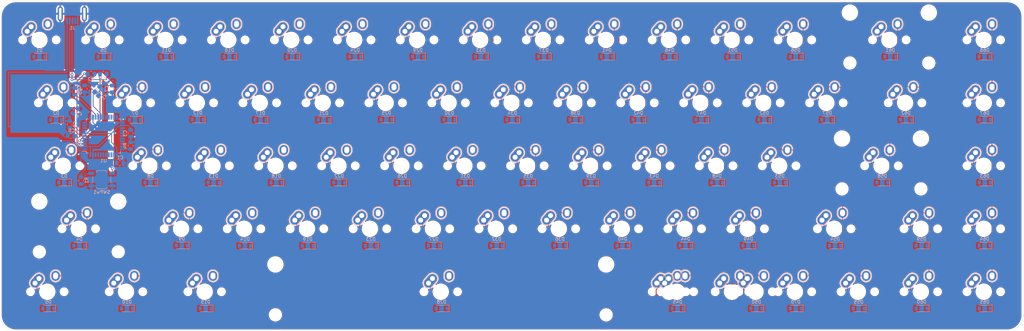
<source format=kicad_pcb>
(kicad_pcb (version 20171130) (host pcbnew "(5.1.5)-3")
  (layers (0 F.Cu signal) (31 B.Cu signal) (34 B.Paste user) (35 F.Paste user) (36 B.SilkS user) (37 F.SilkS user) (38 B.Mask user) (39 F.Mask user) (44 Edge.Cuts user))
  (net 0 "")
  (net 1 "Net-(C2-Pad1)")
  (net 2 VCC)
  (net 3 "Net-(C8-Pad1)")
  (net 4 "Net-(D1-Pad2)")
  (net 5 Col1)
  (net 6 "Net-(D2-Pad2)")
  (net 7 "Net-(D3-Pad2)")
  (net 8 "Net-(D4-Pad2)")
  (net 9 "Net-(J1-Pad2)")
  (net 10 "Net-(J1-Pad4)")
  (net 11 "Net-(J1-Pad3)")
  (net 12 "Net-(R1-Pad1)")
  (net 13 "Net-(R3-Pad1)")
  (net 14 "Net-(U1-Pad42)")
  (net 15 "Net-(U1-Pad12)")
  (net 16 "Net-(U1-Pad10)")
  (net 17 "Net-(U1-Pad9)")
  (net 18 "Net-(U1-Pad8)")
  (net 19 "Net-(U1-Pad1)")
  (net 20 "Net-(C7-Pad1)")
  (net 21 "Net-(D5-Pad2)")
  (net 22 "Net-(D6-Pad2)")
  (net 23 "Net-(D7-Pad2)")
  (net 24 "Net-(D8-Pad2)")
  (net 25 "Net-(D9-Pad2)")
  (net 26 "Net-(D10-Pad2)")
  (net 27 "Net-(D11-Pad2)")
  (net 28 "Net-(D12-Pad2)")
  (net 29 "Net-(D13-Pad2)")
  (net 30 "Net-(D14-Pad2)")
  (net 31 "Net-(D15-Pad2)")
  (net 32 "Net-(D16-Pad2)")
  (net 33 "Net-(D17-Pad2)")
  (net 34 "Net-(D18-Pad2)")
  (net 35 "Net-(D19-Pad2)")
  (net 36 "Net-(D20-Pad2)")
  (net 37 "Net-(D21-Pad2)")
  (net 38 "Net-(D22-Pad2)")
  (net 39 "Net-(D23-Pad2)")
  (net 40 "Net-(D24-Pad2)")
  (net 41 "Net-(D25-Pad2)")
  (net 42 "Net-(D26-Pad2)")
  (net 43 "Net-(D27-Pad2)")
  (net 44 "Net-(D28-Pad2)")
  (net 45 "Net-(D29-Pad2)")
  (net 46 "Net-(D30-Pad2)")
  (net 47 "Net-(D31-Pad2)")
  (net 48 "Net-(D32-Pad2)")
  (net 49 "Net-(D33-Pad2)")
  (net 50 "Net-(D34-Pad2)")
  (net 51 "Net-(D35-Pad2)")
  (net 52 "Net-(D36-Pad2)")
  (net 53 "Net-(D37-Pad2)")
  (net 54 "Net-(D38-Pad2)")
  (net 55 "Net-(D39-Pad2)")
  (net 56 "Net-(D40-Pad2)")
  (net 57 "Net-(D41-Pad2)")
  (net 58 "Net-(D42-Pad2)")
  (net 59 "Net-(D43-Pad2)")
  (net 60 "Net-(D44-Pad2)")
  (net 61 "Net-(D45-Pad2)")
  (net 62 "Net-(D46-Pad2)")
  (net 63 "Net-(D47-Pad2)")
  (net 64 "Net-(D48-Pad2)")
  (net 65 "Net-(D49-Pad2)")
  (net 66 "Net-(D50-Pad2)")
  (net 67 "Net-(D51-Pad2)")
  (net 68 "Net-(D52-Pad2)")
  (net 69 "Net-(D53-Pad2)")
  (net 70 "Net-(D54-Pad2)")
  (net 71 "Net-(D55-Pad2)")
  (net 72 "Net-(D56-Pad2)")
  (net 73 "Net-(D57-Pad2)")
  (net 74 "Net-(D58-Pad2)")
  (net 75 "Net-(D59-Pad2)")
  (net 76 "Net-(D60-Pad2)")
  (net 77 "Net-(D61-Pad2)")
  (net 78 "Net-(D62-Pad2)")
  (net 79 "Net-(D63-Pad2)")
  (net 80 "Net-(D64-Pad2)")
  (net 81 "Net-(D65-Pad2)")
  (net 82 "Net-(D66-Pad2)")
  (net 83 "Net-(D67-Pad2)")
  (net 84 "Net-(R2-Pad1)")
  (net 85 "Net-(R4-Pad2)")
  (net 86 "Net-(SW46-Pad2)")
  (net 87 "Net-(D70-Pad2)")
  (net 88 Row4)
  (net 89 Row3)
  (net 90 Row2)
  (net 91 Row1)
  (net 92 Row0)
  (net 93 Col2)
  (net 94 Col3)
  (net 95 Col4)
  (net 96 Col5)
  (net 97 Col6)
  (net 98 Col7)
  (net 99 Col8)
  (net 100 Col9)
  (net 101 Col10)
  (net 102 Col11)
  (net 103 Col12)
  (net 104 Col13)
  (net 105 Col14)
  (net 106 Col15)
  (net 107 GND)
  (module acheron_MXA:MXA100 (layer B.Cu) (at 166.6875 -66.675 180)
    (fp_text reference SW48)
    (fp_text value ;)
    (pad 2 smd oval (at 3.1 3.3 319) (size 2.7 4.5) (layers F.Cu F.Mask) (net 64 "Net-(D48-Pad2)"))
    (pad 2 thru_hole circle (at 2.5 4 135) (size 2.5 2.5) (drill 1.5) (layers *.Cu *.Mask) (net 64 "Net-(D48-Pad2)"))
    (pad 2 thru_hole circle (at 3.7 2.6 135) (size 2.5 2.5) (drill 1.5) (layers *.Cu *.Mask) (net 64 "Net-(D48-Pad2)"))
    (pad 2 smd oval (at 3.1 3.3 319) (size 2.7 4.5) (layers B.Cu B.Mask) (net 64 "Net-(D48-Pad2)"))
    (pad 1 thru_hole oval (at -2.5 4.8 180) (size 2.5 3) (drill oval 1.5 2) (layers *.Cu *.Mask) (net 102 Col11))
    (pad "" np_thru_hole circle (at -5.08 0 180) (size 1.7018 1.7018) (drill 1.7018) (layers *.Cu *.Mask))
    (pad "" np_thru_hole circle (at 5.08 0 180) (size 1.7018 1.7018) (drill 1.7018) (layers *.Cu *.Mask))
    (pad "" np_thru_hole circle (at 0 0 180) (size 3.9878 3.9878) (drill 3.9878) (layers *.Cu *.Mask))
  )
  (module acheron_MXA:MXA100 (layer B.Cu) (at 109.5375 -66.675 180)
    (fp_text reference SW35)
    (fp_text value J)
    (pad 2 smd oval (at 3.1 3.3 319) (size 2.7 4.5) (layers F.Cu F.Mask) (net 51 "Net-(D35-Pad2)"))
    (pad 2 thru_hole circle (at 2.5 4 135) (size 2.5 2.5) (drill 1.5) (layers *.Cu *.Mask) (net 51 "Net-(D35-Pad2)"))
    (pad 2 thru_hole circle (at 3.7 2.6 135) (size 2.5 2.5) (drill 1.5) (layers *.Cu *.Mask) (net 51 "Net-(D35-Pad2)"))
    (pad 2 smd oval (at 3.1 3.3 319) (size 2.7 4.5) (layers B.Cu B.Mask) (net 51 "Net-(D35-Pad2)"))
    (pad 1 thru_hole oval (at -2.5 4.8 180) (size 2.5 3) (drill oval 1.5 2) (layers *.Cu *.Mask) (net 99 Col8))
    (pad "" np_thru_hole circle (at -5.08 0 180) (size 1.7018 1.7018) (drill 1.7018) (layers *.Cu *.Mask))
    (pad "" np_thru_hole circle (at 5.08 0 180) (size 1.7018 1.7018) (drill 1.7018) (layers *.Cu *.Mask))
    (pad "" np_thru_hole circle (at 0 0 180) (size 3.9878 3.9878) (drill 3.9878) (layers *.Cu *.Mask))
  )
  (module acheron_MXA:MXA175 (layer B.Cu) (at -30.95625 -66.675 180)
    (fp_text reference SW3)
    (fp_text value "Caps 1.75")
    (pad 2 smd oval (at 3.1 3.3 319) (size 2.7 4.5) (layers F.Cu F.Mask) (net 7 "Net-(D3-Pad2)"))
    (pad 2 thru_hole circle (at 2.5 4 135) (size 2.5 2.5) (drill 1.5) (layers *.Cu *.Mask) (net 7 "Net-(D3-Pad2)"))
    (pad 2 thru_hole circle (at 3.7 2.6 135) (size 2.5 2.5) (drill 1.5) (layers *.Cu *.Mask) (net 7 "Net-(D3-Pad2)"))
    (pad 2 smd oval (at 3.1 3.3 319) (size 2.7 4.5) (layers B.Cu B.Mask) (net 7 "Net-(D3-Pad2)"))
    (pad 1 thru_hole oval (at -2.5 4.8 180) (size 2.5 3) (drill oval 1.5 2) (layers *.Cu *.Mask) (net 5 Col1))
    (pad "" np_thru_hole circle (at -5.08 0 180) (size 1.7018 1.7018) (drill 1.7018) (layers *.Cu *.Mask))
    (pad "" np_thru_hole circle (at 5.08 0 180) (size 1.7018 1.7018) (drill 1.7018) (layers *.Cu *.Mask))
    (pad "" np_thru_hole circle (at 0 0 180) (size 3.9878 3.9878) (drill 3.9878) (layers *.Cu *.Mask))
  )
  (module Capacitor_SMD:C_0805_2012Metric_Pad1.15x1.40mm_HandSolder (layer B.Cu) (at -27.275 -83.25 45)
    (fp_text reference C4 (at 0 1.65 45) (layer B.SilkS) (effects (justify mirror)))
    (fp_text value .1u)
    (pad 2 smd roundrect (at 1.025 0 45) (size 1.15 1.4) (layers B.Cu B.Paste B.Mask) (roundrect_rratio 0.217391) (net 107 GND))
    (pad 1 smd roundrect (at -1.025 0 45) (size 1.15 1.4) (layers B.Cu B.Paste B.Mask) (roundrect_rratio 0.217391) (net 2 VCC))
  )
  (module kicad-library-master:crystal_FA238-TSX3225 (layer B.Cu) (at -20 -89.25 45)
    (fp_text reference X1 (at -0.1 2.3 45) (layer B.SilkS) (effects (justify mirror)))
    (fp_text value XTAL_GND hide)
    (pad 2 smd rect (at 1.1 0.8 45) (size 1.4 1.2) (layers B.Cu B.Paste B.Mask) (net 20 "Net-(C7-Pad1)"))
    (pad 3 smd rect (at -1.1 0.8 45) (size 1.4 1.2) (layers B.Cu B.Paste B.Mask) (net 107 GND))
    (pad 3 smd rect (at 1.1 -0.8 45) (size 1.4 1.2) (layers B.Cu B.Paste B.Mask) (net 107 GND))
    (pad 1 smd rect (at -1.1 -0.8 45) (size 1.4 1.2) (layers B.Cu B.Paste B.Mask) (net 1 "Net-(C2-Pad1)"))
  )
  (module Resistor_SMD:R_0805_2012Metric_Pad1.15x1.40mm_HandSolder (layer B.Cu) (at -22.5 -94.5)
    (fp_text reference R2 (at 0 1.65) (layer B.SilkS) (effects (justify mirror)))
    (fp_text value 22)
    (pad 2 smd roundrect (at 1.025 0) (size 1.15 1.4) (layers B.Cu B.Paste B.Mask) (roundrect_rratio 0.217391) (net 9 "Net-(J1-Pad2)"))
    (pad 1 smd roundrect (at -1.025 0) (size 1.15 1.4) (layers B.Cu B.Paste B.Mask) (roundrect_rratio 0.217391) (net 84 "Net-(R2-Pad1)"))
  )
  (module Button_Switch_SMD:SW_SPST_TL3342 (layer B.Cu) (at -19.25 -62.5)
    (fp_text reference SWPw1 (at 0 3.75) (layer B.SilkS) (effects (justify mirror)))
    (fp_text value SW_PUSH)
    (pad 2 smd rect (at 3.15 -1.9) (size 1.7 1) (layers B.Cu B.Paste B.Mask) (net 12 "Net-(R1-Pad1)"))
    (pad 2 smd rect (at -3.15 -1.9) (size 1.7 1) (layers B.Cu B.Paste B.Mask) (net 12 "Net-(R1-Pad1)"))
    (pad 1 smd rect (at 3.15 1.9) (size 1.7 1) (layers B.Cu B.Paste B.Mask) (net 107 GND))
    (pad 1 smd rect (at -3.15 1.9) (size 1.7 1) (layers B.Cu B.Paste B.Mask) (net 107 GND))
  )
  (module Capacitor_SMD:C_0805_2012Metric_Pad1.15x1.40mm_HandSolder (layer B.Cu) (at -16.04 -89.96 270)
    (fp_text reference C7 (at 0 1.65 90) (layer B.SilkS) (effects (justify mirror)))
    (fp_text value 22pF)
    (pad 2 smd roundrect (at 1.025 0 270) (size 1.15 1.4) (layers B.Cu B.Paste B.Mask) (roundrect_rratio 0.217391) (net 107 GND))
    (pad 1 smd roundrect (at -1.025 0 270) (size 1.15 1.4) (layers B.Cu B.Paste B.Mask) (roundrect_rratio 0.217391) (net 20 "Net-(C7-Pad1)"))
  )
  (module Resistor_SMD:R_0805_2012Metric_Pad1.15x1.40mm_HandSolder (layer B.Cu) (at -25.5 -62.25 90)
    (fp_text reference R1 (at 0 1.65 90) (layer B.SilkS) (effects (justify mirror)))
    (fp_text value 10k)
    (pad 2 smd roundrect (at 1.025 0 90) (size 1.15 1.4) (layers B.Cu B.Paste B.Mask) (roundrect_rratio 0.217391) (net 2 VCC))
    (pad 1 smd roundrect (at -1.025 0 90) (size 1.15 1.4) (layers B.Cu B.Paste B.Mask) (roundrect_rratio 0.217391) (net 12 "Net-(R1-Pad1)"))
  )
  (module acheron_MXA:MXA100 (layer B.Cu) (at 190.5 -28.575 180)
    (fp_text reference SW70)
    (fp_text value "Ctrl 1.00")
    (pad 2 smd oval (at 3.1 3.3 319) (size 2.7 4.5) (layers F.Cu F.Mask) (net 87 "Net-(D70-Pad2)"))
    (pad 2 thru_hole circle (at 2.5 4 135) (size 2.5 2.5) (drill 1.5) (layers *.Cu *.Mask) (net 87 "Net-(D70-Pad2)"))
    (pad 2 thru_hole circle (at 3.7 2.6 135) (size 2.5 2.5) (drill 1.5) (layers *.Cu *.Mask) (net 87 "Net-(D70-Pad2)"))
    (pad 2 smd oval (at 3.1 3.3 319) (size 2.7 4.5) (layers B.Cu B.Mask) (net 87 "Net-(D70-Pad2)"))
    (pad 1 thru_hole oval (at -2.5 4.8 180) (size 2.5 3) (drill oval 1.5 2) (layers *.Cu *.Mask) (net 103 Col12))
    (pad "" np_thru_hole circle (at -5.08 0 180) (size 1.7018 1.7018) (drill 1.7018) (layers *.Cu *.Mask))
    (pad "" np_thru_hole circle (at 5.08 0 180) (size 1.7018 1.7018) (drill 1.7018) (layers *.Cu *.Mask))
    (pad "" np_thru_hole circle (at 0 0 180) (size 3.9878 3.9878) (drill 3.9878) (layers *.Cu *.Mask))
  )
  (module acheron_MXA:MXA100 (layer B.Cu) (at 171.45 -28.575 180)
    (fp_text reference SW69)
    (fp_text value "Fn 1.00")
    (pad 2 smd oval (at 3.1 3.3 319) (size 2.7 4.5) (layers F.Cu F.Mask) (net 66 "Net-(D50-Pad2)"))
    (pad 2 thru_hole circle (at 2.5 4 135) (size 2.5 2.5) (drill 1.5) (layers *.Cu *.Mask) (net 66 "Net-(D50-Pad2)"))
    (pad 2 thru_hole circle (at 3.7 2.6 135) (size 2.5 2.5) (drill 1.5) (layers *.Cu *.Mask) (net 66 "Net-(D50-Pad2)"))
    (pad 2 smd oval (at 3.1 3.3 319) (size 2.7 4.5) (layers B.Cu B.Mask) (net 66 "Net-(D50-Pad2)"))
    (pad 1 thru_hole oval (at -2.5 4.8 180) (size 2.5 3) (drill oval 1.5 2) (layers *.Cu *.Mask) (net 102 Col11))
    (pad "" np_thru_hole circle (at -5.08 0 180) (size 1.7018 1.7018) (drill 1.7018) (layers *.Cu *.Mask))
    (pad "" np_thru_hole circle (at 5.08 0 180) (size 1.7018 1.7018) (drill 1.7018) (layers *.Cu *.Mask))
    (pad "" np_thru_hole circle (at 0 0 180) (size 3.9878 3.9878) (drill 3.9878) (layers *.Cu *.Mask))
  )
  (module acheron_MXA:MXA100 (layer B.Cu) (at 152.4 -28.575 180)
    (fp_text reference SW68)
    (fp_text value "Alt 1.00")
    (pad 2 smd oval (at 3.1 3.3 319) (size 2.7 4.5) (layers F.Cu F.Mask) (net 61 "Net-(D45-Pad2)"))
    (pad 2 thru_hole circle (at 2.5 4 135) (size 2.5 2.5) (drill 1.5) (layers *.Cu *.Mask) (net 61 "Net-(D45-Pad2)"))
    (pad 2 thru_hole circle (at 3.7 2.6 135) (size 2.5 2.5) (drill 1.5) (layers *.Cu *.Mask) (net 61 "Net-(D45-Pad2)"))
    (pad 2 smd oval (at 3.1 3.3 319) (size 2.7 4.5) (layers B.Cu B.Mask) (net 61 "Net-(D45-Pad2)"))
    (pad 1 thru_hole oval (at -2.5 4.8 180) (size 2.5 3) (drill oval 1.5 2) (layers *.Cu *.Mask) (net 101 Col10))
    (pad "" np_thru_hole circle (at -5.08 0 180) (size 1.7018 1.7018) (drill 1.7018) (layers *.Cu *.Mask))
    (pad "" np_thru_hole circle (at 5.08 0 180) (size 1.7018 1.7018) (drill 1.7018) (layers *.Cu *.Mask))
    (pad "" np_thru_hole circle (at 0 0 180) (size 3.9878 3.9878) (drill 3.9878) (layers *.Cu *.Mask))
  )
  (module acheron_MXA:MXA100 (layer B.Cu) (at 247.65 -85.725 180)
    (fp_text reference SW67)
    (fp_text value Del)
    (pad 2 smd oval (at 3.1 3.3 319) (size 2.7 4.5) (layers F.Cu F.Mask) (net 83 "Net-(D67-Pad2)"))
    (pad 2 thru_hole circle (at 2.5 4 135) (size 2.5 2.5) (drill 1.5) (layers *.Cu *.Mask) (net 83 "Net-(D67-Pad2)"))
    (pad 2 thru_hole circle (at 3.7 2.6 135) (size 2.5 2.5) (drill 1.5) (layers *.Cu *.Mask) (net 83 "Net-(D67-Pad2)"))
    (pad 2 smd oval (at 3.1 3.3 319) (size 2.7 4.5) (layers B.Cu B.Mask) (net 83 "Net-(D67-Pad2)"))
    (pad 1 thru_hole oval (at -2.5 4.8 180) (size 2.5 3) (drill oval 1.5 2) (layers *.Cu *.Mask) (net 106 Col15))
    (pad "" np_thru_hole circle (at -5.08 0 180) (size 1.7018 1.7018) (drill 1.7018) (layers *.Cu *.Mask))
    (pad "" np_thru_hole circle (at 5.08 0 180) (size 1.7018 1.7018) (drill 1.7018) (layers *.Cu *.Mask))
    (pad "" np_thru_hole circle (at 0 0 180) (size 3.9878 3.9878) (drill 3.9878) (layers *.Cu *.Mask))
  )
  (module acheron_MXA:MXA100 (layer B.Cu) (at 247.65 -104.775 180)
    (fp_text reference SW66)
    (fp_text value `)
    (pad 2 smd oval (at 3.1 3.3 319) (size 2.7 4.5) (layers F.Cu F.Mask) (net 82 "Net-(D66-Pad2)"))
    (pad 2 thru_hole circle (at 2.5 4 135) (size 2.5 2.5) (drill 1.5) (layers *.Cu *.Mask) (net 82 "Net-(D66-Pad2)"))
    (pad 2 thru_hole circle (at 3.7 2.6 135) (size 2.5 2.5) (drill 1.5) (layers *.Cu *.Mask) (net 82 "Net-(D66-Pad2)"))
    (pad 2 smd oval (at 3.1 3.3 319) (size 2.7 4.5) (layers B.Cu B.Mask) (net 82 "Net-(D66-Pad2)"))
    (pad 1 thru_hole oval (at -2.5 4.8 180) (size 2.5 3) (drill oval 1.5 2) (layers *.Cu *.Mask) (net 106 Col15))
    (pad "" np_thru_hole circle (at -5.08 0 180) (size 1.7018 1.7018) (drill 1.7018) (layers *.Cu *.Mask))
    (pad "" np_thru_hole circle (at 5.08 0 180) (size 1.7018 1.7018) (drill 1.7018) (layers *.Cu *.Mask))
    (pad "" np_thru_hole circle (at 0 0 180) (size 3.9878 3.9878) (drill 3.9878) (layers *.Cu *.Mask))
  )
  (module acheron_MXA:MXA100 (layer B.Cu) (at 247.65 -28.575 180)
    (fp_text reference SW65)
    (fp_text value "Right Arrow")
    (pad 2 smd oval (at 3.1 3.3 319) (size 2.7 4.5) (layers F.Cu F.Mask) (net 81 "Net-(D65-Pad2)"))
    (pad 2 thru_hole circle (at 2.5 4 135) (size 2.5 2.5) (drill 1.5) (layers *.Cu *.Mask) (net 81 "Net-(D65-Pad2)"))
    (pad 2 thru_hole circle (at 3.7 2.6 135) (size 2.5 2.5) (drill 1.5) (layers *.Cu *.Mask) (net 81 "Net-(D65-Pad2)"))
    (pad 2 smd oval (at 3.1 3.3 319) (size 2.7 4.5) (layers B.Cu B.Mask) (net 81 "Net-(D65-Pad2)"))
    (pad 1 thru_hole oval (at -2.5 4.8 180) (size 2.5 3) (drill oval 1.5 2) (layers *.Cu *.Mask) (net 105 Col14))
    (pad "" np_thru_hole circle (at -5.08 0 180) (size 1.7018 1.7018) (drill 1.7018) (layers *.Cu *.Mask))
    (pad "" np_thru_hole circle (at 5.08 0 180) (size 1.7018 1.7018) (drill 1.7018) (layers *.Cu *.Mask))
    (pad "" np_thru_hole circle (at 0 0 180) (size 3.9878 3.9878) (drill 3.9878) (layers *.Cu *.Mask))
  )
  (module acheron_MXA:MXA100 (layer B.Cu) (at 247.65 -47.625 180)
    (fp_text reference SW64)
    (fp_text value "Pg Down")
    (pad 2 smd oval (at 3.1 3.3 319) (size 2.7 4.5) (layers F.Cu F.Mask) (net 80 "Net-(D64-Pad2)"))
    (pad 2 thru_hole circle (at 2.5 4 135) (size 2.5 2.5) (drill 1.5) (layers *.Cu *.Mask) (net 80 "Net-(D64-Pad2)"))
    (pad 2 thru_hole circle (at 3.7 2.6 135) (size 2.5 2.5) (drill 1.5) (layers *.Cu *.Mask) (net 80 "Net-(D64-Pad2)"))
    (pad 2 smd oval (at 3.1 3.3 319) (size 2.7 4.5) (layers B.Cu B.Mask) (net 80 "Net-(D64-Pad2)"))
    (pad 1 thru_hole oval (at -2.5 4.8 180) (size 2.5 3) (drill oval 1.5 2) (layers *.Cu *.Mask) (net 105 Col14))
    (pad "" np_thru_hole circle (at -5.08 0 180) (size 1.7018 1.7018) (drill 1.7018) (layers *.Cu *.Mask))
    (pad "" np_thru_hole circle (at 5.08 0 180) (size 1.7018 1.7018) (drill 1.7018) (layers *.Cu *.Mask))
    (pad "" np_thru_hole circle (at 0 0 180) (size 3.9878 3.9878) (drill 3.9878) (layers *.Cu *.Mask))
  )
  (module acheron_MXA:MXA100 (layer B.Cu) (at 247.65 -66.675 180)
    (fp_text reference SW63)
    (fp_text value "Pg Up")
    (pad 2 smd oval (at 3.1 3.3 319) (size 2.7 4.5) (layers F.Cu F.Mask) (net 79 "Net-(D63-Pad2)"))
    (pad 2 thru_hole circle (at 2.5 4 135) (size 2.5 2.5) (drill 1.5) (layers *.Cu *.Mask) (net 79 "Net-(D63-Pad2)"))
    (pad 2 thru_hole circle (at 3.7 2.6 135) (size 2.5 2.5) (drill 1.5) (layers *.Cu *.Mask) (net 79 "Net-(D63-Pad2)"))
    (pad 2 smd oval (at 3.1 3.3 319) (size 2.7 4.5) (layers B.Cu B.Mask) (net 79 "Net-(D63-Pad2)"))
    (pad 1 thru_hole oval (at -2.5 4.8 180) (size 2.5 3) (drill oval 1.5 2) (layers *.Cu *.Mask) (net 105 Col14))
    (pad "" np_thru_hole circle (at -5.08 0 180) (size 1.7018 1.7018) (drill 1.7018) (layers *.Cu *.Mask))
    (pad "" np_thru_hole circle (at 5.08 0 180) (size 1.7018 1.7018) (drill 1.7018) (layers *.Cu *.Mask))
    (pad "" np_thru_hole circle (at 0 0 180) (size 3.9878 3.9878) (drill 3.9878) (layers *.Cu *.Mask))
  )
  (module acheron_MXA:MXA150 (layer B.Cu) (at 223.8375 -85.725 180)
    (fp_text reference SW62)
    (fp_text value "\\ 1.50")
    (pad 2 smd oval (at 3.1 3.3 319) (size 2.7 4.5) (layers F.Cu F.Mask) (net 78 "Net-(D62-Pad2)"))
    (pad 2 thru_hole circle (at 2.5 4 135) (size 2.5 2.5) (drill 1.5) (layers *.Cu *.Mask) (net 78 "Net-(D62-Pad2)"))
    (pad 2 thru_hole circle (at 3.7 2.6 135) (size 2.5 2.5) (drill 1.5) (layers *.Cu *.Mask) (net 78 "Net-(D62-Pad2)"))
    (pad 2 smd oval (at 3.1 3.3 319) (size 2.7 4.5) (layers B.Cu B.Mask) (net 78 "Net-(D62-Pad2)"))
    (pad 1 thru_hole oval (at -2.5 4.8 180) (size 2.5 3) (drill oval 1.5 2) (layers *.Cu *.Mask) (net 105 Col14))
    (pad "" np_thru_hole circle (at -5.08 0 180) (size 1.7018 1.7018) (drill 1.7018) (layers *.Cu *.Mask))
    (pad "" np_thru_hole circle (at 5.08 0 180) (size 1.7018 1.7018) (drill 1.7018) (layers *.Cu *.Mask))
    (pad "" np_thru_hole circle (at 0 0 180) (size 3.9878 3.9878) (drill 3.9878) (layers *.Cu *.Mask))
  )
  (module acheron_MXA:MXA200R (layer B.Cu) (at 219.075 -104.775 180)
    (fp_text reference SW61)
    (fp_text value "Back 2.00")
    (pad 2 smd oval (at 3.1 3.3 317.5) (size 2.7 4.5) (layers F.Cu F.Mask) (net 77 "Net-(D61-Pad2)"))
    (pad 2 smd oval (at 3.1 3.3 317.5) (size 2.7 4.5) (layers B.Cu B.Mask) (net 77 "Net-(D61-Pad2)"))
    (pad 2 thru_hole circle (at 3.7 2.6 180) (size 2.5 2.5) (drill 1.524) (layers *.Cu *.Mask) (net 77 "Net-(D61-Pad2)"))
    (pad "" np_thru_hole circle (at -11.938 8.255 180) (size 3.9878 3.9878) (drill 3.9878) (layers *.Cu *.Mask))
    (pad "" np_thru_hole circle (at 11.938 8.255 180) (size 3.9878 3.9878) (drill 3.9878) (layers *.Cu *.Mask))
    (pad "" np_thru_hole circle (at 11.938 -6.985 180) (size 3.048 3.048) (drill 3.048) (layers *.Cu *.Mask))
    (pad "" np_thru_hole circle (at -11.938 -6.985 180) (size 3.048 3.048) (drill 3.048) (layers *.Cu *.Mask))
    (pad "" np_thru_hole circle (at -5.08 0 180) (size 1.7018 1.7018) (drill 1.7018) (layers *.Cu *.Mask))
    (pad "" np_thru_hole circle (at 5.08 0 180) (size 1.7018 1.7018) (drill 1.7018) (layers *.Cu *.Mask))
    (pad 1 thru_hole oval (at -2.5 4.8 180) (size 2.5 3) (drill oval 1.5 2) (layers *.Cu *.Mask) (net 105 Col14))
    (pad 2 thru_hole circle (at 2.5 4 180) (size 2.5 2.5) (drill 1.524) (layers *.Cu *.Mask) (net 77 "Net-(D61-Pad2)"))
    (pad "" np_thru_hole circle (at 0 0 180) (size 3.9878 3.9878) (drill 3.9878) (layers *.Cu *.Mask))
  )
  (module acheron_MXA:MXA100 (layer B.Cu) (at 228.6 -28.575 180)
    (fp_text reference SW60)
    (fp_text value "Down Arrow")
    (pad 2 smd oval (at 3.1 3.3 319) (size 2.7 4.5) (layers F.Cu F.Mask) (net 76 "Net-(D60-Pad2)"))
    (pad 2 thru_hole circle (at 2.5 4 135) (size 2.5 2.5) (drill 1.5) (layers *.Cu *.Mask) (net 76 "Net-(D60-Pad2)"))
    (pad 2 thru_hole circle (at 3.7 2.6 135) (size 2.5 2.5) (drill 1.5) (layers *.Cu *.Mask) (net 76 "Net-(D60-Pad2)"))
    (pad 2 smd oval (at 3.1 3.3 319) (size 2.7 4.5) (layers B.Cu B.Mask) (net 76 "Net-(D60-Pad2)"))
    (pad 1 thru_hole oval (at -2.5 4.8 180) (size 2.5 3) (drill oval 1.5 2) (layers *.Cu *.Mask) (net 104 Col13))
    (pad "" np_thru_hole circle (at -5.08 0 180) (size 1.7018 1.7018) (drill 1.7018) (layers *.Cu *.Mask))
    (pad "" np_thru_hole circle (at 5.08 0 180) (size 1.7018 1.7018) (drill 1.7018) (layers *.Cu *.Mask))
    (pad "" np_thru_hole circle (at 0 0 180) (size 3.9878 3.9878) (drill 3.9878) (layers *.Cu *.Mask))
  )
  (module acheron_MXA:MXA100 (layer B.Cu) (at 228.6 -47.625 180)
    (fp_text reference SW59)
    (fp_text value "Up Arrow")
    (pad 2 smd oval (at 3.1 3.3 319) (size 2.7 4.5) (layers F.Cu F.Mask) (net 75 "Net-(D59-Pad2)"))
    (pad 2 thru_hole circle (at 2.5 4 135) (size 2.5 2.5) (drill 1.5) (layers *.Cu *.Mask) (net 75 "Net-(D59-Pad2)"))
    (pad 2 thru_hole circle (at 3.7 2.6 135) (size 2.5 2.5) (drill 1.5) (layers *.Cu *.Mask) (net 75 "Net-(D59-Pad2)"))
    (pad 2 smd oval (at 3.1 3.3 319) (size 2.7 4.5) (layers B.Cu B.Mask) (net 75 "Net-(D59-Pad2)"))
    (pad 1 thru_hole oval (at -2.5 4.8 180) (size 2.5 3) (drill oval 1.5 2) (layers *.Cu *.Mask) (net 104 Col13))
    (pad "" np_thru_hole circle (at -5.08 0 180) (size 1.7018 1.7018) (drill 1.7018) (layers *.Cu *.Mask))
    (pad "" np_thru_hole circle (at 5.08 0 180) (size 1.7018 1.7018) (drill 1.7018) (layers *.Cu *.Mask))
    (pad "" np_thru_hole circle (at 0 0 180) (size 3.9878 3.9878) (drill 3.9878) (layers *.Cu *.Mask))
  )
  (module acheron_MXA:MXA225R (layer B.Cu) (at 216.69375 -66.675 180)
    (fp_text reference SW58)
    (fp_text value "Enter 2.25")
    (pad 2 smd oval (at 3.1 3.3 317.5) (size 2.7 4.5) (layers F.Cu F.Mask) (net 74 "Net-(D58-Pad2)"))
    (pad 2 smd oval (at 3.1 3.3 317.5) (size 2.7 4.5) (layers B.Cu B.Mask) (net 74 "Net-(D58-Pad2)"))
    (pad 2 thru_hole circle (at 3.7 2.6 180) (size 2.5 2.5) (drill 1.524) (layers *.Cu *.Mask) (net 74 "Net-(D58-Pad2)"))
    (pad "" np_thru_hole circle (at -11.938 8.255 180) (size 3.9878 3.9878) (drill 3.9878) (layers *.Cu *.Mask))
    (pad "" np_thru_hole circle (at 11.938 8.255 180) (size 3.9878 3.9878) (drill 3.9878) (layers *.Cu *.Mask))
    (pad "" np_thru_hole circle (at 11.938 -6.985 180) (size 3.048 3.048) (drill 3.048) (layers *.Cu *.Mask))
    (pad "" np_thru_hole circle (at -11.938 -6.985 180) (size 3.048 3.048) (drill 3.048) (layers *.Cu *.Mask))
    (pad "" np_thru_hole circle (at -5.08 0 180) (size 1.7018 1.7018) (drill 1.7018) (layers *.Cu *.Mask))
    (pad "" np_thru_hole circle (at 5.08 0 180) (size 1.7018 1.7018) (drill 1.7018) (layers *.Cu *.Mask))
    (pad 1 thru_hole oval (at -2.5 4.8 180) (size 2.5 3) (drill oval 1.5 2) (layers *.Cu *.Mask) (net 104 Col13))
    (pad 2 thru_hole circle (at 2.5 4 180) (size 2.5 2.5) (drill 1.524) (layers *.Cu *.Mask) (net 74 "Net-(D58-Pad2)"))
    (pad "" np_thru_hole circle (at 0 0 180) (size 3.9878 3.9878) (drill 3.9878) (layers *.Cu *.Mask))
  )
  (module acheron_MXA:MXA100 (layer B.Cu) (at 200.025 -85.725 180)
    (fp_text reference SW57)
    (fp_text value ])
    (pad 2 smd oval (at 3.1 3.3 319) (size 2.7 4.5) (layers F.Cu F.Mask) (net 73 "Net-(D57-Pad2)"))
    (pad 2 thru_hole circle (at 2.5 4 135) (size 2.5 2.5) (drill 1.5) (layers *.Cu *.Mask) (net 73 "Net-(D57-Pad2)"))
    (pad 2 thru_hole circle (at 3.7 2.6 135) (size 2.5 2.5) (drill 1.5) (layers *.Cu *.Mask) (net 73 "Net-(D57-Pad2)"))
    (pad 2 smd oval (at 3.1 3.3 319) (size 2.7 4.5) (layers B.Cu B.Mask) (net 73 "Net-(D57-Pad2)"))
    (pad 1 thru_hole oval (at -2.5 4.8 180) (size 2.5 3) (drill oval 1.5 2) (layers *.Cu *.Mask) (net 104 Col13))
    (pad "" np_thru_hole circle (at -5.08 0 180) (size 1.7018 1.7018) (drill 1.7018) (layers *.Cu *.Mask))
    (pad "" np_thru_hole circle (at 5.08 0 180) (size 1.7018 1.7018) (drill 1.7018) (layers *.Cu *.Mask))
    (pad "" np_thru_hole circle (at 0 0 180) (size 3.9878 3.9878) (drill 3.9878) (layers *.Cu *.Mask))
  )
  (module acheron_MXA:MXA100 (layer B.Cu) (at 190.5 -104.775 180)
    (fp_text reference SW56)
    (fp_text value =)
    (pad 2 smd oval (at 3.1 3.3 319) (size 2.7 4.5) (layers F.Cu F.Mask) (net 72 "Net-(D56-Pad2)"))
    (pad 2 thru_hole circle (at 2.5 4 135) (size 2.5 2.5) (drill 1.5) (layers *.Cu *.Mask) (net 72 "Net-(D56-Pad2)"))
    (pad 2 thru_hole circle (at 3.7 2.6 135) (size 2.5 2.5) (drill 1.5) (layers *.Cu *.Mask) (net 72 "Net-(D56-Pad2)"))
    (pad 2 smd oval (at 3.1 3.3 319) (size 2.7 4.5) (layers B.Cu B.Mask) (net 72 "Net-(D56-Pad2)"))
    (pad 1 thru_hole oval (at -2.5 4.8 180) (size 2.5 3) (drill oval 1.5 2) (layers *.Cu *.Mask) (net 104 Col13))
    (pad "" np_thru_hole circle (at -5.08 0 180) (size 1.7018 1.7018) (drill 1.7018) (layers *.Cu *.Mask))
    (pad "" np_thru_hole circle (at 5.08 0 180) (size 1.7018 1.7018) (drill 1.7018) (layers *.Cu *.Mask))
    (pad "" np_thru_hole circle (at 0 0 180) (size 3.9878 3.9878) (drill 3.9878) (layers *.Cu *.Mask))
  )
  (module acheron_MXA:MXA100 (layer B.Cu) (at 209.55 -28.575 180)
    (fp_text reference SW55)
    (fp_text value "Left Arrow")
    (pad 2 smd oval (at 3.1 3.3 319) (size 2.7 4.5) (layers F.Cu F.Mask) (net 71 "Net-(D55-Pad2)"))
    (pad 2 thru_hole circle (at 2.5 4 135) (size 2.5 2.5) (drill 1.5) (layers *.Cu *.Mask) (net 71 "Net-(D55-Pad2)"))
    (pad 2 thru_hole circle (at 3.7 2.6 135) (size 2.5 2.5) (drill 1.5) (layers *.Cu *.Mask) (net 71 "Net-(D55-Pad2)"))
    (pad 2 smd oval (at 3.1 3.3 319) (size 2.7 4.5) (layers B.Cu B.Mask) (net 71 "Net-(D55-Pad2)"))
    (pad 1 thru_hole oval (at -2.5 4.8 180) (size 2.5 3) (drill oval 1.5 2) (layers *.Cu *.Mask) (net 103 Col12))
    (pad "" np_thru_hole circle (at -5.08 0 180) (size 1.7018 1.7018) (drill 1.7018) (layers *.Cu *.Mask))
    (pad "" np_thru_hole circle (at 5.08 0 180) (size 1.7018 1.7018) (drill 1.7018) (layers *.Cu *.Mask))
    (pad "" np_thru_hole circle (at 0 0 180) (size 3.9878 3.9878) (drill 3.9878) (layers *.Cu *.Mask))
  )
  (module acheron_MXA:MXA175 (layer B.Cu) (at 202.40625 -47.625 180)
    (fp_text reference SW54)
    (fp_text value "Shift 1.75")
    (pad 2 smd oval (at 3.1 3.3 319) (size 2.7 4.5) (layers F.Cu F.Mask) (net 70 "Net-(D54-Pad2)"))
    (pad 2 thru_hole circle (at 2.5 4 135) (size 2.5 2.5) (drill 1.5) (layers *.Cu *.Mask) (net 70 "Net-(D54-Pad2)"))
    (pad 2 thru_hole circle (at 3.7 2.6 135) (size 2.5 2.5) (drill 1.5) (layers *.Cu *.Mask) (net 70 "Net-(D54-Pad2)"))
    (pad 2 smd oval (at 3.1 3.3 319) (size 2.7 4.5) (layers B.Cu B.Mask) (net 70 "Net-(D54-Pad2)"))
    (pad 1 thru_hole oval (at -2.5 4.8 180) (size 2.5 3) (drill oval 1.5 2) (layers *.Cu *.Mask) (net 103 Col12))
    (pad "" np_thru_hole circle (at -5.08 0 180) (size 1.7018 1.7018) (drill 1.7018) (layers *.Cu *.Mask))
    (pad "" np_thru_hole circle (at 5.08 0 180) (size 1.7018 1.7018) (drill 1.7018) (layers *.Cu *.Mask))
    (pad "" np_thru_hole circle (at 0 0 180) (size 3.9878 3.9878) (drill 3.9878) (layers *.Cu *.Mask))
  )
  (module acheron_MXA:MXA100 (layer B.Cu) (at 185.7375 -66.675 180)
    (fp_text reference SW53)
    (fp_text value ')
    (pad 2 smd oval (at 3.1 3.3 319) (size 2.7 4.5) (layers F.Cu F.Mask) (net 69 "Net-(D53-Pad2)"))
    (pad 2 thru_hole circle (at 2.5 4 135) (size 2.5 2.5) (drill 1.5) (layers *.Cu *.Mask) (net 69 "Net-(D53-Pad2)"))
    (pad 2 thru_hole circle (at 3.7 2.6 135) (size 2.5 2.5) (drill 1.5) (layers *.Cu *.Mask) (net 69 "Net-(D53-Pad2)"))
    (pad 2 smd oval (at 3.1 3.3 319) (size 2.7 4.5) (layers B.Cu B.Mask) (net 69 "Net-(D53-Pad2)"))
    (pad 1 thru_hole oval (at -2.5 4.8 180) (size 2.5 3) (drill oval 1.5 2) (layers *.Cu *.Mask) (net 103 Col12))
    (pad "" np_thru_hole circle (at -5.08 0 180) (size 1.7018 1.7018) (drill 1.7018) (layers *.Cu *.Mask))
    (pad "" np_thru_hole circle (at 5.08 0 180) (size 1.7018 1.7018) (drill 1.7018) (layers *.Cu *.Mask))
    (pad "" np_thru_hole circle (at 0 0 180) (size 3.9878 3.9878) (drill 3.9878) (layers *.Cu *.Mask))
  )
  (module acheron_MXA:MXA100 (layer B.Cu) (at 180.975 -85.725 180)
    (fp_text reference SW52)
    (fp_text value [)
    (pad 2 smd oval (at 3.1 3.3 319) (size 2.7 4.5) (layers F.Cu F.Mask) (net 68 "Net-(D52-Pad2)"))
    (pad 2 thru_hole circle (at 2.5 4 135) (size 2.5 2.5) (drill 1.5) (layers *.Cu *.Mask) (net 68 "Net-(D52-Pad2)"))
    (pad 2 thru_hole circle (at 3.7 2.6 135) (size 2.5 2.5) (drill 1.5) (layers *.Cu *.Mask) (net 68 "Net-(D52-Pad2)"))
    (pad 2 smd oval (at 3.1 3.3 319) (size 2.7 4.5) (layers B.Cu B.Mask) (net 68 "Net-(D52-Pad2)"))
    (pad 1 thru_hole oval (at -2.5 4.8 180) (size 2.5 3) (drill oval 1.5 2) (layers *.Cu *.Mask) (net 103 Col12))
    (pad "" np_thru_hole circle (at -5.08 0 180) (size 1.7018 1.7018) (drill 1.7018) (layers *.Cu *.Mask))
    (pad "" np_thru_hole circle (at 5.08 0 180) (size 1.7018 1.7018) (drill 1.7018) (layers *.Cu *.Mask))
    (pad "" np_thru_hole circle (at 0 0 180) (size 3.9878 3.9878) (drill 3.9878) (layers *.Cu *.Mask))
  )
  (module acheron_MXA:MXA100 (layer B.Cu) (at 171.45 -104.775 180)
    (fp_text reference SW51)
    (fp_text value -)
    (pad 2 smd oval (at 3.1 3.3 319) (size 2.7 4.5) (layers F.Cu F.Mask) (net 67 "Net-(D51-Pad2)"))
    (pad 2 thru_hole circle (at 2.5 4 135) (size 2.5 2.5) (drill 1.5) (layers *.Cu *.Mask) (net 67 "Net-(D51-Pad2)"))
    (pad 2 thru_hole circle (at 3.7 2.6 135) (size 2.5 2.5) (drill 1.5) (layers *.Cu *.Mask) (net 67 "Net-(D51-Pad2)"))
    (pad 2 smd oval (at 3.1 3.3 319) (size 2.7 4.5) (layers B.Cu B.Mask) (net 67 "Net-(D51-Pad2)"))
    (pad 1 thru_hole oval (at -2.5 4.8 180) (size 2.5 3) (drill oval 1.5 2) (layers *.Cu *.Mask) (net 103 Col12))
    (pad "" np_thru_hole circle (at -5.08 0 180) (size 1.7018 1.7018) (drill 1.7018) (layers *.Cu *.Mask))
    (pad "" np_thru_hole circle (at 5.08 0 180) (size 1.7018 1.7018) (drill 1.7018) (layers *.Cu *.Mask))
    (pad "" np_thru_hole circle (at 0 0 180) (size 3.9878 3.9878) (drill 3.9878) (layers *.Cu *.Mask))
  )
  (module acheron_MXA:MXA125 (layer B.Cu) (at 178.59375 -28.575 180)
    (fp_text reference SW50)
    (fp_text value "Fn 1.25")
    (pad 2 smd oval (at 3.1 3.3 319) (size 2.7 4.5) (layers F.Cu F.Mask) (net 66 "Net-(D50-Pad2)"))
    (pad 2 thru_hole circle (at 2.5 4 135) (size 2.5 2.5) (drill 1.5) (layers *.Cu *.Mask) (net 66 "Net-(D50-Pad2)"))
    (pad 2 thru_hole circle (at 3.7 2.6 135) (size 2.5 2.5) (drill 1.5) (layers *.Cu *.Mask) (net 66 "Net-(D50-Pad2)"))
    (pad 2 smd oval (at 3.1 3.3 319) (size 2.7 4.5) (layers B.Cu B.Mask) (net 66 "Net-(D50-Pad2)"))
    (pad 1 thru_hole oval (at -2.5 4.8 180) (size 2.5 3) (drill oval 1.5 2) (layers *.Cu *.Mask) (net 102 Col11))
    (pad "" np_thru_hole circle (at -5.08 0 180) (size 1.7018 1.7018) (drill 1.7018) (layers *.Cu *.Mask))
    (pad "" np_thru_hole circle (at 5.08 0 180) (size 1.7018 1.7018) (drill 1.7018) (layers *.Cu *.Mask))
    (pad "" np_thru_hole circle (at 0 0 180) (size 3.9878 3.9878) (drill 3.9878) (layers *.Cu *.Mask))
  )
  (module acheron_MXA:MXA100 (layer B.Cu) (at 176.2125 -47.625 180)
    (fp_text reference SW49)
    (fp_text value /)
    (pad 2 smd oval (at 3.1 3.3 319) (size 2.7 4.5) (layers F.Cu F.Mask) (net 65 "Net-(D49-Pad2)"))
    (pad 2 thru_hole circle (at 2.5 4 135) (size 2.5 2.5) (drill 1.5) (layers *.Cu *.Mask) (net 65 "Net-(D49-Pad2)"))
    (pad 2 thru_hole circle (at 3.7 2.6 135) (size 2.5 2.5) (drill 1.5) (layers *.Cu *.Mask) (net 65 "Net-(D49-Pad2)"))
    (pad 2 smd oval (at 3.1 3.3 319) (size 2.7 4.5) (layers B.Cu B.Mask) (net 65 "Net-(D49-Pad2)"))
    (pad 1 thru_hole oval (at -2.5 4.8 180) (size 2.5 3) (drill oval 1.5 2) (layers *.Cu *.Mask) (net 102 Col11))
    (pad "" np_thru_hole circle (at -5.08 0 180) (size 1.7018 1.7018) (drill 1.7018) (layers *.Cu *.Mask))
    (pad "" np_thru_hole circle (at 5.08 0 180) (size 1.7018 1.7018) (drill 1.7018) (layers *.Cu *.Mask))
    (pad "" np_thru_hole circle (at 0 0 180) (size 3.9878 3.9878) (drill 3.9878) (layers *.Cu *.Mask))
  )
  (module acheron_MXA:MXA100 (layer B.Cu) (at 161.925 -85.725 180)
    (fp_text reference SW47)
    (fp_text value O)
    (pad 2 smd oval (at 3.1 3.3 319) (size 2.7 4.5) (layers F.Cu F.Mask) (net 63 "Net-(D47-Pad2)"))
    (pad 2 thru_hole circle (at 2.5 4 135) (size 2.5 2.5) (drill 1.5) (layers *.Cu *.Mask) (net 63 "Net-(D47-Pad2)"))
    (pad 2 thru_hole circle (at 3.7 2.6 135) (size 2.5 2.5) (drill 1.5) (layers *.Cu *.Mask) (net 63 "Net-(D47-Pad2)"))
    (pad 2 smd oval (at 3.1 3.3 319) (size 2.7 4.5) (layers B.Cu B.Mask) (net 63 "Net-(D47-Pad2)"))
    (pad 1 thru_hole oval (at -2.5 4.8 180) (size 2.5 3) (drill oval 1.5 2) (layers *.Cu *.Mask) (net 102 Col11))
    (pad "" np_thru_hole circle (at -5.08 0 180) (size 1.7018 1.7018) (drill 1.7018) (layers *.Cu *.Mask))
    (pad "" np_thru_hole circle (at 5.08 0 180) (size 1.7018 1.7018) (drill 1.7018) (layers *.Cu *.Mask))
    (pad "" np_thru_hole circle (at 0 0 180) (size 3.9878 3.9878) (drill 3.9878) (layers *.Cu *.Mask))
  )
  (module acheron_MXA:MXA100 (layer B.Cu) (at 152.4 -104.775 180)
    (fp_text reference SW46)
    (fp_text value 0)
    (pad 2 smd oval (at 3.1 3.3 319) (size 2.7 4.5) (layers F.Cu F.Mask) (net 86 "Net-(SW46-Pad2)"))
    (pad 2 thru_hole circle (at 2.5 4 135) (size 2.5 2.5) (drill 1.5) (layers *.Cu *.Mask) (net 86 "Net-(SW46-Pad2)"))
    (pad 2 thru_hole circle (at 3.7 2.6 135) (size 2.5 2.5) (drill 1.5) (layers *.Cu *.Mask) (net 86 "Net-(SW46-Pad2)"))
    (pad 2 smd oval (at 3.1 3.3 319) (size 2.7 4.5) (layers B.Cu B.Mask) (net 86 "Net-(SW46-Pad2)"))
    (pad 1 thru_hole oval (at -2.5 4.8 180) (size 2.5 3) (drill oval 1.5 2) (layers *.Cu *.Mask) (net 102 Col11))
    (pad "" np_thru_hole circle (at -5.08 0 180) (size 1.7018 1.7018) (drill 1.7018) (layers *.Cu *.Mask))
    (pad "" np_thru_hole circle (at 5.08 0 180) (size 1.7018 1.7018) (drill 1.7018) (layers *.Cu *.Mask))
    (pad "" np_thru_hole circle (at 0 0 180) (size 3.9878 3.9878) (drill 3.9878) (layers *.Cu *.Mask))
  )
  (module acheron_MXA:MXA125 (layer B.Cu) (at 154.78125 -28.575 180)
    (fp_text reference SW45)
    (fp_text value "Alt 1.25")
    (pad 2 smd oval (at 3.1 3.3 319) (size 2.7 4.5) (layers F.Cu F.Mask) (net 61 "Net-(D45-Pad2)"))
    (pad 2 thru_hole circle (at 2.5 4 135) (size 2.5 2.5) (drill 1.5) (layers *.Cu *.Mask) (net 61 "Net-(D45-Pad2)"))
    (pad 2 thru_hole circle (at 3.7 2.6 135) (size 2.5 2.5) (drill 1.5) (layers *.Cu *.Mask) (net 61 "Net-(D45-Pad2)"))
    (pad 2 smd oval (at 3.1 3.3 319) (size 2.7 4.5) (layers B.Cu B.Mask) (net 61 "Net-(D45-Pad2)"))
    (pad 1 thru_hole oval (at -2.5 4.8 180) (size 2.5 3) (drill oval 1.5 2) (layers *.Cu *.Mask) (net 101 Col10))
    (pad "" np_thru_hole circle (at -5.08 0 180) (size 1.7018 1.7018) (drill 1.7018) (layers *.Cu *.Mask))
    (pad "" np_thru_hole circle (at 5.08 0 180) (size 1.7018 1.7018) (drill 1.7018) (layers *.Cu *.Mask))
    (pad "" np_thru_hole circle (at 0 0 180) (size 3.9878 3.9878) (drill 3.9878) (layers *.Cu *.Mask))
  )
  (module acheron_MXA:MXA100 (layer B.Cu) (at 157.1625 -47.625 180)
    (fp_text reference SW44)
    (fp_text value .)
    (pad 2 smd oval (at 3.1 3.3 319) (size 2.7 4.5) (layers F.Cu F.Mask) (net 60 "Net-(D44-Pad2)"))
    (pad 2 thru_hole circle (at 2.5 4 135) (size 2.5 2.5) (drill 1.5) (layers *.Cu *.Mask) (net 60 "Net-(D44-Pad2)"))
    (pad 2 thru_hole circle (at 3.7 2.6 135) (size 2.5 2.5) (drill 1.5) (layers *.Cu *.Mask) (net 60 "Net-(D44-Pad2)"))
    (pad 2 smd oval (at 3.1 3.3 319) (size 2.7 4.5) (layers B.Cu B.Mask) (net 60 "Net-(D44-Pad2)"))
    (pad 1 thru_hole oval (at -2.5 4.8 180) (size 2.5 3) (drill oval 1.5 2) (layers *.Cu *.Mask) (net 101 Col10))
    (pad "" np_thru_hole circle (at -5.08 0 180) (size 1.7018 1.7018) (drill 1.7018) (layers *.Cu *.Mask))
    (pad "" np_thru_hole circle (at 5.08 0 180) (size 1.7018 1.7018) (drill 1.7018) (layers *.Cu *.Mask))
    (pad "" np_thru_hole circle (at 0 0 180) (size 3.9878 3.9878) (drill 3.9878) (layers *.Cu *.Mask))
  )
  (module acheron_MXA:MXA100 (layer B.Cu) (at 147.6375 -66.675 180)
    (fp_text reference SW43)
    (fp_text value L)
    (pad 2 smd oval (at 3.1 3.3 319) (size 2.7 4.5) (layers F.Cu F.Mask) (net 59 "Net-(D43-Pad2)"))
    (pad 2 thru_hole circle (at 2.5 4 135) (size 2.5 2.5) (drill 1.5) (layers *.Cu *.Mask) (net 59 "Net-(D43-Pad2)"))
    (pad 2 thru_hole circle (at 3.7 2.6 135) (size 2.5 2.5) (drill 1.5) (layers *.Cu *.Mask) (net 59 "Net-(D43-Pad2)"))
    (pad 2 smd oval (at 3.1 3.3 319) (size 2.7 4.5) (layers B.Cu B.Mask) (net 59 "Net-(D43-Pad2)"))
    (pad 1 thru_hole oval (at -2.5 4.8 180) (size 2.5 3) (drill oval 1.5 2) (layers *.Cu *.Mask) (net 101 Col10))
    (pad "" np_thru_hole circle (at -5.08 0 180) (size 1.7018 1.7018) (drill 1.7018) (layers *.Cu *.Mask))
    (pad "" np_thru_hole circle (at 5.08 0 180) (size 1.7018 1.7018) (drill 1.7018) (layers *.Cu *.Mask))
    (pad "" np_thru_hole circle (at 0 0 180) (size 3.9878 3.9878) (drill 3.9878) (layers *.Cu *.Mask))
  )
  (module acheron_MXA:MXA100 (layer B.Cu) (at 142.875 -85.725 180)
    (fp_text reference SW42)
    (fp_text value P)
    (pad 2 smd oval (at 3.1 3.3 319) (size 2.7 4.5) (layers F.Cu F.Mask) (net 58 "Net-(D42-Pad2)"))
    (pad 2 thru_hole circle (at 2.5 4 135) (size 2.5 2.5) (drill 1.5) (layers *.Cu *.Mask) (net 58 "Net-(D42-Pad2)"))
    (pad 2 thru_hole circle (at 3.7 2.6 135) (size 2.5 2.5) (drill 1.5) (layers *.Cu *.Mask) (net 58 "Net-(D42-Pad2)"))
    (pad 2 smd oval (at 3.1 3.3 319) (size 2.7 4.5) (layers B.Cu B.Mask) (net 58 "Net-(D42-Pad2)"))
    (pad 1 thru_hole oval (at -2.5 4.8 180) (size 2.5 3) (drill oval 1.5 2) (layers *.Cu *.Mask) (net 101 Col10))
    (pad "" np_thru_hole circle (at -5.08 0 180) (size 1.7018 1.7018) (drill 1.7018) (layers *.Cu *.Mask))
    (pad "" np_thru_hole circle (at 5.08 0 180) (size 1.7018 1.7018) (drill 1.7018) (layers *.Cu *.Mask))
    (pad "" np_thru_hole circle (at 0 0 180) (size 3.9878 3.9878) (drill 3.9878) (layers *.Cu *.Mask))
  )
  (module acheron_MXA:MXA100 (layer B.Cu) (at 133.35 -104.775 180)
    (fp_text reference SW41)
    (fp_text value 9)
    (pad 2 smd oval (at 3.1 3.3 319) (size 2.7 4.5) (layers F.Cu F.Mask) (net 57 "Net-(D41-Pad2)"))
    (pad 2 thru_hole circle (at 2.5 4 135) (size 2.5 2.5) (drill 1.5) (layers *.Cu *.Mask) (net 57 "Net-(D41-Pad2)"))
    (pad 2 thru_hole circle (at 3.7 2.6 135) (size 2.5 2.5) (drill 1.5) (layers *.Cu *.Mask) (net 57 "Net-(D41-Pad2)"))
    (pad 2 smd oval (at 3.1 3.3 319) (size 2.7 4.5) (layers B.Cu B.Mask) (net 57 "Net-(D41-Pad2)"))
    (pad 1 thru_hole oval (at -2.5 4.8 180) (size 2.5 3) (drill oval 1.5 2) (layers *.Cu *.Mask) (net 101 Col10))
    (pad "" np_thru_hole circle (at -5.08 0 180) (size 1.7018 1.7018) (drill 1.7018) (layers *.Cu *.Mask))
    (pad "" np_thru_hole circle (at 5.08 0 180) (size 1.7018 1.7018) (drill 1.7018) (layers *.Cu *.Mask))
    (pad "" np_thru_hole circle (at 0 0 180) (size 3.9878 3.9878) (drill 3.9878) (layers *.Cu *.Mask))
  )
  (module acheron_MXA:MXA100 (layer B.Cu) (at 138.1125 -47.625 180)
    (fp_text reference SW40)
    (fp_text value ,)
    (pad 2 smd oval (at 3.1 3.3 319) (size 2.7 4.5) (layers F.Cu F.Mask) (net 56 "Net-(D40-Pad2)"))
    (pad 2 thru_hole circle (at 2.5 4 135) (size 2.5 2.5) (drill 1.5) (layers *.Cu *.Mask) (net 56 "Net-(D40-Pad2)"))
    (pad 2 thru_hole circle (at 3.7 2.6 135) (size 2.5 2.5) (drill 1.5) (layers *.Cu *.Mask) (net 56 "Net-(D40-Pad2)"))
    (pad 2 smd oval (at 3.1 3.3 319) (size 2.7 4.5) (layers B.Cu B.Mask) (net 56 "Net-(D40-Pad2)"))
    (pad 1 thru_hole oval (at -2.5 4.8 180) (size 2.5 3) (drill oval 1.5 2) (layers *.Cu *.Mask) (net 100 Col9))
    (pad "" np_thru_hole circle (at -5.08 0 180) (size 1.7018 1.7018) (drill 1.7018) (layers *.Cu *.Mask))
    (pad "" np_thru_hole circle (at 5.08 0 180) (size 1.7018 1.7018) (drill 1.7018) (layers *.Cu *.Mask))
    (pad "" np_thru_hole circle (at 0 0 180) (size 3.9878 3.9878) (drill 3.9878) (layers *.Cu *.Mask))
  )
  (module acheron_MXA:MXA100 (layer B.Cu) (at 128.5875 -66.675 180)
    (fp_text reference SW39)
    (fp_text value K)
    (pad 2 smd oval (at 3.1 3.3 319) (size 2.7 4.5) (layers F.Cu F.Mask) (net 55 "Net-(D39-Pad2)"))
    (pad 2 thru_hole circle (at 2.5 4 135) (size 2.5 2.5) (drill 1.5) (layers *.Cu *.Mask) (net 55 "Net-(D39-Pad2)"))
    (pad 2 thru_hole circle (at 3.7 2.6 135) (size 2.5 2.5) (drill 1.5) (layers *.Cu *.Mask) (net 55 "Net-(D39-Pad2)"))
    (pad 2 smd oval (at 3.1 3.3 319) (size 2.7 4.5) (layers B.Cu B.Mask) (net 55 "Net-(D39-Pad2)"))
    (pad 1 thru_hole oval (at -2.5 4.8 180) (size 2.5 3) (drill oval 1.5 2) (layers *.Cu *.Mask) (net 100 Col9))
    (pad "" np_thru_hole circle (at -5.08 0 180) (size 1.7018 1.7018) (drill 1.7018) (layers *.Cu *.Mask))
    (pad "" np_thru_hole circle (at 5.08 0 180) (size 1.7018 1.7018) (drill 1.7018) (layers *.Cu *.Mask))
    (pad "" np_thru_hole circle (at 0 0 180) (size 3.9878 3.9878) (drill 3.9878) (layers *.Cu *.Mask))
  )
  (module acheron_MXA:MXA100 (layer B.Cu) (at 123.825 -85.725 180)
    (fp_text reference SW38)
    (fp_text value I)
    (pad 2 smd oval (at 3.1 3.3 319) (size 2.7 4.5) (layers F.Cu F.Mask) (net 54 "Net-(D38-Pad2)"))
    (pad 2 thru_hole circle (at 2.5 4 135) (size 2.5 2.5) (drill 1.5) (layers *.Cu *.Mask) (net 54 "Net-(D38-Pad2)"))
    (pad 2 thru_hole circle (at 3.7 2.6 135) (size 2.5 2.5) (drill 1.5) (layers *.Cu *.Mask) (net 54 "Net-(D38-Pad2)"))
    (pad 2 smd oval (at 3.1 3.3 319) (size 2.7 4.5) (layers B.Cu B.Mask) (net 54 "Net-(D38-Pad2)"))
    (pad 1 thru_hole oval (at -2.5 4.8 180) (size 2.5 3) (drill oval 1.5 2) (layers *.Cu *.Mask) (net 100 Col9))
    (pad "" np_thru_hole circle (at -5.08 0 180) (size 1.7018 1.7018) (drill 1.7018) (layers *.Cu *.Mask))
    (pad "" np_thru_hole circle (at 5.08 0 180) (size 1.7018 1.7018) (drill 1.7018) (layers *.Cu *.Mask))
    (pad "" np_thru_hole circle (at 0 0 180) (size 3.9878 3.9878) (drill 3.9878) (layers *.Cu *.Mask))
  )
  (module acheron_MXA:MXA100 (layer B.Cu) (at 114.3 -104.775 180)
    (fp_text reference SW37)
    (fp_text value 8)
    (pad 2 smd oval (at 3.1 3.3 319) (size 2.7 4.5) (layers F.Cu F.Mask) (net 53 "Net-(D37-Pad2)"))
    (pad 2 thru_hole circle (at 2.5 4 135) (size 2.5 2.5) (drill 1.5) (layers *.Cu *.Mask) (net 53 "Net-(D37-Pad2)"))
    (pad 2 thru_hole circle (at 3.7 2.6 135) (size 2.5 2.5) (drill 1.5) (layers *.Cu *.Mask) (net 53 "Net-(D37-Pad2)"))
    (pad 2 smd oval (at 3.1 3.3 319) (size 2.7 4.5) (layers B.Cu B.Mask) (net 53 "Net-(D37-Pad2)"))
    (pad 1 thru_hole oval (at -2.5 4.8 180) (size 2.5 3) (drill oval 1.5 2) (layers *.Cu *.Mask) (net 100 Col9))
    (pad "" np_thru_hole circle (at -5.08 0 180) (size 1.7018 1.7018) (drill 1.7018) (layers *.Cu *.Mask))
    (pad "" np_thru_hole circle (at 5.08 0 180) (size 1.7018 1.7018) (drill 1.7018) (layers *.Cu *.Mask))
    (pad "" np_thru_hole circle (at 0 0 180) (size 3.9878 3.9878) (drill 3.9878) (layers *.Cu *.Mask))
  )
  (module acheron_MXA:MXA100 (layer B.Cu) (at 119.0625 -47.625 180)
    (fp_text reference SW36)
    (fp_text value M)
    (pad 2 smd oval (at 3.1 3.3 319) (size 2.7 4.5) (layers F.Cu F.Mask) (net 52 "Net-(D36-Pad2)"))
    (pad 2 thru_hole circle (at 2.5 4 135) (size 2.5 2.5) (drill 1.5) (layers *.Cu *.Mask) (net 52 "Net-(D36-Pad2)"))
    (pad 2 thru_hole circle (at 3.7 2.6 135) (size 2.5 2.5) (drill 1.5) (layers *.Cu *.Mask) (net 52 "Net-(D36-Pad2)"))
    (pad 2 smd oval (at 3.1 3.3 319) (size 2.7 4.5) (layers B.Cu B.Mask) (net 52 "Net-(D36-Pad2)"))
    (pad 1 thru_hole oval (at -2.5 4.8 180) (size 2.5 3) (drill oval 1.5 2) (layers *.Cu *.Mask) (net 99 Col8))
    (pad "" np_thru_hole circle (at -5.08 0 180) (size 1.7018 1.7018) (drill 1.7018) (layers *.Cu *.Mask))
    (pad "" np_thru_hole circle (at 5.08 0 180) (size 1.7018 1.7018) (drill 1.7018) (layers *.Cu *.Mask))
    (pad "" np_thru_hole circle (at 0 0 180) (size 3.9878 3.9878) (drill 3.9878) (layers *.Cu *.Mask))
  )
  (module acheron_MXA:MXA100 (layer B.Cu) (at 104.775 -85.725 180)
    (fp_text reference SW34)
    (fp_text value U)
    (pad 2 smd oval (at 3.1 3.3 319) (size 2.7 4.5) (layers F.Cu F.Mask) (net 50 "Net-(D34-Pad2)"))
    (pad 2 thru_hole circle (at 2.5 4 135) (size 2.5 2.5) (drill 1.5) (layers *.Cu *.Mask) (net 50 "Net-(D34-Pad2)"))
    (pad 2 thru_hole circle (at 3.7 2.6 135) (size 2.5 2.5) (drill 1.5) (layers *.Cu *.Mask) (net 50 "Net-(D34-Pad2)"))
    (pad 2 smd oval (at 3.1 3.3 319) (size 2.7 4.5) (layers B.Cu B.Mask) (net 50 "Net-(D34-Pad2)"))
    (pad 1 thru_hole oval (at -2.5 4.8 180) (size 2.5 3) (drill oval 1.5 2) (layers *.Cu *.Mask) (net 99 Col8))
    (pad "" np_thru_hole circle (at -5.08 0 180) (size 1.7018 1.7018) (drill 1.7018) (layers *.Cu *.Mask))
    (pad "" np_thru_hole circle (at 5.08 0 180) (size 1.7018 1.7018) (drill 1.7018) (layers *.Cu *.Mask))
    (pad "" np_thru_hole circle (at 0 0 180) (size 3.9878 3.9878) (drill 3.9878) (layers *.Cu *.Mask))
  )
  (module acheron_MXA:MXA100 (layer B.Cu) (at 95.25 -104.775 180)
    (fp_text reference SW33)
    (fp_text value 7)
    (pad 2 smd oval (at 3.1 3.3 319) (size 2.7 4.5) (layers F.Cu F.Mask) (net 49 "Net-(D33-Pad2)"))
    (pad 2 thru_hole circle (at 2.5 4 135) (size 2.5 2.5) (drill 1.5) (layers *.Cu *.Mask) (net 49 "Net-(D33-Pad2)"))
    (pad 2 thru_hole circle (at 3.7 2.6 135) (size 2.5 2.5) (drill 1.5) (layers *.Cu *.Mask) (net 49 "Net-(D33-Pad2)"))
    (pad 2 smd oval (at 3.1 3.3 319) (size 2.7 4.5) (layers B.Cu B.Mask) (net 49 "Net-(D33-Pad2)"))
    (pad 1 thru_hole oval (at -2.5 4.8 180) (size 2.5 3) (drill oval 1.5 2) (layers *.Cu *.Mask) (net 99 Col8))
    (pad "" np_thru_hole circle (at -5.08 0 180) (size 1.7018 1.7018) (drill 1.7018) (layers *.Cu *.Mask))
    (pad "" np_thru_hole circle (at 5.08 0 180) (size 1.7018 1.7018) (drill 1.7018) (layers *.Cu *.Mask))
    (pad "" np_thru_hole circle (at 0 0 180) (size 3.9878 3.9878) (drill 3.9878) (layers *.Cu *.Mask))
  )
  (module acheron_MXA:MXA100 (layer B.Cu) (at 100.0125 -47.625 180)
    (fp_text reference SW32)
    (fp_text value N)
    (pad 2 smd oval (at 3.1 3.3 319) (size 2.7 4.5) (layers F.Cu F.Mask) (net 48 "Net-(D32-Pad2)"))
    (pad 2 thru_hole circle (at 2.5 4 135) (size 2.5 2.5) (drill 1.5) (layers *.Cu *.Mask) (net 48 "Net-(D32-Pad2)"))
    (pad 2 thru_hole circle (at 3.7 2.6 135) (size 2.5 2.5) (drill 1.5) (layers *.Cu *.Mask) (net 48 "Net-(D32-Pad2)"))
    (pad 2 smd oval (at 3.1 3.3 319) (size 2.7 4.5) (layers B.Cu B.Mask) (net 48 "Net-(D32-Pad2)"))
    (pad 1 thru_hole oval (at -2.5 4.8 180) (size 2.5 3) (drill oval 1.5 2) (layers *.Cu *.Mask) (net 98 Col7))
    (pad "" np_thru_hole circle (at -5.08 0 180) (size 1.7018 1.7018) (drill 1.7018) (layers *.Cu *.Mask))
    (pad "" np_thru_hole circle (at 5.08 0 180) (size 1.7018 1.7018) (drill 1.7018) (layers *.Cu *.Mask))
    (pad "" np_thru_hole circle (at 0 0 180) (size 3.9878 3.9878) (drill 3.9878) (layers *.Cu *.Mask))
  )
  (module acheron_MXA:MXA100 (layer B.Cu) (at 90.4875 -66.675 180)
    (fp_text reference SW31)
    (fp_text value H)
    (pad 2 smd oval (at 3.1 3.3 319) (size 2.7 4.5) (layers F.Cu F.Mask) (net 47 "Net-(D31-Pad2)"))
    (pad 2 thru_hole circle (at 2.5 4 135) (size 2.5 2.5) (drill 1.5) (layers *.Cu *.Mask) (net 47 "Net-(D31-Pad2)"))
    (pad 2 thru_hole circle (at 3.7 2.6 135) (size 2.5 2.5) (drill 1.5) (layers *.Cu *.Mask) (net 47 "Net-(D31-Pad2)"))
    (pad 2 smd oval (at 3.1 3.3 319) (size 2.7 4.5) (layers B.Cu B.Mask) (net 47 "Net-(D31-Pad2)"))
    (pad 1 thru_hole oval (at -2.5 4.8 180) (size 2.5 3) (drill oval 1.5 2) (layers *.Cu *.Mask) (net 98 Col7))
    (pad "" np_thru_hole circle (at -5.08 0 180) (size 1.7018 1.7018) (drill 1.7018) (layers *.Cu *.Mask))
    (pad "" np_thru_hole circle (at 5.08 0 180) (size 1.7018 1.7018) (drill 1.7018) (layers *.Cu *.Mask))
    (pad "" np_thru_hole circle (at 0 0 180) (size 3.9878 3.9878) (drill 3.9878) (layers *.Cu *.Mask))
  )
  (module acheron_MXA:MXA100 (layer B.Cu) (at 85.725 -85.725 180)
    (fp_text reference SW30)
    (fp_text value Y)
    (pad 2 smd oval (at 3.1 3.3 319) (size 2.7 4.5) (layers F.Cu F.Mask) (net 46 "Net-(D30-Pad2)"))
    (pad 2 thru_hole circle (at 2.5 4 135) (size 2.5 2.5) (drill 1.5) (layers *.Cu *.Mask) (net 46 "Net-(D30-Pad2)"))
    (pad 2 thru_hole circle (at 3.7 2.6 135) (size 2.5 2.5) (drill 1.5) (layers *.Cu *.Mask) (net 46 "Net-(D30-Pad2)"))
    (pad 2 smd oval (at 3.1 3.3 319) (size 2.7 4.5) (layers B.Cu B.Mask) (net 46 "Net-(D30-Pad2)"))
    (pad 1 thru_hole oval (at -2.5 4.8 180) (size 2.5 3) (drill oval 1.5 2) (layers *.Cu *.Mask) (net 98 Col7))
    (pad "" np_thru_hole circle (at -5.08 0 180) (size 1.7018 1.7018) (drill 1.7018) (layers *.Cu *.Mask))
    (pad "" np_thru_hole circle (at 5.08 0 180) (size 1.7018 1.7018) (drill 1.7018) (layers *.Cu *.Mask))
    (pad "" np_thru_hole circle (at 0 0 180) (size 3.9878 3.9878) (drill 3.9878) (layers *.Cu *.Mask))
  )
  (module acheron_MXA:MXA100 (layer B.Cu) (at 76.2 -104.775 180)
    (fp_text reference SW29)
    (fp_text value 6)
    (pad 2 smd oval (at 3.1 3.3 319) (size 2.7 4.5) (layers F.Cu F.Mask) (net 45 "Net-(D29-Pad2)"))
    (pad 2 thru_hole circle (at 2.5 4 135) (size 2.5 2.5) (drill 1.5) (layers *.Cu *.Mask) (net 45 "Net-(D29-Pad2)"))
    (pad 2 thru_hole circle (at 3.7 2.6 135) (size 2.5 2.5) (drill 1.5) (layers *.Cu *.Mask) (net 45 "Net-(D29-Pad2)"))
    (pad 2 smd oval (at 3.1 3.3 319) (size 2.7 4.5) (layers B.Cu B.Mask) (net 45 "Net-(D29-Pad2)"))
    (pad 1 thru_hole oval (at -2.5 4.8 180) (size 2.5 3) (drill oval 1.5 2) (layers *.Cu *.Mask) (net 98 Col7))
    (pad "" np_thru_hole circle (at -5.08 0 180) (size 1.7018 1.7018) (drill 1.7018) (layers *.Cu *.Mask))
    (pad "" np_thru_hole circle (at 5.08 0 180) (size 1.7018 1.7018) (drill 1.7018) (layers *.Cu *.Mask))
    (pad "" np_thru_hole circle (at 0 0 180) (size 3.9878 3.9878) (drill 3.9878) (layers *.Cu *.Mask))
  )
  (module acheron_MXA:MXA625R (layer B.Cu) (at 83.34375 -28.575 180)
    (fp_text reference SW28)
    (fp_text value "Space 6.25")
    (pad "" np_thru_hole circle (at -50.038 8.255 180) (size 3.9878 3.9878) (drill 3.9878) (layers *.Cu *.Mask))
    (pad "" np_thru_hole circle (at -50.038 -7 180) (size 3.048 3.048) (drill 3.048) (layers *.Cu *.Mask))
    (pad 2 smd oval (at 3.1 3.3 319) (size 2.7 4.5) (layers F.Cu F.Mask) (net 44 "Net-(D28-Pad2)"))
    (pad 2 smd oval (at 3.1 3.3 319) (size 2.7 4.5) (layers B.Cu B.Mask) (net 44 "Net-(D28-Pad2)"))
    (pad 2 thru_hole circle (at 3.7 2.6 180) (size 2.5 2.5) (drill 1.5) (layers *.Cu *.Mask) (net 44 "Net-(D28-Pad2)"))
    (pad "" np_thru_hole circle (at 50.038 8.255 180) (size 3.9878 3.9878) (drill 3.9878) (layers *.Cu *.Mask))
    (pad "" np_thru_hole circle (at 50.038 -6.985 180) (size 3.048 3.048) (drill 3.048) (layers *.Cu *.Mask))
    (pad "" np_thru_hole circle (at -5.08 0 180) (size 1.7018 1.7018) (drill 1.7018) (layers *.Cu *.Mask))
    (pad "" np_thru_hole circle (at 5.08 0 180) (size 1.7018 1.7018) (drill 1.7018) (layers *.Cu *.Mask))
    (pad 1 thru_hole oval (at -2.5 4.8 180) (size 2.5 3) (drill oval 1.5 2) (layers *.Cu *.Mask) (net 97 Col6))
    (pad 2 thru_hole circle (at 2.5 4 180) (size 2.5 2.5) (drill 1.5) (layers *.Cu *.Mask) (net 44 "Net-(D28-Pad2)"))
    (pad "" np_thru_hole circle (at 0 0 180) (size 3.9878 3.9878) (drill 3.9878) (layers *.Cu *.Mask))
  )
  (module acheron_MXA:MXA100 (layer B.Cu) (at 80.9625 -47.625 180)
    (fp_text reference SW27)
    (fp_text value B)
    (pad 2 smd oval (at 3.1 3.3 319) (size 2.7 4.5) (layers F.Cu F.Mask) (net 43 "Net-(D27-Pad2)"))
    (pad 2 thru_hole circle (at 2.5 4 135) (size 2.5 2.5) (drill 1.5) (layers *.Cu *.Mask) (net 43 "Net-(D27-Pad2)"))
    (pad 2 thru_hole circle (at 3.7 2.6 135) (size 2.5 2.5) (drill 1.5) (layers *.Cu *.Mask) (net 43 "Net-(D27-Pad2)"))
    (pad 2 smd oval (at 3.1 3.3 319) (size 2.7 4.5) (layers B.Cu B.Mask) (net 43 "Net-(D27-Pad2)"))
    (pad 1 thru_hole oval (at -2.5 4.8 180) (size 2.5 3) (drill oval 1.5 2) (layers *.Cu *.Mask) (net 97 Col6))
    (pad "" np_thru_hole circle (at -5.08 0 180) (size 1.7018 1.7018) (drill 1.7018) (layers *.Cu *.Mask))
    (pad "" np_thru_hole circle (at 5.08 0 180) (size 1.7018 1.7018) (drill 1.7018) (layers *.Cu *.Mask))
    (pad "" np_thru_hole circle (at 0 0 180) (size 3.9878 3.9878) (drill 3.9878) (layers *.Cu *.Mask))
  )
  (module acheron_MXA:MXA100 (layer B.Cu) (at 71.4375 -66.675 180)
    (fp_text reference SW26)
    (fp_text value G)
    (pad 2 smd oval (at 3.1 3.3 319) (size 2.7 4.5) (layers F.Cu F.Mask) (net 42 "Net-(D26-Pad2)"))
    (pad 2 thru_hole circle (at 2.5 4 135) (size 2.5 2.5) (drill 1.5) (layers *.Cu *.Mask) (net 42 "Net-(D26-Pad2)"))
    (pad 2 thru_hole circle (at 3.7 2.6 135) (size 2.5 2.5) (drill 1.5) (layers *.Cu *.Mask) (net 42 "Net-(D26-Pad2)"))
    (pad 2 smd oval (at 3.1 3.3 319) (size 2.7 4.5) (layers B.Cu B.Mask) (net 42 "Net-(D26-Pad2)"))
    (pad 1 thru_hole oval (at -2.5 4.8 180) (size 2.5 3) (drill oval 1.5 2) (layers *.Cu *.Mask) (net 97 Col6))
    (pad "" np_thru_hole circle (at -5.08 0 180) (size 1.7018 1.7018) (drill 1.7018) (layers *.Cu *.Mask))
    (pad "" np_thru_hole circle (at 5.08 0 180) (size 1.7018 1.7018) (drill 1.7018) (layers *.Cu *.Mask))
    (pad "" np_thru_hole circle (at 0 0 180) (size 3.9878 3.9878) (drill 3.9878) (layers *.Cu *.Mask))
  )
  (module acheron_MXA:MXA100 (layer B.Cu) (at 66.675 -85.725 180)
    (fp_text reference SW25)
    (fp_text value T)
    (pad 2 smd oval (at 3.1 3.3 319) (size 2.7 4.5) (layers F.Cu F.Mask) (net 41 "Net-(D25-Pad2)"))
    (pad 2 thru_hole circle (at 2.5 4 135) (size 2.5 2.5) (drill 1.5) (layers *.Cu *.Mask) (net 41 "Net-(D25-Pad2)"))
    (pad 2 thru_hole circle (at 3.7 2.6 135) (size 2.5 2.5) (drill 1.5) (layers *.Cu *.Mask) (net 41 "Net-(D25-Pad2)"))
    (pad 2 smd oval (at 3.1 3.3 319) (size 2.7 4.5) (layers B.Cu B.Mask) (net 41 "Net-(D25-Pad2)"))
    (pad 1 thru_hole oval (at -2.5 4.8 180) (size 2.5 3) (drill oval 1.5 2) (layers *.Cu *.Mask) (net 97 Col6))
    (pad "" np_thru_hole circle (at -5.08 0 180) (size 1.7018 1.7018) (drill 1.7018) (layers *.Cu *.Mask))
    (pad "" np_thru_hole circle (at 5.08 0 180) (size 1.7018 1.7018) (drill 1.7018) (layers *.Cu *.Mask))
    (pad "" np_thru_hole circle (at 0 0 180) (size 3.9878 3.9878) (drill 3.9878) (layers *.Cu *.Mask))
  )
  (module acheron_MXA:MXA100 (layer B.Cu) (at 57.15 -104.775 180)
    (fp_text reference SW24)
    (fp_text value 5)
    (pad 2 smd oval (at 3.1 3.3 319) (size 2.7 4.5) (layers F.Cu F.Mask) (net 40 "Net-(D24-Pad2)"))
    (pad 2 thru_hole circle (at 2.5 4 135) (size 2.5 2.5) (drill 1.5) (layers *.Cu *.Mask) (net 40 "Net-(D24-Pad2)"))
    (pad 2 thru_hole circle (at 3.7 2.6 135) (size 2.5 2.5) (drill 1.5) (layers *.Cu *.Mask) (net 40 "Net-(D24-Pad2)"))
    (pad 2 smd oval (at 3.1 3.3 319) (size 2.7 4.5) (layers B.Cu B.Mask) (net 40 "Net-(D24-Pad2)"))
    (pad 1 thru_hole oval (at -2.5 4.8 180) (size 2.5 3) (drill oval 1.5 2) (layers *.Cu *.Mask) (net 97 Col6))
    (pad "" np_thru_hole circle (at -5.08 0 180) (size 1.7018 1.7018) (drill 1.7018) (layers *.Cu *.Mask))
    (pad "" np_thru_hole circle (at 5.08 0 180) (size 1.7018 1.7018) (drill 1.7018) (layers *.Cu *.Mask))
    (pad "" np_thru_hole circle (at 0 0 180) (size 3.9878 3.9878) (drill 3.9878) (layers *.Cu *.Mask))
  )
  (module acheron_MXA:MXA100 (layer B.Cu) (at 61.9125 -47.625 180)
    (fp_text reference SW23)
    (fp_text value V)
    (pad 2 smd oval (at 3.1 3.3 319) (size 2.7 4.5) (layers F.Cu F.Mask) (net 39 "Net-(D23-Pad2)"))
    (pad 2 thru_hole circle (at 2.5 4 135) (size 2.5 2.5) (drill 1.5) (layers *.Cu *.Mask) (net 39 "Net-(D23-Pad2)"))
    (pad 2 thru_hole circle (at 3.7 2.6 135) (size 2.5 2.5) (drill 1.5) (layers *.Cu *.Mask) (net 39 "Net-(D23-Pad2)"))
    (pad 2 smd oval (at 3.1 3.3 319) (size 2.7 4.5) (layers B.Cu B.Mask) (net 39 "Net-(D23-Pad2)"))
    (pad 1 thru_hole oval (at -2.5 4.8 180) (size 2.5 3) (drill oval 1.5 2) (layers *.Cu *.Mask) (net 96 Col5))
    (pad "" np_thru_hole circle (at -5.08 0 180) (size 1.7018 1.7018) (drill 1.7018) (layers *.Cu *.Mask))
    (pad "" np_thru_hole circle (at 5.08 0 180) (size 1.7018 1.7018) (drill 1.7018) (layers *.Cu *.Mask))
    (pad "" np_thru_hole circle (at 0 0 180) (size 3.9878 3.9878) (drill 3.9878) (layers *.Cu *.Mask))
  )
  (module acheron_MXA:MXA100 (layer B.Cu) (at 52.3875 -66.675 180)
    (fp_text reference SW22)
    (fp_text value F)
    (pad 2 smd oval (at 3.1 3.3 319) (size 2.7 4.5) (layers F.Cu F.Mask) (net 38 "Net-(D22-Pad2)"))
    (pad 2 thru_hole circle (at 2.5 4 135) (size 2.5 2.5) (drill 1.5) (layers *.Cu *.Mask) (net 38 "Net-(D22-Pad2)"))
    (pad 2 thru_hole circle (at 3.7 2.6 135) (size 2.5 2.5) (drill 1.5) (layers *.Cu *.Mask) (net 38 "Net-(D22-Pad2)"))
    (pad 2 smd oval (at 3.1 3.3 319) (size 2.7 4.5) (layers B.Cu B.Mask) (net 38 "Net-(D22-Pad2)"))
    (pad 1 thru_hole oval (at -2.5 4.8 180) (size 2.5 3) (drill oval 1.5 2) (layers *.Cu *.Mask) (net 96 Col5))
    (pad "" np_thru_hole circle (at -5.08 0 180) (size 1.7018 1.7018) (drill 1.7018) (layers *.Cu *.Mask))
    (pad "" np_thru_hole circle (at 5.08 0 180) (size 1.7018 1.7018) (drill 1.7018) (layers *.Cu *.Mask))
    (pad "" np_thru_hole circle (at 0 0 180) (size 3.9878 3.9878) (drill 3.9878) (layers *.Cu *.Mask))
  )
  (module acheron_MXA:MXA100 (layer B.Cu) (at 47.625 -85.725 180)
    (fp_text reference SW21)
    (fp_text value R)
    (pad 2 smd oval (at 3.1 3.3 319) (size 2.7 4.5) (layers F.Cu F.Mask) (net 37 "Net-(D21-Pad2)"))
    (pad 2 thru_hole circle (at 2.5 4 135) (size 2.5 2.5) (drill 1.5) (layers *.Cu *.Mask) (net 37 "Net-(D21-Pad2)"))
    (pad 2 thru_hole circle (at 3.7 2.6 135) (size 2.5 2.5) (drill 1.5) (layers *.Cu *.Mask) (net 37 "Net-(D21-Pad2)"))
    (pad 2 smd oval (at 3.1 3.3 319) (size 2.7 4.5) (layers B.Cu B.Mask) (net 37 "Net-(D21-Pad2)"))
    (pad 1 thru_hole oval (at -2.5 4.8 180) (size 2.5 3) (drill oval 1.5 2) (layers *.Cu *.Mask) (net 96 Col5))
    (pad "" np_thru_hole circle (at -5.08 0 180) (size 1.7018 1.7018) (drill 1.7018) (layers *.Cu *.Mask))
    (pad "" np_thru_hole circle (at 5.08 0 180) (size 1.7018 1.7018) (drill 1.7018) (layers *.Cu *.Mask))
    (pad "" np_thru_hole circle (at 0 0 180) (size 3.9878 3.9878) (drill 3.9878) (layers *.Cu *.Mask))
  )
  (module acheron_MXA:MXA100 (layer B.Cu) (at 38.1 -104.775 180)
    (fp_text reference SW20)
    (fp_text value 4)
    (pad 2 smd oval (at 3.1 3.3 319) (size 2.7 4.5) (layers F.Cu F.Mask) (net 36 "Net-(D20-Pad2)"))
    (pad 2 thru_hole circle (at 2.5 4 135) (size 2.5 2.5) (drill 1.5) (layers *.Cu *.Mask) (net 36 "Net-(D20-Pad2)"))
    (pad 2 thru_hole circle (at 3.7 2.6 135) (size 2.5 2.5) (drill 1.5) (layers *.Cu *.Mask) (net 36 "Net-(D20-Pad2)"))
    (pad 2 smd oval (at 3.1 3.3 319) (size 2.7 4.5) (layers B.Cu B.Mask) (net 36 "Net-(D20-Pad2)"))
    (pad 1 thru_hole oval (at -2.5 4.8 180) (size 2.5 3) (drill oval 1.5 2) (layers *.Cu *.Mask) (net 96 Col5))
    (pad "" np_thru_hole circle (at -5.08 0 180) (size 1.7018 1.7018) (drill 1.7018) (layers *.Cu *.Mask))
    (pad "" np_thru_hole circle (at 5.08 0 180) (size 1.7018 1.7018) (drill 1.7018) (layers *.Cu *.Mask))
    (pad "" np_thru_hole circle (at 0 0 180) (size 3.9878 3.9878) (drill 3.9878) (layers *.Cu *.Mask))
  )
  (module acheron_MXA:MXA100 (layer B.Cu) (at 42.8625 -47.625 180)
    (fp_text reference SW19)
    (fp_text value C)
    (pad 2 smd oval (at 3.1 3.3 319) (size 2.7 4.5) (layers F.Cu F.Mask) (net 35 "Net-(D19-Pad2)"))
    (pad 2 thru_hole circle (at 2.5 4 135) (size 2.5 2.5) (drill 1.5) (layers *.Cu *.Mask) (net 35 "Net-(D19-Pad2)"))
    (pad 2 thru_hole circle (at 3.7 2.6 135) (size 2.5 2.5) (drill 1.5) (layers *.Cu *.Mask) (net 35 "Net-(D19-Pad2)"))
    (pad 2 smd oval (at 3.1 3.3 319) (size 2.7 4.5) (layers B.Cu B.Mask) (net 35 "Net-(D19-Pad2)"))
    (pad 1 thru_hole oval (at -2.5 4.8 180) (size 2.5 3) (drill oval 1.5 2) (layers *.Cu *.Mask) (net 95 Col4))
    (pad "" np_thru_hole circle (at -5.08 0 180) (size 1.7018 1.7018) (drill 1.7018) (layers *.Cu *.Mask))
    (pad "" np_thru_hole circle (at 5.08 0 180) (size 1.7018 1.7018) (drill 1.7018) (layers *.Cu *.Mask))
    (pad "" np_thru_hole circle (at 0 0 180) (size 3.9878 3.9878) (drill 3.9878) (layers *.Cu *.Mask))
  )
  (module acheron_MXA:MXA100 (layer B.Cu) (at 33.3375 -66.675 180)
    (fp_text reference SW18)
    (fp_text value D)
    (pad 2 smd oval (at 3.1 3.3 319) (size 2.7 4.5) (layers F.Cu F.Mask) (net 34 "Net-(D18-Pad2)"))
    (pad 2 thru_hole circle (at 2.5 4 135) (size 2.5 2.5) (drill 1.5) (layers *.Cu *.Mask) (net 34 "Net-(D18-Pad2)"))
    (pad 2 thru_hole circle (at 3.7 2.6 135) (size 2.5 2.5) (drill 1.5) (layers *.Cu *.Mask) (net 34 "Net-(D18-Pad2)"))
    (pad 2 smd oval (at 3.1 3.3 319) (size 2.7 4.5) (layers B.Cu B.Mask) (net 34 "Net-(D18-Pad2)"))
    (pad 1 thru_hole oval (at -2.5 4.8 180) (size 2.5 3) (drill oval 1.5 2) (layers *.Cu *.Mask) (net 95 Col4))
    (pad "" np_thru_hole circle (at -5.08 0 180) (size 1.7018 1.7018) (drill 1.7018) (layers *.Cu *.Mask))
    (pad "" np_thru_hole circle (at 5.08 0 180) (size 1.7018 1.7018) (drill 1.7018) (layers *.Cu *.Mask))
    (pad "" np_thru_hole circle (at 0 0 180) (size 3.9878 3.9878) (drill 3.9878) (layers *.Cu *.Mask))
  )
  (module acheron_MXA:MXA100 (layer B.Cu) (at 28.575 -85.725 180)
    (fp_text reference SW17)
    (fp_text value E)
    (pad 2 smd oval (at 3.1 3.3 319) (size 2.7 4.5) (layers F.Cu F.Mask) (net 33 "Net-(D17-Pad2)"))
    (pad 2 thru_hole circle (at 2.5 4 135) (size 2.5 2.5) (drill 1.5) (layers *.Cu *.Mask) (net 33 "Net-(D17-Pad2)"))
    (pad 2 thru_hole circle (at 3.7 2.6 135) (size 2.5 2.5) (drill 1.5) (layers *.Cu *.Mask) (net 33 "Net-(D17-Pad2)"))
    (pad 2 smd oval (at 3.1 3.3 319) (size 2.7 4.5) (layers B.Cu B.Mask) (net 33 "Net-(D17-Pad2)"))
    (pad 1 thru_hole oval (at -2.5 4.8 180) (size 2.5 3) (drill oval 1.5 2) (layers *.Cu *.Mask) (net 95 Col4))
    (pad "" np_thru_hole circle (at -5.08 0 180) (size 1.7018 1.7018) (drill 1.7018) (layers *.Cu *.Mask))
    (pad "" np_thru_hole circle (at 5.08 0 180) (size 1.7018 1.7018) (drill 1.7018) (layers *.Cu *.Mask))
    (pad "" np_thru_hole circle (at 0 0 180) (size 3.9878 3.9878) (drill 3.9878) (layers *.Cu *.Mask))
  )
  (module acheron_MXA:MXA100 (layer B.Cu) (at 19.05 -104.775 180)
    (fp_text reference SW16)
    (fp_text value 3)
    (pad 2 smd oval (at 3.1 3.3 319) (size 2.7 4.5) (layers F.Cu F.Mask) (net 32 "Net-(D16-Pad2)"))
    (pad 2 thru_hole circle (at 2.5 4 135) (size 2.5 2.5) (drill 1.5) (layers *.Cu *.Mask) (net 32 "Net-(D16-Pad2)"))
    (pad 2 thru_hole circle (at 3.7 2.6 135) (size 2.5 2.5) (drill 1.5) (layers *.Cu *.Mask) (net 32 "Net-(D16-Pad2)"))
    (pad 2 smd oval (at 3.1 3.3 319) (size 2.7 4.5) (layers B.Cu B.Mask) (net 32 "Net-(D16-Pad2)"))
    (pad 1 thru_hole oval (at -2.5 4.8 180) (size 2.5 3) (drill oval 1.5 2) (layers *.Cu *.Mask) (net 95 Col4))
    (pad "" np_thru_hole circle (at -5.08 0 180) (size 1.7018 1.7018) (drill 1.7018) (layers *.Cu *.Mask))
    (pad "" np_thru_hole circle (at 5.08 0 180) (size 1.7018 1.7018) (drill 1.7018) (layers *.Cu *.Mask))
    (pad "" np_thru_hole circle (at 0 0 180) (size 3.9878 3.9878) (drill 3.9878) (layers *.Cu *.Mask))
  )
  (module acheron_MXA:MXA125 (layer B.Cu) (at 11.90625 -28.575 180)
    (fp_text reference SW15)
    (fp_text value "Alt 1.25")
    (pad 2 smd oval (at 3.1 3.3 319) (size 2.7 4.5) (layers F.Cu F.Mask) (net 31 "Net-(D15-Pad2)"))
    (pad 2 thru_hole circle (at 2.5 4 135) (size 2.5 2.5) (drill 1.5) (layers *.Cu *.Mask) (net 31 "Net-(D15-Pad2)"))
    (pad 2 thru_hole circle (at 3.7 2.6 135) (size 2.5 2.5) (drill 1.5) (layers *.Cu *.Mask) (net 31 "Net-(D15-Pad2)"))
    (pad 2 smd oval (at 3.1 3.3 319) (size 2.7 4.5) (layers B.Cu B.Mask) (net 31 "Net-(D15-Pad2)"))
    (pad 1 thru_hole oval (at -2.5 4.8 180) (size 2.5 3) (drill oval 1.5 2) (layers *.Cu *.Mask) (net 94 Col3))
    (pad "" np_thru_hole circle (at -5.08 0 180) (size 1.7018 1.7018) (drill 1.7018) (layers *.Cu *.Mask))
    (pad "" np_thru_hole circle (at 5.08 0 180) (size 1.7018 1.7018) (drill 1.7018) (layers *.Cu *.Mask))
    (pad "" np_thru_hole circle (at 0 0 180) (size 3.9878 3.9878) (drill 3.9878) (layers *.Cu *.Mask))
  )
  (module acheron_MXA:MXA100 (layer B.Cu) (at 23.8125 -47.625 180)
    (fp_text reference SW14)
    (fp_text value X)
    (pad 2 smd oval (at 3.1 3.3 319) (size 2.7 4.5) (layers F.Cu F.Mask) (net 30 "Net-(D14-Pad2)"))
    (pad 2 thru_hole circle (at 2.5 4 135) (size 2.5 2.5) (drill 1.5) (layers *.Cu *.Mask) (net 30 "Net-(D14-Pad2)"))
    (pad 2 thru_hole circle (at 3.7 2.6 135) (size 2.5 2.5) (drill 1.5) (layers *.Cu *.Mask) (net 30 "Net-(D14-Pad2)"))
    (pad 2 smd oval (at 3.1 3.3 319) (size 2.7 4.5) (layers B.Cu B.Mask) (net 30 "Net-(D14-Pad2)"))
    (pad 1 thru_hole oval (at -2.5 4.8 180) (size 2.5 3) (drill oval 1.5 2) (layers *.Cu *.Mask) (net 94 Col3))
    (pad "" np_thru_hole circle (at -5.08 0 180) (size 1.7018 1.7018) (drill 1.7018) (layers *.Cu *.Mask))
    (pad "" np_thru_hole circle (at 5.08 0 180) (size 1.7018 1.7018) (drill 1.7018) (layers *.Cu *.Mask))
    (pad "" np_thru_hole circle (at 0 0 180) (size 3.9878 3.9878) (drill 3.9878) (layers *.Cu *.Mask))
  )
  (module acheron_MXA:MXA100 (layer B.Cu) (at 14.2875 -66.675 180)
    (fp_text reference SW13)
    (fp_text value S)
    (pad 2 smd oval (at 3.1 3.3 319) (size 2.7 4.5) (layers F.Cu F.Mask) (net 29 "Net-(D13-Pad2)"))
    (pad 2 thru_hole circle (at 2.5 4 135) (size 2.5 2.5) (drill 1.5) (layers *.Cu *.Mask) (net 29 "Net-(D13-Pad2)"))
    (pad 2 thru_hole circle (at 3.7 2.6 135) (size 2.5 2.5) (drill 1.5) (layers *.Cu *.Mask) (net 29 "Net-(D13-Pad2)"))
    (pad 2 smd oval (at 3.1 3.3 319) (size 2.7 4.5) (layers B.Cu B.Mask) (net 29 "Net-(D13-Pad2)"))
    (pad 1 thru_hole oval (at -2.5 4.8 180) (size 2.5 3) (drill oval 1.5 2) (layers *.Cu *.Mask) (net 94 Col3))
    (pad "" np_thru_hole circle (at -5.08 0 180) (size 1.7018 1.7018) (drill 1.7018) (layers *.Cu *.Mask))
    (pad "" np_thru_hole circle (at 5.08 0 180) (size 1.7018 1.7018) (drill 1.7018) (layers *.Cu *.Mask))
    (pad "" np_thru_hole circle (at 0 0 180) (size 3.9878 3.9878) (drill 3.9878) (layers *.Cu *.Mask))
  )
  (module acheron_MXA:MXA100 (layer B.Cu) (at 9.525 -85.725 180)
    (fp_text reference SW12)
    (fp_text value W)
    (pad 2 smd oval (at 3.1 3.3 319) (size 2.7 4.5) (layers F.Cu F.Mask) (net 28 "Net-(D12-Pad2)"))
    (pad 2 thru_hole circle (at 2.5 4 135) (size 2.5 2.5) (drill 1.5) (layers *.Cu *.Mask) (net 28 "Net-(D12-Pad2)"))
    (pad 2 thru_hole circle (at 3.7 2.6 135) (size 2.5 2.5) (drill 1.5) (layers *.Cu *.Mask) (net 28 "Net-(D12-Pad2)"))
    (pad 2 smd oval (at 3.1 3.3 319) (size 2.7 4.5) (layers B.Cu B.Mask) (net 28 "Net-(D12-Pad2)"))
    (pad 1 thru_hole oval (at -2.5 4.8 180) (size 2.5 3) (drill oval 1.5 2) (layers *.Cu *.Mask) (net 94 Col3))
    (pad "" np_thru_hole circle (at -5.08 0 180) (size 1.7018 1.7018) (drill 1.7018) (layers *.Cu *.Mask))
    (pad "" np_thru_hole circle (at 5.08 0 180) (size 1.7018 1.7018) (drill 1.7018) (layers *.Cu *.Mask))
    (pad "" np_thru_hole circle (at 0 0 180) (size 3.9878 3.9878) (drill 3.9878) (layers *.Cu *.Mask))
  )
  (module acheron_MXA:MXA100 (layer B.Cu) (at 0 -104.775 180)
    (fp_text reference SW11)
    (fp_text value 2)
    (pad 2 smd oval (at 3.1 3.3 319) (size 2.7 4.5) (layers F.Cu F.Mask) (net 27 "Net-(D11-Pad2)"))
    (pad 2 thru_hole circle (at 2.5 4 135) (size 2.5 2.5) (drill 1.5) (layers *.Cu *.Mask) (net 27 "Net-(D11-Pad2)"))
    (pad 2 thru_hole circle (at 3.7 2.6 135) (size 2.5 2.5) (drill 1.5) (layers *.Cu *.Mask) (net 27 "Net-(D11-Pad2)"))
    (pad 2 smd oval (at 3.1 3.3 319) (size 2.7 4.5) (layers B.Cu B.Mask) (net 27 "Net-(D11-Pad2)"))
    (pad 1 thru_hole oval (at -2.5 4.8 180) (size 2.5 3) (drill oval 1.5 2) (layers *.Cu *.Mask) (net 94 Col3))
    (pad "" np_thru_hole circle (at -5.08 0 180) (size 1.7018 1.7018) (drill 1.7018) (layers *.Cu *.Mask))
    (pad "" np_thru_hole circle (at 5.08 0 180) (size 1.7018 1.7018) (drill 1.7018) (layers *.Cu *.Mask))
    (pad "" np_thru_hole circle (at 0 0 180) (size 3.9878 3.9878) (drill 3.9878) (layers *.Cu *.Mask))
  )
  (module acheron_MXA:MXA125 (layer B.Cu) (at -11.90625 -28.575 180)
    (fp_text reference SW10)
    (fp_text value "Win 1.25")
    (pad 2 smd oval (at 3.1 3.3 319) (size 2.7 4.5) (layers F.Cu F.Mask) (net 26 "Net-(D10-Pad2)"))
    (pad 2 thru_hole circle (at 2.5 4 135) (size 2.5 2.5) (drill 1.5) (layers *.Cu *.Mask) (net 26 "Net-(D10-Pad2)"))
    (pad 2 thru_hole circle (at 3.7 2.6 135) (size 2.5 2.5) (drill 1.5) (layers *.Cu *.Mask) (net 26 "Net-(D10-Pad2)"))
    (pad 2 smd oval (at 3.1 3.3 319) (size 2.7 4.5) (layers B.Cu B.Mask) (net 26 "Net-(D10-Pad2)"))
    (pad 1 thru_hole oval (at -2.5 4.8 180) (size 2.5 3) (drill oval 1.5 2) (layers *.Cu *.Mask) (net 93 Col2))
    (pad "" np_thru_hole circle (at -5.08 0 180) (size 1.7018 1.7018) (drill 1.7018) (layers *.Cu *.Mask))
    (pad "" np_thru_hole circle (at 5.08 0 180) (size 1.7018 1.7018) (drill 1.7018) (layers *.Cu *.Mask))
    (pad "" np_thru_hole circle (at 0 0 180) (size 3.9878 3.9878) (drill 3.9878) (layers *.Cu *.Mask))
  )
  (module acheron_MXA:MXA100 (layer B.Cu) (at 4.7625 -47.625 180)
    (fp_text reference SW9)
    (fp_text value Z)
    (pad 2 smd oval (at 3.1 3.3 319) (size 2.7 4.5) (layers F.Cu F.Mask) (net 25 "Net-(D9-Pad2)"))
    (pad 2 thru_hole circle (at 2.5 4 135) (size 2.5 2.5) (drill 1.5) (layers *.Cu *.Mask) (net 25 "Net-(D9-Pad2)"))
    (pad 2 thru_hole circle (at 3.7 2.6 135) (size 2.5 2.5) (drill 1.5) (layers *.Cu *.Mask) (net 25 "Net-(D9-Pad2)"))
    (pad 2 smd oval (at 3.1 3.3 319) (size 2.7 4.5) (layers B.Cu B.Mask) (net 25 "Net-(D9-Pad2)"))
    (pad 1 thru_hole oval (at -2.5 4.8 180) (size 2.5 3) (drill oval 1.5 2) (layers *.Cu *.Mask) (net 93 Col2))
    (pad "" np_thru_hole circle (at -5.08 0 180) (size 1.7018 1.7018) (drill 1.7018) (layers *.Cu *.Mask))
    (pad "" np_thru_hole circle (at 5.08 0 180) (size 1.7018 1.7018) (drill 1.7018) (layers *.Cu *.Mask))
    (pad "" np_thru_hole circle (at 0 0 180) (size 3.9878 3.9878) (drill 3.9878) (layers *.Cu *.Mask))
  )
  (module acheron_MXA:MXA100 (layer B.Cu) (at -4.7625 -66.675 180)
    (fp_text reference SW8)
    (fp_text value A)
    (pad 2 smd oval (at 3.1 3.3 319) (size 2.7 4.5) (layers F.Cu F.Mask) (net 24 "Net-(D8-Pad2)"))
    (pad 2 thru_hole circle (at 2.5 4 135) (size 2.5 2.5) (drill 1.5) (layers *.Cu *.Mask) (net 24 "Net-(D8-Pad2)"))
    (pad 2 thru_hole circle (at 3.7 2.6 135) (size 2.5 2.5) (drill 1.5) (layers *.Cu *.Mask) (net 24 "Net-(D8-Pad2)"))
    (pad 2 smd oval (at 3.1 3.3 319) (size 2.7 4.5) (layers B.Cu B.Mask) (net 24 "Net-(D8-Pad2)"))
    (pad 1 thru_hole oval (at -2.5 4.8 180) (size 2.5 3) (drill oval 1.5 2) (layers *.Cu *.Mask) (net 93 Col2))
    (pad "" np_thru_hole circle (at -5.08 0 180) (size 1.7018 1.7018) (drill 1.7018) (layers *.Cu *.Mask))
    (pad "" np_thru_hole circle (at 5.08 0 180) (size 1.7018 1.7018) (drill 1.7018) (layers *.Cu *.Mask))
    (pad "" np_thru_hole circle (at 0 0 180) (size 3.9878 3.9878) (drill 3.9878) (layers *.Cu *.Mask))
  )
  (module acheron_MXA:MXA100 (layer B.Cu) (at -9.525 -85.725 180)
    (fp_text reference SW7)
    (fp_text value Q)
    (pad 2 smd oval (at 3.1 3.3 319) (size 2.7 4.5) (layers F.Cu F.Mask) (net 23 "Net-(D7-Pad2)"))
    (pad 2 thru_hole circle (at 2.5 4 135) (size 2.5 2.5) (drill 1.5) (layers *.Cu *.Mask) (net 23 "Net-(D7-Pad2)"))
    (pad 2 thru_hole circle (at 3.7 2.6 135) (size 2.5 2.5) (drill 1.5) (layers *.Cu *.Mask) (net 23 "Net-(D7-Pad2)"))
    (pad 2 smd oval (at 3.1 3.3 319) (size 2.7 4.5) (layers B.Cu B.Mask) (net 23 "Net-(D7-Pad2)"))
    (pad 1 thru_hole oval (at -2.5 4.8 180) (size 2.5 3) (drill oval 1.5 2) (layers *.Cu *.Mask) (net 93 Col2))
    (pad "" np_thru_hole circle (at -5.08 0 180) (size 1.7018 1.7018) (drill 1.7018) (layers *.Cu *.Mask))
    (pad "" np_thru_hole circle (at 5.08 0 180) (size 1.7018 1.7018) (drill 1.7018) (layers *.Cu *.Mask))
    (pad "" np_thru_hole circle (at 0 0 180) (size 3.9878 3.9878) (drill 3.9878) (layers *.Cu *.Mask))
  )
  (module acheron_MXA:MXA100 (layer B.Cu) (at -19.05 -104.775 180)
    (fp_text reference SW6)
    (fp_text value 1)
    (pad 2 smd oval (at 3.1 3.3 319) (size 2.7 4.5) (layers F.Cu F.Mask) (net 22 "Net-(D6-Pad2)"))
    (pad 2 thru_hole circle (at 2.5 4 135) (size 2.5 2.5) (drill 1.5) (layers *.Cu *.Mask) (net 22 "Net-(D6-Pad2)"))
    (pad 2 thru_hole circle (at 3.7 2.6 135) (size 2.5 2.5) (drill 1.5) (layers *.Cu *.Mask) (net 22 "Net-(D6-Pad2)"))
    (pad 2 smd oval (at 3.1 3.3 319) (size 2.7 4.5) (layers B.Cu B.Mask) (net 22 "Net-(D6-Pad2)"))
    (pad 1 thru_hole oval (at -2.5 4.8 180) (size 2.5 3) (drill oval 1.5 2) (layers *.Cu *.Mask) (net 93 Col2))
    (pad "" np_thru_hole circle (at -5.08 0 180) (size 1.7018 1.7018) (drill 1.7018) (layers *.Cu *.Mask))
    (pad "" np_thru_hole circle (at 5.08 0 180) (size 1.7018 1.7018) (drill 1.7018) (layers *.Cu *.Mask))
    (pad "" np_thru_hole circle (at 0 0 180) (size 3.9878 3.9878) (drill 3.9878) (layers *.Cu *.Mask))
  )
  (module acheron_MXA:MXA125 (layer B.Cu) (at -35.71875 -28.575 180)
    (fp_text reference SW5)
    (fp_text value "Ctrl 1.25")
    (pad 2 smd oval (at 3.1 3.3 319) (size 2.7 4.5) (layers F.Cu F.Mask) (net 21 "Net-(D5-Pad2)"))
    (pad 2 thru_hole circle (at 2.5 4 135) (size 2.5 2.5) (drill 1.5) (layers *.Cu *.Mask) (net 21 "Net-(D5-Pad2)"))
    (pad 2 thru_hole circle (at 3.7 2.6 135) (size 2.5 2.5) (drill 1.5) (layers *.Cu *.Mask) (net 21 "Net-(D5-Pad2)"))
    (pad 2 smd oval (at 3.1 3.3 319) (size 2.7 4.5) (layers B.Cu B.Mask) (net 21 "Net-(D5-Pad2)"))
    (pad 1 thru_hole oval (at -2.5 4.8 180) (size 2.5 3) (drill oval 1.5 2) (layers *.Cu *.Mask) (net 5 Col1))
    (pad "" np_thru_hole circle (at -5.08 0 180) (size 1.7018 1.7018) (drill 1.7018) (layers *.Cu *.Mask))
    (pad "" np_thru_hole circle (at 5.08 0 180) (size 1.7018 1.7018) (drill 1.7018) (layers *.Cu *.Mask))
    (pad "" np_thru_hole circle (at 0 0 180) (size 3.9878 3.9878) (drill 3.9878) (layers *.Cu *.Mask))
  )
  (module acheron_MXA:MXA225R (layer B.Cu) (at -26.19375 -47.625 180)
    (fp_text reference SW4)
    (fp_text value "Shift 2.25")
    (pad 2 smd oval (at 3.1 3.3 317.5) (size 2.7 4.5) (layers F.Cu F.Mask) (net 8 "Net-(D4-Pad2)"))
    (pad 2 smd oval (at 3.1 3.3 317.5) (size 2.7 4.5) (layers B.Cu B.Mask) (net 8 "Net-(D4-Pad2)"))
    (pad 2 thru_hole circle (at 3.7 2.6 180) (size 2.5 2.5) (drill 1.524) (layers *.Cu *.Mask) (net 8 "Net-(D4-Pad2)"))
    (pad "" np_thru_hole circle (at -11.938 8.255 180) (size 3.9878 3.9878) (drill 3.9878) (layers *.Cu *.Mask))
    (pad "" np_thru_hole circle (at 11.938 8.255 180) (size 3.9878 3.9878) (drill 3.9878) (layers *.Cu *.Mask))
    (pad "" np_thru_hole circle (at 11.938 -6.985 180) (size 3.048 3.048) (drill 3.048) (layers *.Cu *.Mask))
    (pad "" np_thru_hole circle (at -11.938 -6.985 180) (size 3.048 3.048) (drill 3.048) (layers *.Cu *.Mask))
    (pad "" np_thru_hole circle (at -5.08 0 180) (size 1.7018 1.7018) (drill 1.7018) (layers *.Cu *.Mask))
    (pad "" np_thru_hole circle (at 5.08 0 180) (size 1.7018 1.7018) (drill 1.7018) (layers *.Cu *.Mask))
    (pad 1 thru_hole oval (at -2.5 4.8 180) (size 2.5 3) (drill oval 1.5 2) (layers *.Cu *.Mask) (net 5 Col1))
    (pad 2 thru_hole circle (at 2.5 4 180) (size 2.5 2.5) (drill 1.524) (layers *.Cu *.Mask) (net 8 "Net-(D4-Pad2)"))
    (pad "" np_thru_hole circle (at 0 0 180) (size 3.9878 3.9878) (drill 3.9878) (layers *.Cu *.Mask))
  )
  (module acheron_MXA:MXA150 (layer B.Cu) (at -33.3375 -85.725 180)
    (fp_text reference SW2)
    (fp_text value "Tab 1.50")
    (pad 2 smd oval (at 3.1 3.3 319) (size 2.7 4.5) (layers F.Cu F.Mask) (net 6 "Net-(D2-Pad2)"))
    (pad 2 thru_hole circle (at 2.5 4 135) (size 2.5 2.5) (drill 1.5) (layers *.Cu *.Mask) (net 6 "Net-(D2-Pad2)"))
    (pad 2 thru_hole circle (at 3.7 2.6 135) (size 2.5 2.5) (drill 1.5) (layers *.Cu *.Mask) (net 6 "Net-(D2-Pad2)"))
    (pad 2 smd oval (at 3.1 3.3 319) (size 2.7 4.5) (layers B.Cu B.Mask) (net 6 "Net-(D2-Pad2)"))
    (pad 1 thru_hole oval (at -2.5 4.8 180) (size 2.5 3) (drill oval 1.5 2) (layers *.Cu *.Mask) (net 5 Col1))
    (pad "" np_thru_hole circle (at -5.08 0 180) (size 1.7018 1.7018) (drill 1.7018) (layers *.Cu *.Mask))
    (pad "" np_thru_hole circle (at 5.08 0 180) (size 1.7018 1.7018) (drill 1.7018) (layers *.Cu *.Mask))
    (pad "" np_thru_hole circle (at 0 0 180) (size 3.9878 3.9878) (drill 3.9878) (layers *.Cu *.Mask))
  )
  (module acheron_MXA:MXA100 (layer B.Cu) (at -38.1 -104.775 180)
    (fp_text reference SW1)
    (fp_text value Esc)
    (pad 2 smd oval (at 3.1 3.3 319) (size 2.7 4.5) (layers F.Cu F.Mask) (net 4 "Net-(D1-Pad2)"))
    (pad 2 thru_hole circle (at 2.5 4 135) (size 2.5 2.5) (drill 1.5) (layers *.Cu *.Mask) (net 4 "Net-(D1-Pad2)"))
    (pad 2 thru_hole circle (at 3.7 2.6 135) (size 2.5 2.5) (drill 1.5) (layers *.Cu *.Mask) (net 4 "Net-(D1-Pad2)"))
    (pad 2 smd oval (at 3.1 3.3 319) (size 2.7 4.5) (layers B.Cu B.Mask) (net 4 "Net-(D1-Pad2)"))
    (pad 1 thru_hole oval (at -2.5 4.8 180) (size 2.5 3) (drill oval 1.5 2) (layers *.Cu *.Mask) (net 5 Col1))
    (pad "" np_thru_hole circle (at -5.08 0 180) (size 1.7018 1.7018) (drill 1.7018) (layers *.Cu *.Mask))
    (pad "" np_thru_hole circle (at 5.08 0 180) (size 1.7018 1.7018) (drill 1.7018) (layers *.Cu *.Mask))
    (pad "" np_thru_hole circle (at 0 0 180) (size 3.9878 3.9878) (drill 3.9878) (layers *.Cu *.Mask))
  )
  (module Diode_SMD:D_SOD-123 (layer B.Cu) (at 190.75 -23.5 180)
    (fp_text reference D70 (at 0 2) (layer B.SilkS) (effects (justify mirror)))
    (fp_text value 1N4148W)
    (pad 2 smd rect (at 1.65 0 180) (size 0.9 1.2) (layers B.Cu B.Paste B.Mask) (net 87 "Net-(D70-Pad2)"))
    (pad 1 smd rect (at -1.65 0 180) (size 0.9 1.2) (layers B.Cu B.Paste B.Mask) (net 92 Row0))
  )
  (module Package_QFP:TQFP-44_10x10mm_P0.8mm (layer B.Cu) (at -18.7 -75.7)
    (fp_text reference U1 (at 0 7.45) (layer B.SilkS) (effects (justify mirror)))
    (fp_text value ATMEGA32U4)
    (pad 44 smd rect (at -4 5.7 270) (size 1.5 0.55) (layers B.Cu B.Paste B.Mask) (net 2 VCC))
    (pad 43 smd rect (at -3.2 5.7 270) (size 1.5 0.55) (layers B.Cu B.Paste B.Mask) (net 107 GND))
    (pad 42 smd rect (at -2.4 5.7 270) (size 1.5 0.55) (layers B.Cu B.Paste B.Mask) (net 14 "Net-(U1-Pad42)"))
    (pad 41 smd rect (at -1.6 5.7 270) (size 1.5 0.55) (layers B.Cu B.Paste B.Mask) (net 92 Row0))
    (pad 40 smd rect (at -0.8 5.7 270) (size 1.5 0.55) (layers B.Cu B.Paste B.Mask) (net 91 Row1))
    (pad 39 smd rect (at 0 5.7 270) (size 1.5 0.55) (layers B.Cu B.Paste B.Mask) (net 90 Row2))
    (pad 38 smd rect (at 0.8 5.7 270) (size 1.5 0.55) (layers B.Cu B.Paste B.Mask) (net 89 Row3))
    (pad 37 smd rect (at 1.6 5.7 270) (size 1.5 0.55) (layers B.Cu B.Paste B.Mask) (net 88 Row4))
    (pad 36 smd rect (at 2.4 5.7 270) (size 1.5 0.55) (layers B.Cu B.Paste B.Mask) (net 5 Col1))
    (pad 35 smd rect (at 3.2 5.7 270) (size 1.5 0.55) (layers B.Cu B.Paste B.Mask) (net 107 GND))
    (pad 34 smd rect (at 4 5.7 270) (size 1.5 0.55) (layers B.Cu B.Paste B.Mask) (net 2 VCC))
    (pad 33 smd rect (at 5.7 4) (size 1.5 0.55) (layers B.Cu B.Paste B.Mask) (net 85 "Net-(R4-Pad2)"))
    (pad 32 smd rect (at 5.7 3.2) (size 1.5 0.55) (layers B.Cu B.Paste B.Mask) (net 93 Col2))
    (pad 31 smd rect (at 5.7 2.4) (size 1.5 0.55) (layers B.Cu B.Paste B.Mask) (net 94 Col3))
    (pad 30 smd rect (at 5.7 1.6) (size 1.5 0.55) (layers B.Cu B.Paste B.Mask) (net 95 Col4))
    (pad 29 smd rect (at 5.7 0.8) (size 1.5 0.55) (layers B.Cu B.Paste B.Mask) (net 96 Col5))
    (pad 28 smd rect (at 5.7 0) (size 1.5 0.55) (layers B.Cu B.Paste B.Mask) (net 97 Col6))
    (pad 27 smd rect (at 5.7 -0.8) (size 1.5 0.55) (layers B.Cu B.Paste B.Mask) (net 98 Col7))
    (pad 26 smd rect (at 5.7 -1.6) (size 1.5 0.55) (layers B.Cu B.Paste B.Mask) (net 99 Col8))
    (pad 25 smd rect (at 5.7 -2.4) (size 1.5 0.55) (layers B.Cu B.Paste B.Mask) (net 100 Col9))
    (pad 24 smd rect (at 5.7 -3.2) (size 1.5 0.55) (layers B.Cu B.Paste B.Mask) (net 2 VCC))
    (pad 23 smd rect (at 5.7 -4) (size 1.5 0.55) (layers B.Cu B.Paste B.Mask) (net 107 GND))
    (pad 22 smd rect (at 4 -5.7 270) (size 1.5 0.55) (layers B.Cu B.Paste B.Mask) (net 106 Col15))
    (pad 21 smd rect (at 3.2 -5.7 270) (size 1.5 0.55) (layers B.Cu B.Paste B.Mask) (net 105 Col14))
    (pad 20 smd rect (at 2.4 -5.7 270) (size 1.5 0.55) (layers B.Cu B.Paste B.Mask) (net 104 Col13))
    (pad 19 smd rect (at 1.6 -5.7 270) (size 1.5 0.55) (layers B.Cu B.Paste B.Mask) (net 103 Col12))
    (pad 18 smd rect (at 0.8 -5.7 270) (size 1.5 0.55) (layers B.Cu B.Paste B.Mask) (net 102 Col11))
    (pad 17 smd rect (at 0 -5.7 270) (size 1.5 0.55) (layers B.Cu B.Paste B.Mask) (net 20 "Net-(C7-Pad1)"))
    (pad 16 smd rect (at -0.8 -5.7 270) (size 1.5 0.55) (layers B.Cu B.Paste B.Mask) (net 1 "Net-(C2-Pad1)"))
    (pad 15 smd rect (at -1.6 -5.7 270) (size 1.5 0.55) (layers B.Cu B.Paste B.Mask) (net 107 GND))
    (pad 14 smd rect (at -2.4 -5.7 270) (size 1.5 0.55) (layers B.Cu B.Paste B.Mask) (net 2 VCC))
    (pad 13 smd rect (at -3.2 -5.7 270) (size 1.5 0.55) (layers B.Cu B.Paste B.Mask) (net 12 "Net-(R1-Pad1)"))
    (pad 12 smd rect (at -4 -5.7 270) (size 1.5 0.55) (layers B.Cu B.Paste B.Mask) (net 15 "Net-(U1-Pad12)"))
    (pad 11 smd rect (at -5.7 -4) (size 1.5 0.55) (layers B.Cu B.Paste B.Mask) (net 101 Col10))
    (pad 10 smd rect (at -5.7 -3.2) (size 1.5 0.55) (layers B.Cu B.Paste B.Mask) (net 16 "Net-(U1-Pad10)"))
    (pad 9 smd rect (at -5.7 -2.4) (size 1.5 0.55) (layers B.Cu B.Paste B.Mask) (net 17 "Net-(U1-Pad9)"))
    (pad 8 smd rect (at -5.7 -1.6) (size 1.5 0.55) (layers B.Cu B.Paste B.Mask) (net 18 "Net-(U1-Pad8)"))
    (pad 7 smd rect (at -5.7 -0.8) (size 1.5 0.55) (layers B.Cu B.Paste B.Mask) (net 2 VCC))
    (pad 6 smd rect (at -5.7 0) (size 1.5 0.55) (layers B.Cu B.Paste B.Mask) (net 3 "Net-(C8-Pad1)"))
    (pad 5 smd rect (at -5.7 0.8) (size 1.5 0.55) (layers B.Cu B.Paste B.Mask) (net 107 GND))
    (pad 4 smd rect (at -5.7 1.6) (size 1.5 0.55) (layers B.Cu B.Paste B.Mask) (net 13 "Net-(R3-Pad1)"))
    (pad 3 smd rect (at -5.7 2.4) (size 1.5 0.55) (layers B.Cu B.Paste B.Mask) (net 84 "Net-(R2-Pad1)"))
    (pad 2 smd rect (at -5.7 3.2) (size 1.5 0.55) (layers B.Cu B.Paste B.Mask) (net 2 VCC))
    (pad 1 smd rect (at -5.7 4) (size 1.5 0.55) (layers B.Cu B.Paste B.Mask) (net 19 "Net-(U1-Pad1)"))
  )
  (module Resistor_SMD:R_0805_2012Metric_Pad1.15x1.40mm_HandSolder (layer B.Cu) (at -10.5 -72.75 270)
    (fp_text reference R4 (at 0 1.65 90) (layer B.SilkS) (effects (justify mirror)))
    (fp_text value 10k)
    (pad 2 smd roundrect (at 1.025 0 270) (size 1.15 1.4) (layers B.Cu B.Paste B.Mask) (roundrect_rratio 0.217391) (net 85 "Net-(R4-Pad2)"))
    (pad 1 smd roundrect (at -1.025 0 270) (size 1.15 1.4) (layers B.Cu B.Paste B.Mask) (roundrect_rratio 0.217391) (net 107 GND))
  )
  (module Resistor_SMD:R_0805_2012Metric_Pad1.15x1.40mm_HandSolder (layer B.Cu) (at -18.75 -94.5)
    (fp_text reference R3 (at 0 1.65) (layer B.SilkS) (effects (justify mirror)))
    (fp_text value 22)
    (pad 2 smd roundrect (at 1.025 0) (size 1.15 1.4) (layers B.Cu B.Paste B.Mask) (roundrect_rratio 0.217391) (net 11 "Net-(J1-Pad3)"))
    (pad 1 smd roundrect (at -1.025 0) (size 1.15 1.4) (layers B.Cu B.Paste B.Mask) (roundrect_rratio 0.217391) (net 13 "Net-(R3-Pad1)"))
  )
  (module acheron_Connectors:USB_MiniB_Hirose_UX60-MB-5S8 (layer B.Cu) (at -28.15 -109.59)
    (fp_text reference J1 (at 0 1.2) (layer B.SilkS) (effects (justify mirror)))
    (fp_text value USB_mini_micro_B)
    (pad 6 thru_hole oval (at -3.65 -3.1) (size 1.5 4.4) (drill oval 0.7 3.6) (layers *.Cu *.Mask) (net 107 GND))
    (pad 6 thru_hole oval (at 3.65 -3.1) (size 1.5 4.4) (drill oval 0.7 3.6) (layers *.Cu *.Mask) (net 107 GND))
    (pad 1 smd rect (at -1.6 -1) (size 0.5 2) (layers B.Cu B.Paste B.Mask) (net 2 VCC))
    (pad 2 smd rect (at -0.8 -1) (size 0.5 2) (layers B.Cu B.Paste B.Mask) (net 9 "Net-(J1-Pad2)"))
    (pad 5 smd rect (at 1.6 -1) (size 0.5 2) (layers B.Cu B.Paste B.Mask) (net 107 GND))
    (pad 4 smd rect (at 0.8 -1) (size 0.5 2) (layers B.Cu B.Paste B.Mask) (net 10 "Net-(J1-Pad4)"))
    (pad 3 smd rect (at 0 -1) (size 0.5 2) (layers B.Cu B.Paste B.Mask) (net 11 "Net-(J1-Pad3)"))
  )
  (module Diode_SMD:D_SOD-123 (layer B.Cu) (at 247.95 -80.65 180)
    (fp_text reference D67 (at 0 2) (layer B.SilkS) (effects (justify mirror)))
    (fp_text value 1N4148W)
    (pad 2 smd rect (at 1.65 0 180) (size 0.9 1.2) (layers B.Cu B.Paste B.Mask) (net 83 "Net-(D67-Pad2)"))
    (pad 1 smd rect (at -1.65 0 180) (size 0.9 1.2) (layers B.Cu B.Paste B.Mask) (net 89 Row3))
  )
  (module Diode_SMD:D_SOD-123 (layer B.Cu) (at 247.9 -99.7 180)
    (fp_text reference D66 (at 0 2) (layer B.SilkS) (effects (justify mirror)))
    (fp_text value 1N4148W)
    (pad 2 smd rect (at 1.65 0 180) (size 0.9 1.2) (layers B.Cu B.Paste B.Mask) (net 82 "Net-(D66-Pad2)"))
    (pad 1 smd rect (at -1.65 0 180) (size 0.9 1.2) (layers B.Cu B.Paste B.Mask) (net 88 Row4))
  )
  (module Diode_SMD:D_SOD-123 (layer B.Cu) (at 247.95 -23.5 180)
    (fp_text reference D65 (at 0 2) (layer B.SilkS) (effects (justify mirror)))
    (fp_text value 1N4148W)
    (pad 2 smd rect (at 1.65 0 180) (size 0.9 1.2) (layers B.Cu B.Paste B.Mask) (net 81 "Net-(D65-Pad2)"))
    (pad 1 smd rect (at -1.65 0 180) (size 0.9 1.2) (layers B.Cu B.Paste B.Mask) (net 92 Row0))
  )
  (module Diode_SMD:D_SOD-123 (layer B.Cu) (at 247.9 -42.55 180)
    (fp_text reference D64 (at 0 2) (layer B.SilkS) (effects (justify mirror)))
    (fp_text value 1N4148W)
    (pad 2 smd rect (at 1.65 0 180) (size 0.9 1.2) (layers B.Cu B.Paste B.Mask) (net 80 "Net-(D64-Pad2)"))
    (pad 1 smd rect (at -1.65 0 180) (size 0.9 1.2) (layers B.Cu B.Paste B.Mask) (net 91 Row1))
  )
  (module Diode_SMD:D_SOD-123 (layer B.Cu) (at 247.95 -61.6 180)
    (fp_text reference D63 (at 0 2) (layer B.SilkS) (effects (justify mirror)))
    (fp_text value 1N4148W)
    (pad 2 smd rect (at 1.65 0 180) (size 0.9 1.2) (layers B.Cu B.Paste B.Mask) (net 79 "Net-(D63-Pad2)"))
    (pad 1 smd rect (at -1.65 0 180) (size 0.9 1.2) (layers B.Cu B.Paste B.Mask) (net 90 Row2))
  )
  (module Diode_SMD:D_SOD-123 (layer B.Cu) (at 224.1 -80.65 180)
    (fp_text reference D62 (at 0 2) (layer B.SilkS) (effects (justify mirror)))
    (fp_text value 1N4148W)
    (pad 2 smd rect (at 1.65 0 180) (size 0.9 1.2) (layers B.Cu B.Paste B.Mask) (net 78 "Net-(D62-Pad2)"))
    (pad 1 smd rect (at -1.65 0 180) (size 0.9 1.2) (layers B.Cu B.Paste B.Mask) (net 89 Row3))
  )
  (module Diode_SMD:D_SOD-123 (layer B.Cu) (at 219.35 -99.7 180)
    (fp_text reference D61 (at 0 2) (layer B.SilkS) (effects (justify mirror)))
    (fp_text value 1N4148W)
    (pad 2 smd rect (at 1.65 0 180) (size 0.9 1.2) (layers B.Cu B.Paste B.Mask) (net 77 "Net-(D61-Pad2)"))
    (pad 1 smd rect (at -1.65 0 180) (size 0.9 1.2) (layers B.Cu B.Paste B.Mask) (net 88 Row4))
  )
  (module Diode_SMD:D_SOD-123 (layer B.Cu) (at 228.85 -23.5 180)
    (fp_text reference D60 (at 0 2) (layer B.SilkS) (effects (justify mirror)))
    (fp_text value 1N4148W)
    (pad 2 smd rect (at 1.65 0 180) (size 0.9 1.2) (layers B.Cu B.Paste B.Mask) (net 76 "Net-(D60-Pad2)"))
    (pad 1 smd rect (at -1.65 0 180) (size 0.9 1.2) (layers B.Cu B.Paste B.Mask) (net 92 Row0))
  )
  (module Diode_SMD:D_SOD-123 (layer B.Cu) (at 228.85 -42.55 180)
    (fp_text reference D59 (at 0 2) (layer B.SilkS) (effects (justify mirror)))
    (fp_text value 1N4148W)
    (pad 2 smd rect (at 1.65 0 180) (size 0.9 1.2) (layers B.Cu B.Paste B.Mask) (net 75 "Net-(D59-Pad2)"))
    (pad 1 smd rect (at -1.65 0 180) (size 0.9 1.2) (layers B.Cu B.Paste B.Mask) (net 91 Row1))
  )
  (module Diode_SMD:D_SOD-123 (layer B.Cu) (at 216.95 -61.6 180)
    (fp_text reference D58 (at 0 2) (layer B.SilkS) (effects (justify mirror)))
    (fp_text value 1N4148W)
    (pad 2 smd rect (at 1.65 0 180) (size 0.9 1.2) (layers B.Cu B.Paste B.Mask) (net 74 "Net-(D58-Pad2)"))
    (pad 1 smd rect (at -1.65 0 180) (size 0.9 1.2) (layers B.Cu B.Paste B.Mask) (net 90 Row2))
  )
  (module Diode_SMD:D_SOD-123 (layer B.Cu) (at 200.3 -80.65 180)
    (fp_text reference D57 (at 0 2) (layer B.SilkS) (effects (justify mirror)))
    (fp_text value 1N4148W)
    (pad 2 smd rect (at 1.65 0 180) (size 0.9 1.2) (layers B.Cu B.Paste B.Mask) (net 73 "Net-(D57-Pad2)"))
    (pad 1 smd rect (at -1.65 0 180) (size 0.9 1.2) (layers B.Cu B.Paste B.Mask) (net 89 Row3))
  )
  (module Diode_SMD:D_SOD-123 (layer B.Cu) (at 190.75 -99.7 180)
    (fp_text reference D56 (at 0 2) (layer B.SilkS) (effects (justify mirror)))
    (fp_text value 1N4148W)
    (pad 2 smd rect (at 1.65 0 180) (size 0.9 1.2) (layers B.Cu B.Paste B.Mask) (net 72 "Net-(D56-Pad2)"))
    (pad 1 smd rect (at -1.65 0 180) (size 0.9 1.2) (layers B.Cu B.Paste B.Mask) (net 88 Row4))
  )
  (module Diode_SMD:D_SOD-123 (layer B.Cu) (at 209.8 -23.5 180)
    (fp_text reference D55 (at 0 2) (layer B.SilkS) (effects (justify mirror)))
    (fp_text value 1N4148W)
    (pad 2 smd rect (at 1.65 0 180) (size 0.9 1.2) (layers B.Cu B.Paste B.Mask) (net 71 "Net-(D55-Pad2)"))
    (pad 1 smd rect (at -1.65 0 180) (size 0.9 1.2) (layers B.Cu B.Paste B.Mask) (net 92 Row0))
  )
  (module Diode_SMD:D_SOD-123 (layer B.Cu) (at 202.65 -42.55 180)
    (fp_text reference D54 (at 0 2) (layer B.SilkS) (effects (justify mirror)))
    (fp_text value 1N4148W)
    (pad 2 smd rect (at 1.65 0 180) (size 0.9 1.2) (layers B.Cu B.Paste B.Mask) (net 70 "Net-(D54-Pad2)"))
    (pad 1 smd rect (at -1.65 0 180) (size 0.9 1.2) (layers B.Cu B.Paste B.Mask) (net 91 Row1))
  )
  (module Diode_SMD:D_SOD-123 (layer B.Cu) (at 185.95 -61.6 180)
    (fp_text reference D53 (at 0 2) (layer B.SilkS) (effects (justify mirror)))
    (fp_text value 1N4148W)
    (pad 2 smd rect (at 1.65 0 180) (size 0.9 1.2) (layers B.Cu B.Paste B.Mask) (net 69 "Net-(D53-Pad2)"))
    (pad 1 smd rect (at -1.65 0 180) (size 0.9 1.2) (layers B.Cu B.Paste B.Mask) (net 90 Row2))
  )
  (module Diode_SMD:D_SOD-123 (layer B.Cu) (at 181.25 -80.65 180)
    (fp_text reference D52 (at 0 2) (layer B.SilkS) (effects (justify mirror)))
    (fp_text value 1N4148W)
    (pad 2 smd rect (at 1.65 0 180) (size 0.9 1.2) (layers B.Cu B.Paste B.Mask) (net 68 "Net-(D52-Pad2)"))
    (pad 1 smd rect (at -1.65 0 180) (size 0.9 1.2) (layers B.Cu B.Paste B.Mask) (net 89 Row3))
  )
  (module Diode_SMD:D_SOD-123 (layer B.Cu) (at 171.7 -99.7 180)
    (fp_text reference D51 (at 0 2) (layer B.SilkS) (effects (justify mirror)))
    (fp_text value 1N4148W)
    (pad 2 smd rect (at 1.65 0 180) (size 0.9 1.2) (layers B.Cu B.Paste B.Mask) (net 67 "Net-(D51-Pad2)"))
    (pad 1 smd rect (at -1.65 0 180) (size 0.9 1.2) (layers B.Cu B.Paste B.Mask) (net 88 Row4))
  )
  (module Diode_SMD:D_SOD-123 (layer B.Cu) (at 178.85 -23.5 180)
    (fp_text reference D50 (at 0 2) (layer B.SilkS) (effects (justify mirror)))
    (fp_text value 1N4148W)
    (pad 2 smd rect (at 1.65 0 180) (size 0.9 1.2) (layers B.Cu B.Paste B.Mask) (net 66 "Net-(D50-Pad2)"))
    (pad 1 smd rect (at -1.65 0 180) (size 0.9 1.2) (layers B.Cu B.Paste B.Mask) (net 92 Row0))
  )
  (module Diode_SMD:D_SOD-123 (layer B.Cu) (at 176.45 -42.55 180)
    (fp_text reference D49 (at 0 2) (layer B.SilkS) (effects (justify mirror)))
    (fp_text value 1N4148W)
    (pad 2 smd rect (at 1.65 0 180) (size 0.9 1.2) (layers B.Cu B.Paste B.Mask) (net 65 "Net-(D49-Pad2)"))
    (pad 1 smd rect (at -1.65 0 180) (size 0.9 1.2) (layers B.Cu B.Paste B.Mask) (net 91 Row1))
  )
  (module Diode_SMD:D_SOD-123 (layer B.Cu) (at 166.95 -61.6 180)
    (fp_text reference D48 (at 0 2) (layer B.SilkS) (effects (justify mirror)))
    (fp_text value 1N4148W)
    (pad 2 smd rect (at 1.65 0 180) (size 0.9 1.2) (layers B.Cu B.Paste B.Mask) (net 64 "Net-(D48-Pad2)"))
    (pad 1 smd rect (at -1.65 0 180) (size 0.9 1.2) (layers B.Cu B.Paste B.Mask) (net 90 Row2))
  )
  (module Diode_SMD:D_SOD-123 (layer B.Cu) (at 162.2 -80.65 180)
    (fp_text reference D47 (at 0 2) (layer B.SilkS) (effects (justify mirror)))
    (fp_text value 1N4148W)
    (pad 2 smd rect (at 1.65 0 180) (size 0.9 1.2) (layers B.Cu B.Paste B.Mask) (net 63 "Net-(D47-Pad2)"))
    (pad 1 smd rect (at -1.65 0 180) (size 0.9 1.2) (layers B.Cu B.Paste B.Mask) (net 89 Row3))
  )
  (module Diode_SMD:D_SOD-123 (layer B.Cu) (at 152.6 -99.7 180)
    (fp_text reference D46 (at 0 2) (layer B.SilkS) (effects (justify mirror)))
    (fp_text value 1N4148W)
    (pad 2 smd rect (at 1.65 0 180) (size 0.9 1.2) (layers B.Cu B.Paste B.Mask) (net 62 "Net-(D46-Pad2)"))
    (pad 1 smd rect (at -1.65 0 180) (size 0.9 1.2) (layers B.Cu B.Paste B.Mask) (net 88 Row4))
  )
  (module Diode_SMD:D_SOD-123 (layer B.Cu) (at 155 -23.5 180)
    (fp_text reference D45 (at 0 2) (layer B.SilkS) (effects (justify mirror)))
    (fp_text value 1N4148W)
    (pad 2 smd rect (at 1.65 0 180) (size 0.9 1.2) (layers B.Cu B.Paste B.Mask) (net 61 "Net-(D45-Pad2)"))
    (pad 1 smd rect (at -1.65 0 180) (size 0.9 1.2) (layers B.Cu B.Paste B.Mask) (net 92 Row0))
  )
  (module Diode_SMD:D_SOD-123 (layer B.Cu) (at 157.4 -42.55 180)
    (fp_text reference D44 (at 0 2) (layer B.SilkS) (effects (justify mirror)))
    (fp_text value 1N4148W)
    (pad 2 smd rect (at 1.65 0 180) (size 0.9 1.2) (layers B.Cu B.Paste B.Mask) (net 60 "Net-(D44-Pad2)"))
    (pad 1 smd rect (at -1.65 0 180) (size 0.9 1.2) (layers B.Cu B.Paste B.Mask) (net 91 Row1))
  )
  (module Diode_SMD:D_SOD-123 (layer B.Cu) (at 147.9 -61.6 180)
    (fp_text reference D43 (at 0 2) (layer B.SilkS) (effects (justify mirror)))
    (fp_text value 1N4148W)
    (pad 2 smd rect (at 1.65 0 180) (size 0.9 1.2) (layers B.Cu B.Paste B.Mask) (net 59 "Net-(D43-Pad2)"))
    (pad 1 smd rect (at -1.65 0 180) (size 0.9 1.2) (layers B.Cu B.Paste B.Mask) (net 90 Row2))
  )
  (module Diode_SMD:D_SOD-123 (layer B.Cu) (at 143.15 -80.65 180)
    (fp_text reference D42 (at 0 2) (layer B.SilkS) (effects (justify mirror)))
    (fp_text value 1N4148W)
    (pad 2 smd rect (at 1.65 0 180) (size 0.9 1.2) (layers B.Cu B.Paste B.Mask) (net 58 "Net-(D42-Pad2)"))
    (pad 1 smd rect (at -1.65 0 180) (size 0.9 1.2) (layers B.Cu B.Paste B.Mask) (net 89 Row3))
  )
  (module Diode_SMD:D_SOD-123 (layer B.Cu) (at 133.6 -99.7 180)
    (fp_text reference D41 (at 0 2) (layer B.SilkS) (effects (justify mirror)))
    (fp_text value 1N4148W)
    (pad 2 smd rect (at 1.65 0 180) (size 0.9 1.2) (layers B.Cu B.Paste B.Mask) (net 57 "Net-(D41-Pad2)"))
    (pad 1 smd rect (at -1.65 0 180) (size 0.9 1.2) (layers B.Cu B.Paste B.Mask) (net 88 Row4))
  )
  (module Diode_SMD:D_SOD-123 (layer B.Cu) (at 138.35 -42.55 180)
    (fp_text reference D40 (at 0 2) (layer B.SilkS) (effects (justify mirror)))
    (fp_text value 1N4148W)
    (pad 2 smd rect (at 1.65 0 180) (size 0.9 1.2) (layers B.Cu B.Paste B.Mask) (net 56 "Net-(D40-Pad2)"))
    (pad 1 smd rect (at -1.65 0 180) (size 0.9 1.2) (layers B.Cu B.Paste B.Mask) (net 91 Row1))
  )
  (module Diode_SMD:D_SOD-123 (layer B.Cu) (at 128.85 -61.6 180)
    (fp_text reference D39 (at 0 2) (layer B.SilkS) (effects (justify mirror)))
    (fp_text value 1N4148W)
    (pad 2 smd rect (at 1.65 0 180) (size 0.9 1.2) (layers B.Cu B.Paste B.Mask) (net 55 "Net-(D39-Pad2)"))
    (pad 1 smd rect (at -1.65 0 180) (size 0.9 1.2) (layers B.Cu B.Paste B.Mask) (net 90 Row2))
  )
  (module Diode_SMD:D_SOD-123 (layer B.Cu) (at 124.1 -80.65 180)
    (fp_text reference D38 (at 0 2) (layer B.SilkS) (effects (justify mirror)))
    (fp_text value 1N4148W)
    (pad 2 smd rect (at 1.65 0 180) (size 0.9 1.2) (layers B.Cu B.Paste B.Mask) (net 54 "Net-(D38-Pad2)"))
    (pad 1 smd rect (at -1.65 0 180) (size 0.9 1.2) (layers B.Cu B.Paste B.Mask) (net 89 Row3))
  )
  (module Diode_SMD:D_SOD-123 (layer B.Cu) (at 114.55 -99.7 180)
    (fp_text reference D37 (at 0 2) (layer B.SilkS) (effects (justify mirror)))
    (fp_text value 1N4148W)
    (pad 2 smd rect (at 1.65 0 180) (size 0.9 1.2) (layers B.Cu B.Paste B.Mask) (net 53 "Net-(D37-Pad2)"))
    (pad 1 smd rect (at -1.65 0 180) (size 0.9 1.2) (layers B.Cu B.Paste B.Mask) (net 88 Row4))
  )
  (module Diode_SMD:D_SOD-123 (layer B.Cu) (at 119.4 -42.55 180)
    (fp_text reference D36 (at 0 2) (layer B.SilkS) (effects (justify mirror)))
    (fp_text value 1N4148W)
    (pad 2 smd rect (at 1.65 0 180) (size 0.9 1.2) (layers B.Cu B.Paste B.Mask) (net 52 "Net-(D36-Pad2)"))
    (pad 1 smd rect (at -1.65 0 180) (size 0.9 1.2) (layers B.Cu B.Paste B.Mask) (net 91 Row1))
  )
  (module Diode_SMD:D_SOD-123 (layer B.Cu) (at 109.8 -61.6 180)
    (fp_text reference D35 (at 0 2) (layer B.SilkS) (effects (justify mirror)))
    (fp_text value 1N4148W)
    (pad 2 smd rect (at 1.65 0 180) (size 0.9 1.2) (layers B.Cu B.Paste B.Mask) (net 51 "Net-(D35-Pad2)"))
    (pad 1 smd rect (at -1.65 0 180) (size 0.9 1.2) (layers B.Cu B.Paste B.Mask) (net 90 Row2))
  )
  (module Diode_SMD:D_SOD-123 (layer B.Cu) (at 105 -80.65 180)
    (fp_text reference D34 (at 0 2) (layer B.SilkS) (effects (justify mirror)))
    (fp_text value 1N4148W)
    (pad 2 smd rect (at 1.65 0 180) (size 0.9 1.2) (layers B.Cu B.Paste B.Mask) (net 50 "Net-(D34-Pad2)"))
    (pad 1 smd rect (at -1.65 0 180) (size 0.9 1.2) (layers B.Cu B.Paste B.Mask) (net 89 Row3))
  )
  (module Diode_SMD:D_SOD-123 (layer B.Cu) (at 95.5 -99.7 180)
    (fp_text reference D33 (at 0 2) (layer B.SilkS) (effects (justify mirror)))
    (fp_text value 1N4148W)
    (pad 2 smd rect (at 1.65 0 180) (size 0.9 1.2) (layers B.Cu B.Paste B.Mask) (net 49 "Net-(D33-Pad2)"))
    (pad 1 smd rect (at -1.65 0 180) (size 0.9 1.2) (layers B.Cu B.Paste B.Mask) (net 88 Row4))
  )
  (module Diode_SMD:D_SOD-123 (layer B.Cu) (at 100.25 -42.55 180)
    (fp_text reference D32 (at 0 2) (layer B.SilkS) (effects (justify mirror)))
    (fp_text value 1N4148W)
    (pad 2 smd rect (at 1.65 0 180) (size 0.9 1.2) (layers B.Cu B.Paste B.Mask) (net 48 "Net-(D32-Pad2)"))
    (pad 1 smd rect (at -1.65 0 180) (size 0.9 1.2) (layers B.Cu B.Paste B.Mask) (net 91 Row1))
  )
  (module Diode_SMD:D_SOD-123 (layer B.Cu) (at 90.75 -61.6 180)
    (fp_text reference D31 (at 0 2) (layer B.SilkS) (effects (justify mirror)))
    (fp_text value 1N4148W)
    (pad 2 smd rect (at 1.65 0 180) (size 0.9 1.2) (layers B.Cu B.Paste B.Mask) (net 47 "Net-(D31-Pad2)"))
    (pad 1 smd rect (at -1.65 0 180) (size 0.9 1.2) (layers B.Cu B.Paste B.Mask) (net 90 Row2))
  )
  (module Diode_SMD:D_SOD-123 (layer B.Cu) (at 85.95 -80.65 180)
    (fp_text reference D30 (at 0 2) (layer B.SilkS) (effects (justify mirror)))
    (fp_text value 1N4148W)
    (pad 2 smd rect (at 1.65 0 180) (size 0.9 1.2) (layers B.Cu B.Paste B.Mask) (net 46 "Net-(D30-Pad2)"))
    (pad 1 smd rect (at -1.65 0 180) (size 0.9 1.2) (layers B.Cu B.Paste B.Mask) (net 89 Row3))
  )
  (module Diode_SMD:D_SOD-123 (layer B.Cu) (at 76.45 -99.7 180)
    (fp_text reference D29 (at 0 2) (layer B.SilkS) (effects (justify mirror)))
    (fp_text value 1N4148W)
    (pad 2 smd rect (at 1.65 0 180) (size 0.9 1.2) (layers B.Cu B.Paste B.Mask) (net 45 "Net-(D29-Pad2)"))
    (pad 1 smd rect (at -1.65 0 180) (size 0.9 1.2) (layers B.Cu B.Paste B.Mask) (net 88 Row4))
  )
  (module Diode_SMD:D_SOD-123 (layer B.Cu) (at 83.6 -23.5 180)
    (fp_text reference D28 (at 0 2) (layer B.SilkS) (effects (justify mirror)))
    (fp_text value 1N4148W)
    (pad 2 smd rect (at 1.65 0 180) (size 0.9 1.2) (layers B.Cu B.Paste B.Mask) (net 44 "Net-(D28-Pad2)"))
    (pad 1 smd rect (at -1.65 0 180) (size 0.9 1.2) (layers B.Cu B.Paste B.Mask) (net 92 Row0))
  )
  (module Diode_SMD:D_SOD-123 (layer B.Cu) (at 81.25 -42.55 180)
    (fp_text reference D27 (at 0 2) (layer B.SilkS) (effects (justify mirror)))
    (fp_text value 1N4148W)
    (pad 2 smd rect (at 1.65 0 180) (size 0.9 1.2) (layers B.Cu B.Paste B.Mask) (net 43 "Net-(D27-Pad2)"))
    (pad 1 smd rect (at -1.65 0 180) (size 0.9 1.2) (layers B.Cu B.Paste B.Mask) (net 91 Row1))
  )
  (module Diode_SMD:D_SOD-123 (layer B.Cu) (at 71.7 -61.6 180)
    (fp_text reference D26 (at 0 2) (layer B.SilkS) (effects (justify mirror)))
    (fp_text value 1N4148W)
    (pad 2 smd rect (at 1.65 0 180) (size 0.9 1.2) (layers B.Cu B.Paste B.Mask) (net 42 "Net-(D26-Pad2)"))
    (pad 1 smd rect (at -1.65 0 180) (size 0.9 1.2) (layers B.Cu B.Paste B.Mask) (net 90 Row2))
  )
  (module Diode_SMD:D_SOD-123 (layer B.Cu) (at 66.9 -80.7 180)
    (fp_text reference D25 (at 0 2) (layer B.SilkS) (effects (justify mirror)))
    (fp_text value 1N4148W)
    (pad 2 smd rect (at 1.65 0 180) (size 0.9 1.2) (layers B.Cu B.Paste B.Mask) (net 41 "Net-(D25-Pad2)"))
    (pad 1 smd rect (at -1.65 0 180) (size 0.9 1.2) (layers B.Cu B.Paste B.Mask) (net 89 Row3))
  )
  (module Diode_SMD:D_SOD-123 (layer B.Cu) (at 57.4 -99.7 180)
    (fp_text reference D24 (at 0 2) (layer B.SilkS) (effects (justify mirror)))
    (fp_text value 1N4148W)
    (pad 2 smd rect (at 1.65 0 180) (size 0.9 1.2) (layers B.Cu B.Paste B.Mask) (net 40 "Net-(D24-Pad2)"))
    (pad 1 smd rect (at -1.65 0 180) (size 0.9 1.2) (layers B.Cu B.Paste B.Mask) (net 88 Row4))
  )
  (module Diode_SMD:D_SOD-123 (layer B.Cu) (at 62.2 -42.5 180)
    (fp_text reference D23 (at 0 2) (layer B.SilkS) (effects (justify mirror)))
    (fp_text value 1N4148W)
    (pad 2 smd rect (at 1.65 0 180) (size 0.9 1.2) (layers B.Cu B.Paste B.Mask) (net 39 "Net-(D23-Pad2)"))
    (pad 1 smd rect (at -1.65 0 180) (size 0.9 1.2) (layers B.Cu B.Paste B.Mask) (net 91 Row1))
  )
  (module Diode_SMD:D_SOD-123 (layer B.Cu) (at 52.6 -61.6 180)
    (fp_text reference D22 (at 0 2) (layer B.SilkS) (effects (justify mirror)))
    (fp_text value 1N4148W)
    (pad 2 smd rect (at 1.65 0 180) (size 0.9 1.2) (layers B.Cu B.Paste B.Mask) (net 38 "Net-(D22-Pad2)"))
    (pad 1 smd rect (at -1.65 0 180) (size 0.9 1.2) (layers B.Cu B.Paste B.Mask) (net 90 Row2))
  )
  (module Diode_SMD:D_SOD-123 (layer B.Cu) (at 47.9 -80.6 180)
    (fp_text reference D21 (at 0 2) (layer B.SilkS) (effects (justify mirror)))
    (fp_text value 1N4148W)
    (pad 2 smd rect (at 1.65 0 180) (size 0.9 1.2) (layers B.Cu B.Paste B.Mask) (net 37 "Net-(D21-Pad2)"))
    (pad 1 smd rect (at -1.65 0 180) (size 0.9 1.2) (layers B.Cu B.Paste B.Mask) (net 89 Row3))
  )
  (module Diode_SMD:D_SOD-123 (layer B.Cu) (at 38.4 -99.7 180)
    (fp_text reference D20 (at 0 2) (layer B.SilkS) (effects (justify mirror)))
    (fp_text value 1N4148W)
    (pad 2 smd rect (at 1.65 0 180) (size 0.9 1.2) (layers B.Cu B.Paste B.Mask) (net 36 "Net-(D20-Pad2)"))
    (pad 1 smd rect (at -1.65 0 180) (size 0.9 1.2) (layers B.Cu B.Paste B.Mask) (net 88 Row4))
  )
  (module Diode_SMD:D_SOD-123 (layer B.Cu) (at 43.1 -42.5 180)
    (fp_text reference D19 (at 0 2) (layer B.SilkS) (effects (justify mirror)))
    (fp_text value 1N4148W)
    (pad 2 smd rect (at 1.65 0 180) (size 0.9 1.2) (layers B.Cu B.Paste B.Mask) (net 35 "Net-(D19-Pad2)"))
    (pad 1 smd rect (at -1.65 0 180) (size 0.9 1.2) (layers B.Cu B.Paste B.Mask) (net 91 Row1))
  )
  (module Diode_SMD:D_SOD-123 (layer B.Cu) (at 33.6 -61.6 180)
    (fp_text reference D18 (at 0 2) (layer B.SilkS) (effects (justify mirror)))
    (fp_text value 1N4148W)
    (pad 2 smd rect (at 1.65 0 180) (size 0.9 1.2) (layers B.Cu B.Paste B.Mask) (net 34 "Net-(D18-Pad2)"))
    (pad 1 smd rect (at -1.65 0 180) (size 0.9 1.2) (layers B.Cu B.Paste B.Mask) (net 90 Row2))
  )
  (module Diode_SMD:D_SOD-123 (layer B.Cu) (at 28.8 -80.6 180)
    (fp_text reference D17 (at 0 2) (layer B.SilkS) (effects (justify mirror)))
    (fp_text value 1N4148W)
    (pad 2 smd rect (at 1.65 0 180) (size 0.9 1.2) (layers B.Cu B.Paste B.Mask) (net 33 "Net-(D17-Pad2)"))
    (pad 1 smd rect (at -1.65 0 180) (size 0.9 1.2) (layers B.Cu B.Paste B.Mask) (net 89 Row3))
  )
  (module Diode_SMD:D_SOD-123 (layer B.Cu) (at 19.4 -99.7 180)
    (fp_text reference D16 (at 0 2) (layer B.SilkS) (effects (justify mirror)))
    (fp_text value 1N4148W)
    (pad 2 smd rect (at 1.65 0 180) (size 0.9 1.2) (layers B.Cu B.Paste B.Mask) (net 32 "Net-(D16-Pad2)"))
    (pad 1 smd rect (at -1.65 0 180) (size 0.9 1.2) (layers B.Cu B.Paste B.Mask) (net 88 Row4))
  )
  (module Diode_SMD:D_SOD-123 (layer B.Cu) (at 12.2 -23.5 180)
    (fp_text reference D15 (at 0 2) (layer B.SilkS) (effects (justify mirror)))
    (fp_text value 1N4148W)
    (pad 2 smd rect (at 1.65 0 180) (size 0.9 1.2) (layers B.Cu B.Paste B.Mask) (net 31 "Net-(D15-Pad2)"))
    (pad 1 smd rect (at -1.65 0 180) (size 0.9 1.2) (layers B.Cu B.Paste B.Mask) (net 92 Row0))
  )
  (module Diode_SMD:D_SOD-123 (layer B.Cu) (at 24.1 -42.5 180)
    (fp_text reference D14 (at 0 2) (layer B.SilkS) (effects (justify mirror)))
    (fp_text value 1N4148W)
    (pad 2 smd rect (at 1.65 0 180) (size 0.9 1.2) (layers B.Cu B.Paste B.Mask) (net 30 "Net-(D14-Pad2)"))
    (pad 1 smd rect (at -1.65 0 180) (size 0.9 1.2) (layers B.Cu B.Paste B.Mask) (net 91 Row1))
  )
  (module Diode_SMD:D_SOD-123 (layer B.Cu) (at 14.6 -61.6 180)
    (fp_text reference D13 (at 0 2) (layer B.SilkS) (effects (justify mirror)))
    (fp_text value 1N4148W)
    (pad 2 smd rect (at 1.65 0 180) (size 0.9 1.2) (layers B.Cu B.Paste B.Mask) (net 29 "Net-(D13-Pad2)"))
    (pad 1 smd rect (at -1.65 0 180) (size 0.9 1.2) (layers B.Cu B.Paste B.Mask) (net 90 Row2))
  )
  (module Diode_SMD:D_SOD-123 (layer B.Cu) (at 9.8 -80.7 180)
    (fp_text reference D12 (at 0 2) (layer B.SilkS) (effects (justify mirror)))
    (fp_text value 1N4148W)
    (pad 2 smd rect (at 1.65 0 180) (size 0.9 1.2) (layers B.Cu B.Paste B.Mask) (net 28 "Net-(D12-Pad2)"))
    (pad 1 smd rect (at -1.65 0 180) (size 0.9 1.2) (layers B.Cu B.Paste B.Mask) (net 89 Row3))
  )
  (module Diode_SMD:D_SOD-123 (layer B.Cu) (at 0.3 -99.7 180)
    (fp_text reference D11 (at 0 2) (layer B.SilkS) (effects (justify mirror)))
    (fp_text value 1N4148W)
    (pad 2 smd rect (at 1.65 0 180) (size 0.9 1.2) (layers B.Cu B.Paste B.Mask) (net 27 "Net-(D11-Pad2)"))
    (pad 1 smd rect (at -1.65 0 180) (size 0.9 1.2) (layers B.Cu B.Paste B.Mask) (net 88 Row4))
  )
  (module Diode_SMD:D_SOD-123 (layer B.Cu) (at -11.6 -23.5 180)
    (fp_text reference D10 (at 0 2) (layer B.SilkS) (effects (justify mirror)))
    (fp_text value 1N4148W)
    (pad 2 smd rect (at 1.65 0 180) (size 0.9 1.2) (layers B.Cu B.Paste B.Mask) (net 26 "Net-(D10-Pad2)"))
    (pad 1 smd rect (at -1.65 0 180) (size 0.9 1.2) (layers B.Cu B.Paste B.Mask) (net 92 Row0))
  )
  (module Diode_SMD:D_SOD-123 (layer B.Cu) (at 5 -42.6 180)
    (fp_text reference D9 (at 0 2) (layer B.SilkS) (effects (justify mirror)))
    (fp_text value 1N4148W)
    (pad 2 smd rect (at 1.65 0 180) (size 0.9 1.2) (layers B.Cu B.Paste B.Mask) (net 25 "Net-(D9-Pad2)"))
    (pad 1 smd rect (at -1.65 0 180) (size 0.9 1.2) (layers B.Cu B.Paste B.Mask) (net 91 Row1))
  )
  (module Diode_SMD:D_SOD-123 (layer B.Cu) (at -4.5 -61.6 180)
    (fp_text reference D8 (at 0 2) (layer B.SilkS) (effects (justify mirror)))
    (fp_text value 1N4148W)
    (pad 2 smd rect (at 1.65 0 180) (size 0.9 1.2) (layers B.Cu B.Paste B.Mask) (net 24 "Net-(D8-Pad2)"))
    (pad 1 smd rect (at -1.65 0 180) (size 0.9 1.2) (layers B.Cu B.Paste B.Mask) (net 90 Row2))
  )
  (module Diode_SMD:D_SOD-123 (layer B.Cu) (at -9.2 -80.6 180)
    (fp_text reference D7 (at 0 2) (layer B.SilkS) (effects (justify mirror)))
    (fp_text value 1N4148W)
    (pad 2 smd rect (at 1.65 0 180) (size 0.9 1.2) (layers B.Cu B.Paste B.Mask) (net 23 "Net-(D7-Pad2)"))
    (pad 1 smd rect (at -1.65 0 180) (size 0.9 1.2) (layers B.Cu B.Paste B.Mask) (net 89 Row3))
  )
  (module Diode_SMD:D_SOD-123 (layer B.Cu) (at -18.7 -99.7 180)
    (fp_text reference D6 (at 0 2) (layer B.SilkS) (effects (justify mirror)))
    (fp_text value 1N4148W)
    (pad 2 smd rect (at 1.65 0 180) (size 0.9 1.2) (layers B.Cu B.Paste B.Mask) (net 22 "Net-(D6-Pad2)"))
    (pad 1 smd rect (at -1.65 0 180) (size 0.9 1.2) (layers B.Cu B.Paste B.Mask) (net 88 Row4))
  )
  (module Diode_SMD:D_SOD-123 (layer B.Cu) (at -35.4 -23.5 180)
    (fp_text reference D5 (at 0 2) (layer B.SilkS) (effects (justify mirror)))
    (fp_text value 1N4148W)
    (pad 2 smd rect (at 1.65 0 180) (size 0.9 1.2) (layers B.Cu B.Paste B.Mask) (net 21 "Net-(D5-Pad2)"))
    (pad 1 smd rect (at -1.65 0 180) (size 0.9 1.2) (layers B.Cu B.Paste B.Mask) (net 92 Row0))
  )
  (module Diode_SMD:D_SOD-123 (layer B.Cu) (at -26 -42.5 180)
    (fp_text reference D4 (at 0 2) (layer B.SilkS) (effects (justify mirror)))
    (fp_text value 1N4148W)
    (pad 2 smd rect (at 1.65 0 180) (size 0.9 1.2) (layers B.Cu B.Paste B.Mask) (net 8 "Net-(D4-Pad2)"))
    (pad 1 smd rect (at -1.65 0 180) (size 0.9 1.2) (layers B.Cu B.Paste B.Mask) (net 91 Row1))
  )
  (module Diode_SMD:D_SOD-123 (layer B.Cu) (at -30.6 -61.6 180)
    (fp_text reference D3 (at 0 2) (layer B.SilkS) (effects (justify mirror)))
    (fp_text value 1N4148W)
    (pad 2 smd rect (at 1.65 0 180) (size 0.9 1.2) (layers B.Cu B.Paste B.Mask) (net 7 "Net-(D3-Pad2)"))
    (pad 1 smd rect (at -1.65 0 180) (size 0.9 1.2) (layers B.Cu B.Paste B.Mask) (net 90 Row2))
  )
  (module Diode_SMD:D_SOD-123 (layer B.Cu) (at -33.05 -80.6 180)
    (fp_text reference D2 (at 0 2) (layer B.SilkS) (effects (justify mirror)))
    (fp_text value 1N4148W)
    (pad 2 smd rect (at 1.65 0 180) (size 0.9 1.2) (layers B.Cu B.Paste B.Mask) (net 6 "Net-(D2-Pad2)"))
    (pad 1 smd rect (at -1.65 0 180) (size 0.9 1.2) (layers B.Cu B.Paste B.Mask) (net 89 Row3))
  )
  (module Diode_SMD:D_SOD-123 (layer B.Cu) (at -38.1 -99.7 180)
    (fp_text reference D1 (at 0 2) (layer B.SilkS) (effects (justify mirror)))
    (fp_text value 1N4148W)
    (pad 2 smd rect (at 1.65 0 180) (size 0.9 1.2) (layers B.Cu B.Paste B.Mask) (net 4 "Net-(D1-Pad2)"))
    (pad 1 smd rect (at -1.65 0 180) (size 0.9 1.2) (layers B.Cu B.Paste B.Mask) (net 88 Row4))
  )
  (module Capacitor_SMD:C_0805_2012Metric_Pad1.15x1.40mm_HandSolder (layer B.Cu) (at -28.925 -79.225 90)
    (fp_text reference C8 (at 0 1.65 90) (layer B.SilkS) (effects (justify mirror)))
    (fp_text value 1u)
    (pad 1 smd roundrect (at -1.025 0 90) (size 1.15 1.4) (layers B.Cu B.Paste B.Mask) (roundrect_rratio 0.217391) (net 3 "Net-(C8-Pad1)"))
    (pad 2 smd roundrect (at 1.025 0 90) (size 1.15 1.4) (layers B.Cu B.Paste B.Mask) (roundrect_rratio 0.217391) (net 107 GND))
  )
  (module Capacitor_SMD:C_0805_2012Metric_Pad1.15x1.40mm_HandSolder (layer B.Cu) (at -28.525216 -75.736 175)
    (fp_text reference C6 (at 0 1.65 175) (layer B.SilkS) (effects (justify mirror)))
    (fp_text value 4.7u)
    (pad 2 smd roundrect (at 1.025 0 175) (size 1.15 1.4) (layers B.Cu B.Paste B.Mask) (roundrect_rratio 0.217391) (net 107 GND))
    (pad 1 smd roundrect (at -1.025 0 175) (size 1.15 1.4) (layers B.Cu B.Paste B.Mask) (roundrect_rratio 0.217391) (net 2 VCC))
  )
  (module Capacitor_SMD:C_0805_2012Metric_Pad1.15x1.40mm_HandSolder (layer B.Cu) (at -27.47 -89.198 90)
    (fp_text reference C5 (at 0 1.65 90) (layer B.SilkS) (effects (justify mirror)))
    (fp_text value .1u)
    (pad 2 smd roundrect (at 1.025 0 90) (size 1.15 1.4) (layers B.Cu B.Paste B.Mask) (roundrect_rratio 0.217391) (net 107 GND))
    (pad 1 smd roundrect (at -1.025 0 90) (size 1.15 1.4) (layers B.Cu B.Paste B.Mask) (roundrect_rratio 0.217391) (net 2 VCC))
  )
  (module Capacitor_SMD:C_0805_2012Metric_Pad1.15x1.40mm_HandSolder (layer B.Cu) (at -10.5 -76.5 270)
    (fp_text reference C3 (at 0 1.65 90) (layer B.SilkS) (effects (justify mirror)))
    (fp_text value .1u)
    (pad 2 smd roundrect (at 1.025 0 270) (size 1.15 1.4) (layers B.Cu B.Paste B.Mask) (roundrect_rratio 0.217391) (net 107 GND))
    (pad 1 smd roundrect (at -1.025 0 270) (size 1.15 1.4) (layers B.Cu B.Paste B.Mask) (roundrect_rratio 0.217391) (net 2 VCC))
  )
  (module Capacitor_SMD:C_0805_2012Metric_Pad1.15x1.40mm_HandSolder (layer B.Cu) (at -24.422 -89.96 270)
    (fp_text reference C2 (at 0 1.65 90) (layer B.SilkS) (effects (justify mirror)))
    (fp_text value 22pF)
    (pad 1 smd roundrect (at -1.025 0 270) (size 1.15 1.4) (layers B.Cu B.Paste B.Mask) (roundrect_rratio 0.217391) (net 1 "Net-(C2-Pad1)"))
    (pad 2 smd roundrect (at 1.025 0 270) (size 1.15 1.4) (layers B.Cu B.Paste B.Mask) (roundrect_rratio 0.217391) (net 107 GND))
  )
  (module Capacitor_SMD:C_0805_2012Metric_Pad1.15x1.40mm_HandSolder (layer B.Cu) (at -13.7 -67.5 180)
    (fp_text reference C1 (at 0 1.65) (layer B.SilkS) (effects (justify mirror)))
    (fp_text value .1u)
    (pad 2 smd roundrect (at 1.025 0 180) (size 1.15 1.4) (layers B.Cu B.Paste B.Mask) (roundrect_rratio 0.217391) (net 107 GND))
    (pad 1 smd roundrect (at -1.025 0 180) (size 1.15 1.4) (layers B.Cu B.Paste B.Mask) (roundrect_rratio 0.217391) (net 2 VCC))
  )
  (gr_arc (start 254.79375 -111.91875) (end 259.55625 -111.91875) (angle -90) (layer Edge.Cuts) (width 0.05))
  (gr_arc (start 254.79375 -21.43125) (end 254.79375 -16.66875) (angle -90) (layer Edge.Cuts) (width 0.05))
  (gr_arc (start -45.24375 -21.43125) (end -50.00625 -21.43125) (angle -90) (layer Edge.Cuts) (width 0.05))
  (gr_arc (start -45.24375 -111.91875) (end -45.24375 -116.68125) (angle -90) (layer Edge.Cuts) (width 0.05))
  (gr_line (start -50.00625 -21.43125) (end -50.00625 -21.43125) (layer Edge.Cuts) (width 0.05))
  (gr_line (start 254.79375 -16.66875) (end -45.24375 -16.66875) (layer Edge.Cuts) (width 0.05))
  (gr_line (start 259.55625 -111.91875) (end 259.55625 -21.43125) (layer Edge.Cuts) (width 0.05))
  (gr_line (start -45.24375 -116.68125) (end 254.79375 -116.68125) (layer Edge.Cuts) (width 0.05))
  (gr_line (start -50.00625 -21.43125) (end -50.00625 -111.91875) (layer Edge.Cuts) (width 0.05))
  (segment (start -23.290635 -90.985) (end -21.343503 -89.037868) (width 0.254) (layer B.Cu) (net 1))
  (segment (start -24.422 -90.985) (end -23.290635 -90.985) (width 0.254) (layer B.Cu) (net 1))
  (segment (start -21.838478 -84.742478) (end -19.5 -82.404) (width 0.254) (layer B.Cu) (net 1))
  (segment (start -19.5 -82.404) (end -19.5 -81.4) (width 0.254) (layer B.Cu) (net 1))
  (segment (start -21.838478 -88.542893) (end -21.838478 -84.742478) (width 0.254) (layer B.Cu) (net 1))
  (segment (start -21.343503 -89.037868) (end -21.838478 -88.542893) (width 0.254) (layer B.Cu) (net 1))
  (segment (start -25.4 -76.5) (end -24.4 -76.5) (width 0.25) (layer B.Cu) (net 2))
  (segment (start -27.50481 -78.60481) (end -25.4 -76.5) (width 0.25) (layer B.Cu) (net 2))
  (segment (start -27.50481 -82.030242) (end -27.50481 -78.60481) (width 0.25) (layer B.Cu) (net 2))
  (segment (start -27.999784 -82.525216) (end -27.50481 -82.030242) (width 0.25) (layer B.Cu) (net 2))
  (segment (start -12 -78.9) (end -13 -78.9) (width 0.25) (layer B.Cu) (net 2))
  (segment (start -11.3 -78.9) (end -12 -78.9) (width 0.25) (layer B.Cu) (net 2))
  (segment (start -10.5 -78.1) (end -11.3 -78.9) (width 0.25) (layer B.Cu) (net 2))
  (segment (start -10.5 -77.525) (end -10.5 -78.1) (width 0.25) (layer B.Cu) (net 2))
  (segment (start -14.725 -69.975) (end -14.7 -70) (width 0.25) (layer B.Cu) (net 2))
  (segment (start -13.810002 -78.9) (end -13 -78.9) (width 0.25) (layer B.Cu) (net 2))
  (segment (start -24.25 -76.5) (end -16.25 -76.5) (width 0.25) (layer B.Cu) (net 2))
  (segment (start -24.4 -76.5) (end -24.25 -76.5) (width 0.25) (layer B.Cu) (net 2))
  (segment (start -20.210002 -72.5) (end -16.25 -76.5) (width 0.25) (layer B.Cu) (net 2))
  (segment (start -16.25 -76.5) (end -13.810002 -78.9) (width 0.25) (layer B.Cu) (net 2))
  (segment (start -25.5 -64.25) (end -25.5 -63.275) (width 0.25) (layer B.Cu) (net 2))
  (segment (start -24.25 -67) (end -24.25 -65.5) (width 0.25) (layer B.Cu) (net 2))
  (segment (start -24.25 -65.5) (end -25.5 -64.25) (width 0.25) (layer B.Cu) (net 2))
  (segment (start -29.75 -95.25) (end -30 -95) (width 0.25) (layer B.Cu) (net 2))
  (segment (start -29.75 -110.59) (end -29.75 -95.25) (width 0.25) (layer B.Cu) (net 2))
  (segment (start -30 -95) (end -47.5 -95) (width 0.25) (layer B.Cu) (net 2))
  (segment (start -14.7 -71) (end -14.7 -70) (width 0.25) (layer B.Cu) (net 2))
  (segment (start -14.7 -72.2) (end -14.7 -71) (width 0.25) (layer B.Cu) (net 2))
  (segment (start -16.25 -73.75) (end -14.7 -72.2) (width 0.25) (layer B.Cu) (net 2))
  (segment (start -16.25 -76.5) (end -16.25 -73.75) (width 0.25) (layer B.Cu) (net 2))
  (segment (start -22.7 -72.45) (end -22.75 -72.5) (width 0.25) (layer B.Cu) (net 2))
  (segment (start -24.4 -72.5) (end -22.75 -72.5) (width 0.25) (layer B.Cu) (net 2))
  (segment (start -22.7 -70) (end -22.7 -72.45) (width 0.25) (layer B.Cu) (net 2))
  (segment (start -22.75 -72.5) (end -20.210002 -72.5) (width 0.25) (layer B.Cu) (net 2))
  (segment (start -27.062238 -88.173) (end -21.1 -82.210762) (width 0.254) (layer B.Cu) (net 2))
  (segment (start -21.1 -82.210762) (end -21.1 -81.4) (width 0.254) (layer B.Cu) (net 2))
  (segment (start -27.47 -88.173) (end -27.062238 -88.173) (width 0.254) (layer B.Cu) (net 2))
  (segment (start -14.475 -70) (end -14.7 -70) (width 0.254) (layer B.Cu) (net 2))
  (segment (start -12.675 -68.2) (end -14.475 -70) (width 0.254) (layer B.Cu) (net 2))
  (segment (start -12.675 -67.5) (end -12.675 -68.2) (width 0.254) (layer B.Cu) (net 2))
  (segment (start -27.504116 -75.646665) (end -27.504116 -74.103459) (width 0.254) (layer B.Cu) (net 2))
  (segment (start -27.504116 -74.103459) (end -25.900657 -72.5) (width 0.254) (layer B.Cu) (net 2))
  (segment (start -25.504 -68.046044) (end -24.457956 -67) (width 0.254) (layer B.Cu) (net 2))
  (segment (start -25.504 -72.5) (end -25.504 -68.046044) (width 0.254) (layer B.Cu) (net 2))
  (segment (start -25.504 -72.5) (end -24.4 -72.5) (width 0.254) (layer B.Cu) (net 2))
  (segment (start -24.457956 -67) (end -24.25 -67) (width 0.254) (layer B.Cu) (net 2))
  (segment (start -25.900657 -72.5) (end -25.504 -72.5) (width 0.254) (layer B.Cu) (net 2))
  (segment (start -47.5 -78.494) (end -31.752 -78.494) (width 0.254) (layer B.Cu) (net 2))
  (segment (start -47.5 -95) (end -47.5 -78.494) (width 0.25) (layer B.Cu) (net 2))
  (segment (start -27.504116 -76.349339) (end -27.504116 -75.646665) (width 0.254) (layer B.Cu) (net 2))
  (segment (start -28.032784 -76.878007) (end -27.504116 -76.349339) (width 0.254) (layer B.Cu) (net 2))
  (segment (start -30.136007 -76.878007) (end -28.032784 -76.878007) (width 0.254) (layer B.Cu) (net 2))
  (segment (start -31.752 -78.494) (end -30.136007 -76.878007) (width 0.254) (layer B.Cu) (net 2))
  (segment (start -25.4 -75.7) (end -24.4 -75.7) (width 0.25) (layer B.Cu) (net 3))
  (segment (start -25.725 -75.7) (end -25.4 -75.7) (width 0.25) (layer B.Cu) (net 3))
  (segment (start -28.225 -78.2) (end -25.725 -75.7) (width 0.25) (layer B.Cu) (net 3))
  (segment (start -28.925 -78.2) (end -28.225 -78.2) (width 0.25) (layer B.Cu) (net 3))
  (segment (start -41.2 -108.075) (end -41.2 -100.896) (width 0.254) (layer F.Cu) (net 4))
  (segment (start -41.2 -100.896) (end -39.916 -99.612) (width 0.254) (layer F.Cu) (net 4))
  (segment (start -30.8375 -72.35225) (end -29.96025 -71.475) (width 0.254) (layer F.Cu) (net 5))
  (segment (start -29.96025 -71.475) (end -28.45625 -71.475) (width 0.254) (layer F.Cu) (net 5))
  (segment (start -30.8375 -90.525) (end -30.8375 -72.35225) (width 0.254) (layer F.Cu) (net 5))
  (segment (start -28.45625 -55.6835) (end -25.19775 -52.425) (width 0.254) (layer F.Cu) (net 5))
  (segment (start -25.19775 -52.425) (end -23.69375 -52.425) (width 0.254) (layer F.Cu) (net 5))
  (segment (start -28.45625 -71.475) (end -28.45625 -55.6835) (width 0.254) (layer F.Cu) (net 5))
  (segment (start -31.71475 -33.375) (end -33.21875 -33.375) (width 0.254) (layer F.Cu) (net 5))
  (segment (start -23.69375 -41.396) (end -31.71475 -33.375) (width 0.254) (layer F.Cu) (net 5))
  (segment (start -23.69375 -52.425) (end -23.69375 -41.396) (width 0.254) (layer F.Cu) (net 5))
  (segment (start -36.4375 -89.025) (end -36.4375 -82.1635) (width 0.254) (layer F.Cu) (net 6))
  (segment (start -36.4375 -82.1635) (end -34.836 -80.562) (width 0.254) (layer F.Cu) (net 6))
  (segment (start -34.05625 -69.975) (end -34.05625 -63.27225) (width 0.254) (layer F.Cu) (net 7))
  (segment (start -34.05625 -63.27225) (end -32.296 -61.512) (width 0.254) (layer F.Cu) (net 7))
  (segment (start -29.29375 -50.925) (end -29.29375 -44.03175) (width 0.254) (layer F.Cu) (net 8))
  (segment (start -29.29375 -44.03175) (end -27.724 -42.462) (width 0.254) (layer F.Cu) (net 8))
  (segment (start -21.475 -94.5) (end -21.475 -93.8) (width 0.25) (layer B.Cu) (net 9))
  (segment (start -21.80001 -93.47499) (end -28.72499 -93.47499) (width 0.25) (layer B.Cu) (net 9))
  (segment (start -21.475 -93.8) (end -21.80001 -93.47499) (width 0.25) (layer B.Cu) (net 9))
  (segment (start -28.95 -93.7) (end -28.95 -110.59) (width 0.25) (layer B.Cu) (net 9))
  (segment (start -28.72499 -93.47499) (end -28.95 -93.7) (width 0.25) (layer B.Cu) (net 9))
  (via (at -28.25 -92.74999) (size 0.8) (drill 0.4) (layers F.Cu B.Cu) (net 11))
  (segment (start -19.93682 -92.74999) (end -28.25 -92.74999) (width 0.25) (layer B.Cu) (net 11))
  (segment (start -28.25 -92.74999) (end -28.25 -94) (width 0.25) (layer F.Cu) (net 11))
  (via (at -28.225 -94.25) (size 0.8) (drill 0.4) (layers F.Cu B.Cu) (net 11))
  (segment (start -28.25 -94) (end -28.25 -94.225) (width 0.25) (layer F.Cu) (net 11))
  (segment (start -28.25 -94.225) (end -28.225 -94.25) (width 0.25) (layer F.Cu) (net 11))
  (segment (start -28.225 -110.515) (end -28.15 -110.59) (width 0.25) (layer B.Cu) (net 11))
  (segment (start -28.225 -94.25) (end -28.225 -110.515) (width 0.25) (layer B.Cu) (net 11))
  (segment (start -17.725 -93.8) (end -17.75 -93.775) (width 0.25) (layer B.Cu) (net 11))
  (segment (start -17.725 -94.5) (end -17.725 -93.8) (width 0.25) (layer B.Cu) (net 11))
  (segment (start -17.75 -93.775) (end -17.75 -92.75) (width 0.25) (layer B.Cu) (net 11))
  (segment (start -19.93681 -92.75) (end -19.93682 -92.74999) (width 0.25) (layer B.Cu) (net 11))
  (segment (start -17.75 -92.75) (end -19.93681 -92.75) (width 0.25) (layer B.Cu) (net 11))
  (segment (start -16.25 -64.55) (end -16.1 -64.4) (width 0.25) (layer B.Cu) (net 12))
  (segment (start -24.8 -61.225) (end -24.775 -61.25) (width 0.25) (layer B.Cu) (net 12))
  (segment (start -25.5 -61.225) (end -24.8 -61.225) (width 0.25) (layer B.Cu) (net 12))
  (segment (start -24.775 -61.25) (end -24.25 -61.25) (width 0.25) (layer B.Cu) (net 12))
  (segment (start -24.25 -61.25) (end -24.25 -64.25) (width 0.25) (layer B.Cu) (net 12))
  (segment (start -24.25 -64.25) (end -22.4 -64.25) (width 0.25) (layer B.Cu) (net 12))
  (segment (start -21.9 -81.052) (end -21.882 -81.034) (width 0.254) (layer B.Cu) (net 12))
  (segment (start -21.9 -81.4) (end -21.9 -81.052) (width 0.254) (layer B.Cu) (net 12))
  (segment (start -21.9 -81.4) (end -21.9 -80.072) (width 0.254) (layer B.Cu) (net 12))
  (segment (start -21.9 -80.072) (end -21.9 -79.818) (width 0.254) (layer B.Cu) (net 12))
  (segment (start -21.9 -79.818) (end -20.612 -78.53) (width 0.254) (layer B.Cu) (net 12))
  (via (at -20.612 -78.53) (size 0.8) (drill 0.4) (layers F.Cu B.Cu) (net 12))
  (segment (start -20.212001 -78.130001) (end -20.212001 -70.002001) (width 0.254) (layer F.Cu) (net 12))
  (segment (start -20.612 -78.53) (end -20.212001 -78.130001) (width 0.254) (layer F.Cu) (net 12))
  (via (at -16.04 -65.83) (size 0.8) (drill 0.4) (layers F.Cu B.Cu) (net 12))
  (segment (start -20.212001 -70.002001) (end -16.04 -65.83) (width 0.254) (layer F.Cu) (net 12))
  (segment (start -16.04 -64.46) (end -16.1 -64.4) (width 0.254) (layer B.Cu) (net 12))
  (segment (start -16.04 -65.83) (end -16.04 -64.46) (width 0.254) (layer B.Cu) (net 12))
  (segment (start -19.775 -93.8) (end -19.75 -93.775) (width 0.25) (layer B.Cu) (net 13))
  (segment (start -19.775 -94.5) (end -19.775 -93.8) (width 0.25) (layer B.Cu) (net 13))
  (via (at -19.75 -93.5) (size 0.8) (drill 0.4) (layers F.Cu B.Cu) (net 13))
  (segment (start -19.75 -93.775) (end -19.75 -93.5) (width 0.25) (layer B.Cu) (net 13))
  (via (at -26 -74.25) (size 0.8) (drill 0.4) (layers F.Cu B.Cu) (net 13))
  (segment (start -19.75 -93.5) (end -19.75 -80.5) (width 0.25) (layer F.Cu) (net 13))
  (segment (start -19.75 -80.5) (end -26 -74.25) (width 0.25) (layer F.Cu) (net 13))
  (segment (start -24.55 -74.25) (end -24.4 -74.1) (width 0.25) (layer B.Cu) (net 13))
  (segment (start -26 -74.25) (end -24.55 -74.25) (width 0.25) (layer B.Cu) (net 13))
  (segment (start -15.5 -92.525) (end -16.2 -92.525) (width 0.25) (layer B.Cu) (net 20))
  (segment (start -17.133629 -90.985) (end -18.656497 -89.462132) (width 0.254) (layer B.Cu) (net 20))
  (segment (start -16.04 -90.985) (end -17.133629 -90.985) (width 0.254) (layer B.Cu) (net 20))
  (segment (start -18.656497 -81.443503) (end -18.7 -81.4) (width 0.254) (layer B.Cu) (net 20))
  (segment (start -18.656497 -89.462132) (end -18.656497 -81.443503) (width 0.254) (layer B.Cu) (net 20))
  (segment (start -38.81875 -31.875) (end -38.81875 -25.10875) (width 0.254) (layer F.Cu) (net 21))
  (segment (start -38.81875 -25.10875) (end -37.122 -23.412) (width 0.254) (layer F.Cu) (net 21))
  (segment (start -22.15 -108.075) (end -22.15 -101.404) (width 0.254) (layer F.Cu) (net 22))
  (segment (start -22.15 -101.404) (end -20.358 -99.612) (width 0.254) (layer F.Cu) (net 22))
  (segment (start -12.625 -89.025) (end -12.625 -82.481) (width 0.254) (layer F.Cu) (net 23))
  (segment (start -12.625 -82.481) (end -10.706 -80.562) (width 0.254) (layer F.Cu) (net 23))
  (segment (start -7.2625 -70.575) (end -7.8625 -69.975) (width 0.254) (layer F.Cu) (net 24))
  (segment (start -7.2625 -70.675) (end -7.2625 -70.575) (width 0.254) (layer F.Cu) (net 24))
  (segment (start -7.2625 -70.475) (end -8.4625 -69.275) (width 0.254) (layer F.Cu) (net 24))
  (segment (start -7.2625 -70.675) (end -7.2625 -70.475) (width 0.254) (layer F.Cu) (net 24))
  (segment (start -7.8625 -69.975) (end -7.8625 -63.2405) (width 0.254) (layer F.Cu) (net 24))
  (segment (start -7.8625 -63.2405) (end -6.134 -61.512) (width 0.254) (layer F.Cu) (net 24))
  (segment (start 1.6625 -50.925) (end 1.6625 -44.0635) (width 0.254) (layer F.Cu) (net 25))
  (segment (start 1.6625 -44.0635) (end 3.264 -42.462) (width 0.254) (layer F.Cu) (net 25))
  (segment (start -15.00625 -31.875) (end -15.00625 -25.17225) (width 0.254) (layer F.Cu) (net 26))
  (segment (start -15.00625 -25.17225) (end -13.246 -23.412) (width 0.254) (layer F.Cu) (net 26))
  (segment (start -3.1 -108.075) (end -3.1 -101.404) (width 0.254) (layer F.Cu) (net 27))
  (segment (start -3.1 -101.404) (end -1.308 -99.612) (width 0.254) (layer F.Cu) (net 27))
  (segment (start 6.425 -89.025) (end 6.425 -82.481) (width 0.254) (layer F.Cu) (net 28))
  (segment (start 6.425 -82.481) (end 8.09 -80.816) (width 0.254) (layer F.Cu) (net 28))
  (segment (start 11.1875 -69.975) (end 11.1875 -63.2405) (width 0.254) (layer F.Cu) (net 29))
  (segment (start 11.1875 -63.2405) (end 12.916 -61.512) (width 0.254) (layer F.Cu) (net 29))
  (segment (start 20.7125 -50.925) (end 20.7125 -44.0635) (width 0.254) (layer F.Cu) (net 30))
  (segment (start 20.7125 -44.0635) (end 22.314 -42.462) (width 0.254) (layer F.Cu) (net 30))
  (segment (start 8.80625 -31.875) (end 8.80625 -24.98175) (width 0.254) (layer F.Cu) (net 31))
  (segment (start 8.80625 -24.98175) (end 10.376 -23.412) (width 0.254) (layer F.Cu) (net 31))
  (segment (start 15.95 -108.075) (end 15.95 -101.404) (width 0.254) (layer F.Cu) (net 32))
  (segment (start 15.95 -101.404) (end 17.742 -99.612) (width 0.254) (layer F.Cu) (net 32))
  (segment (start 25.475 -89.025) (end 25.475 -82.227) (width 0.254) (layer F.Cu) (net 33))
  (segment (start 25.475 -82.227) (end 27.14 -80.562) (width 0.254) (layer F.Cu) (net 33))
  (segment (start 30.2375 -69.975) (end 30.2375 -63.2405) (width 0.254) (layer F.Cu) (net 34))
  (segment (start 30.2375 -63.2405) (end 31.966 -61.512) (width 0.254) (layer F.Cu) (net 34))
  (segment (start 39.7625 -50.925) (end 39.7625 -44.0635) (width 0.254) (layer F.Cu) (net 35))
  (segment (start 39.7625 -44.0635) (end 41.364 -42.462) (width 0.254) (layer F.Cu) (net 35))
  (segment (start 35 -108.075) (end 35 -101.404) (width 0.254) (layer F.Cu) (net 36))
  (segment (start 35 -101.404) (end 36.792 -99.612) (width 0.254) (layer F.Cu) (net 36))
  (segment (start 44.525 -89.025) (end 44.525 -82.227) (width 0.254) (layer F.Cu) (net 37))
  (segment (start 44.525 -82.227) (end 46.19 -80.562) (width 0.254) (layer F.Cu) (net 37))
  (segment (start 49.2875 -69.975) (end 49.2875 -62.9865) (width 0.254) (layer F.Cu) (net 38))
  (segment (start 49.2875 -62.9865) (end 50.762 -61.512) (width 0.254) (layer F.Cu) (net 38))
  (segment (start 58.8125 -50.925) (end 58.8125 -44.0635) (width 0.254) (layer F.Cu) (net 39))
  (segment (start 58.8125 -44.0635) (end 60.414 -42.462) (width 0.254) (layer F.Cu) (net 39))
  (segment (start 54.05 -108.075) (end 54.05 -101.15) (width 0.254) (layer F.Cu) (net 40))
  (segment (start 54.05 -101.15) (end 55.588 -99.612) (width 0.254) (layer F.Cu) (net 40))
  (segment (start 63.575 -89.025) (end 63.575 -82.227) (width 0.254) (layer F.Cu) (net 41))
  (segment (start 63.575 -82.227) (end 65.24 -80.562) (width 0.254) (layer F.Cu) (net 41))
  (segment (start 68.3375 -69.975) (end 68.3375 -63.2405) (width 0.254) (layer F.Cu) (net 42))
  (segment (start 68.3375 -63.2405) (end 70.066 -61.512) (width 0.254) (layer F.Cu) (net 42))
  (segment (start 77.8625 -50.925) (end 77.8625 -44.3175) (width 0.254) (layer F.Cu) (net 43))
  (segment (start 77.8625 -44.3175) (end 79.464 -42.716) (width 0.254) (layer F.Cu) (net 43))
  (segment (start 80.24375 -31.875) (end 80.24375 -24.91825) (width 0.254) (layer F.Cu) (net 44))
  (segment (start 80.24375 -24.91825) (end 81.75 -23.412) (width 0.254) (layer F.Cu) (net 44))
  (segment (start 73.1 -108.075) (end 73.1 -101.15) (width 0.254) (layer F.Cu) (net 45))
  (segment (start 73.1 -101.15) (end 74.638 -99.612) (width 0.254) (layer F.Cu) (net 45))
  (segment (start 82.625 -89.025) (end 82.625 -82.227) (width 0.254) (layer F.Cu) (net 46))
  (segment (start 82.625 -82.227) (end 84.29 -80.562) (width 0.254) (layer F.Cu) (net 46))
  (segment (start 87.3875 -69.975) (end 87.3875 -63.2405) (width 0.254) (layer F.Cu) (net 47))
  (segment (start 87.3875 -63.2405) (end 89.116 -61.512) (width 0.254) (layer F.Cu) (net 47))
  (segment (start 96.9125 -50.925) (end 96.9125 -44.0635) (width 0.254) (layer F.Cu) (net 48))
  (segment (start 96.9125 -44.0635) (end 98.514 -42.462) (width 0.254) (layer F.Cu) (net 48))
  (segment (start 92.15 -108.075) (end 92.15 -101.15) (width 0.254) (layer F.Cu) (net 49))
  (segment (start 92.15 -101.15) (end 93.688 -99.612) (width 0.254) (layer F.Cu) (net 49))
  (segment (start 101.675 -89.025) (end 101.675 -82.481) (width 0.254) (layer F.Cu) (net 50))
  (segment (start 101.675 -82.481) (end 103.34 -80.816) (width 0.254) (layer F.Cu) (net 50))
  (segment (start 106.4375 -69.975) (end 106.4375 -63.2405) (width 0.254) (layer F.Cu) (net 51))
  (segment (start 106.4375 -63.2405) (end 108.166 -61.512) (width 0.254) (layer F.Cu) (net 51))
  (segment (start 115.9625 -50.925) (end 115.9625 -44.0635) (width 0.254) (layer F.Cu) (net 52))
  (segment (start 115.9625 -44.0635) (end 117.564 -42.462) (width 0.254) (layer F.Cu) (net 52))
  (segment (start 111.2 -108.075) (end 111.2 -101.15) (width 0.254) (layer F.Cu) (net 53))
  (segment (start 111.2 -101.15) (end 112.738 -99.612) (width 0.254) (layer F.Cu) (net 53))
  (segment (start 120.725 -89.025) (end 120.725 -82.227) (width 0.254) (layer F.Cu) (net 54))
  (segment (start 120.725 -82.227) (end 122.39 -80.562) (width 0.254) (layer F.Cu) (net 54))
  (segment (start 125.4875 -69.975) (end 125.4875 -63.2405) (width 0.254) (layer F.Cu) (net 55))
  (segment (start 125.4875 -63.2405) (end 127.216 -61.512) (width 0.254) (layer F.Cu) (net 55))
  (segment (start 135.0125 -50.925) (end 135.0125 -44.0635) (width 0.254) (layer F.Cu) (net 56))
  (segment (start 135.0125 -44.0635) (end 136.614 -42.462) (width 0.254) (layer F.Cu) (net 56))
  (segment (start 130.25 -108.075) (end 130.25 -101.15) (width 0.254) (layer F.Cu) (net 57))
  (segment (start 130.25 -101.15) (end 131.788 -99.612) (width 0.254) (layer F.Cu) (net 57))
  (segment (start 139.775 -89.025) (end 139.775 -82.227) (width 0.254) (layer F.Cu) (net 58))
  (segment (start 139.775 -82.227) (end 141.44 -80.562) (width 0.254) (layer F.Cu) (net 58))
  (segment (start 144.5375 -69.975) (end 144.5375 -63.2405) (width 0.254) (layer F.Cu) (net 59))
  (segment (start 144.5375 -63.2405) (end 146.266 -61.512) (width 0.254) (layer F.Cu) (net 59))
  (segment (start 154.0625 -50.925) (end 154.0625 -44.0635) (width 0.254) (layer F.Cu) (net 60))
  (segment (start 154.0625 -44.0635) (end 155.664 -42.462) (width 0.254) (layer F.Cu) (net 60))
  (segment (start 148.523349 -28.009607) (end 153.120956 -23.412) (width 0.254) (layer F.Cu) (net 61))
  (segment (start 148.523349 -29.209861) (end 148.523349 -28.009607) (width 0.254) (layer F.Cu) (net 61))
  (segment (start 149.3 -31.875) (end 149.3 -29.986512) (width 0.254) (layer F.Cu) (net 61))
  (segment (start 149.3 -29.986512) (end 148.523349 -29.209861) (width 0.254) (layer F.Cu) (net 61))
  (segment (start 153.120956 -23.412) (end 153.378 -23.412) (width 0.254) (layer F.Cu) (net 61))
  (segment (start 158.825 -89.025) (end 158.825 -82.227) (width 0.254) (layer F.Cu) (net 63))
  (segment (start 158.825 -82.227) (end 160.49 -80.562) (width 0.254) (layer F.Cu) (net 63))
  (segment (start 163.5875 -69.975) (end 163.5875 -63.2405) (width 0.254) (layer F.Cu) (net 64))
  (segment (start 163.5875 -63.2405) (end 165.316 -61.512) (width 0.254) (layer F.Cu) (net 64))
  (segment (start 173.1125 -50.925) (end 173.1125 -44.0635) (width 0.254) (layer F.Cu) (net 65))
  (segment (start 173.1125 -44.0635) (end 174.714 -42.462) (width 0.254) (layer F.Cu) (net 65))
  (segment (start 174.843751 -31.325001) (end 176.09375 -32.575) (width 0.254) (layer F.Cu) (net 66))
  (segment (start 174.436825 -30.918075) (end 174.843751 -31.325001) (width 0.254) (layer F.Cu) (net 66))
  (segment (start 174.536825 -30.918075) (end 175.49375 -31.875) (width 0.254) (layer F.Cu) (net 66))
  (segment (start 169.306925 -30.918075) (end 174.536825 -30.918075) (width 0.254) (layer F.Cu) (net 66))
  (segment (start 168.35 -31.875) (end 169.306925 -30.918075) (width 0.254) (layer F.Cu) (net 66))
  (segment (start 175.49375 -29.986512) (end 174.968 -29.460762) (width 0.254) (layer F.Cu) (net 66))
  (segment (start 175.49375 -31.875) (end 175.49375 -29.986512) (width 0.254) (layer F.Cu) (net 66))
  (segment (start 174.968 -29.460762) (end 174.968 -25.444) (width 0.254) (layer F.Cu) (net 66))
  (segment (start 174.968 -25.444) (end 177 -23.412) (width 0.254) (layer F.Cu) (net 66))
  (segment (start 168.35 -108.075) (end 168.35 -101.15) (width 0.254) (layer F.Cu) (net 67))
  (segment (start 168.35 -101.15) (end 169.888 -99.612) (width 0.254) (layer F.Cu) (net 67))
  (segment (start 177.875 -89.025) (end 178.654099 -88.245901) (width 0.254) (layer F.Cu) (net 68))
  (segment (start 177.875 -89.025) (end 177.875 -82.227) (width 0.254) (layer F.Cu) (net 68))
  (segment (start 177.875 -82.227) (end 179.54 -80.562) (width 0.254) (layer F.Cu) (net 68))
  (segment (start 182.6375 -69.975) (end 182.6375 -62.9865) (width 0.254) (layer F.Cu) (net 69))
  (segment (start 182.6375 -62.9865) (end 184.112 -61.512) (width 0.254) (layer F.Cu) (net 69))
  (segment (start 199.30625 -50.925) (end 199.30625 -44.28575) (width 0.254) (layer F.Cu) (net 70))
  (segment (start 199.30625 -44.28575) (end 200.876 -42.716) (width 0.254) (layer F.Cu) (net 70))
  (segment (start 206.45 -31.875) (end 206.45 -24.95) (width 0.254) (layer F.Cu) (net 71))
  (segment (start 206.45 -24.95) (end 207.988 -23.412) (width 0.254) (layer F.Cu) (net 71))
  (segment (start 187.4 -108.075) (end 187.4 -101.15) (width 0.254) (layer F.Cu) (net 72))
  (segment (start 187.4 -101.15) (end 188.938 -99.612) (width 0.254) (layer F.Cu) (net 72))
  (segment (start 196.925 -89.025) (end 196.925 -82.227) (width 0.254) (layer F.Cu) (net 73))
  (segment (start 196.925 -82.227) (end 198.59 -80.562) (width 0.254) (layer F.Cu) (net 73))
  (segment (start 213.59375 -69.975) (end 213.59375 -63.27225) (width 0.254) (layer F.Cu) (net 74))
  (segment (start 213.59375 -63.27225) (end 215.354 -61.512) (width 0.254) (layer F.Cu) (net 74))
  (segment (start 225.5 -50.925) (end 225.5 -44) (width 0.254) (layer F.Cu) (net 75))
  (segment (start 225.5 -44) (end 227.038 -42.462) (width 0.254) (layer F.Cu) (net 75))
  (segment (start 225.5 -31.875) (end 225.5 -24.95) (width 0.254) (layer F.Cu) (net 76))
  (segment (start 225.5 -24.95) (end 227.038 -23.412) (width 0.254) (layer F.Cu) (net 76))
  (segment (start 215.975 -108.075) (end 215.975 -101.277) (width 0.254) (layer F.Cu) (net 77))
  (segment (start 215.975 -101.277) (end 217.64 -99.612) (width 0.254) (layer F.Cu) (net 77))
  (segment (start 220.7375 -89.025) (end 221.516599 -88.245901) (width 0.254) (layer F.Cu) (net 78))
  (segment (start 220.7375 -89.025) (end 220.7375 -82.5445) (width 0.254) (layer F.Cu) (net 78))
  (segment (start 220.7375 -82.5445) (end 222.466 -80.816) (width 0.254) (layer F.Cu) (net 78))
  (segment (start 244.55 -69.975) (end 244.55 -63.304) (width 0.254) (layer F.Cu) (net 79))
  (segment (start 244.55 -63.304) (end 246.342 -61.512) (width 0.254) (layer F.Cu) (net 79))
  (segment (start 244.55 -50.925) (end 244.55 -44) (width 0.254) (layer F.Cu) (net 80))
  (segment (start 244.55 -44) (end 246.088 -42.462) (width 0.254) (layer F.Cu) (net 80))
  (segment (start 244.55 -31.875) (end 244.55 -24.95) (width 0.254) (layer F.Cu) (net 81))
  (segment (start 244.55 -24.95) (end 246.088 -23.412) (width 0.254) (layer F.Cu) (net 81))
  (segment (start 244.55 -108.075) (end 244.55 -101.15) (width 0.254) (layer F.Cu) (net 82))
  (segment (start 244.55 -101.15) (end 246.088 -99.612) (width 0.254) (layer F.Cu) (net 82))
  (segment (start 244.55 -89.025) (end 244.55 -82.354) (width 0.254) (layer F.Cu) (net 83))
  (segment (start 244.55 -82.354) (end 246.342 -80.562) (width 0.254) (layer F.Cu) (net 83))
  (segment (start -23.525 -94.5) (end -24.1 -94.5) (width 0.25) (layer B.Cu) (net 84))
  (via (at -24.5 -94.5) (size 0.8) (drill 0.4) (layers F.Cu B.Cu) (net 84))
  (segment (start -24.1 -94.5) (end -24.5 -94.5) (width 0.25) (layer B.Cu) (net 84))
  (segment (start -26.725001 -73.901999) (end -26.073002 -73.25) (width 0.25) (layer F.Cu) (net 84))
  (segment (start -24.5 -94.5) (end -26.725001 -92.274999) (width 0.25) (layer F.Cu) (net 84))
  (segment (start -26.725001 -92.274999) (end -26.725001 -73.901999) (width 0.25) (layer F.Cu) (net 84))
  (via (at -25.575014 -73.250319) (size 0.8) (drill 0.4) (layers F.Cu B.Cu) (net 84))
  (segment (start -26.073002 -73.25) (end -25.575333 -73.25) (width 0.25) (layer F.Cu) (net 84))
  (segment (start -25.575333 -73.25) (end -25.575014 -73.250319) (width 0.25) (layer F.Cu) (net 84))
  (segment (start -24.449681 -73.250319) (end -24.4 -73.3) (width 0.25) (layer B.Cu) (net 84))
  (segment (start -25.575014 -73.250319) (end -24.449681 -73.250319) (width 0.25) (layer B.Cu) (net 84))
  (segment (start -12.975 -71.725) (end -13 -71.7) (width 0.25) (layer B.Cu) (net 85))
  (segment (start -10.5 -71.725) (end -12.975 -71.725) (width 0.25) (layer B.Cu) (net 85))
  (segment (start 149.3 -108.075) (end 149.3 -101.15) (width 0.254) (layer F.Cu) (net 86))
  (segment (start 149.3 -101.15) (end 150.838 -99.612) (width 0.254) (layer F.Cu) (net 86))
  (segment (start 187.4 -31.875) (end 187.4 -25.204) (width 0.254) (layer F.Cu) (net 87))
  (segment (start 187.4 -25.204) (end 188.938 -23.666) (width 0.254) (layer F.Cu) (net 87))
  (segment (start -36.45 -99.7) (end -36.45 -95.638) (width 0.254) (layer B.Cu) (net 88))
  (segment (start -36.45 -95.638) (end -36.36 -95.548) (width 0.254) (layer B.Cu) (net 88))
  (segment (start -36.36 -95.548) (end -30.518 -95.548) (width 0.254) (layer B.Cu) (net 88))
  (via (at -30.518 -95.725) (size 0.8) (drill 0.4) (layers F.Cu B.Cu) (net 88))
  (segment (start -30.518 -95.548) (end -30.518 -95.725) (width 0.254) (layer B.Cu) (net 88))
  (via (at -27.47 -95.802) (size 0.8) (drill 0.4) (layers F.Cu B.Cu) (net 88))
  (segment (start -30.518 -95.725) (end -27.547 -95.725) (width 0.254) (layer F.Cu) (net 88))
  (segment (start -27.547 -95.725) (end -27.47 -95.802) (width 0.254) (layer F.Cu) (net 88))
  (segment (start -27.47 -95.802) (end -17.056 -95.802) (width 0.254) (layer B.Cu) (net 88))
  (segment (start -17.05 -95.808) (end -17.05 -99.7) (width 0.254) (layer B.Cu) (net 88))
  (segment (start -17.056 -95.802) (end -17.05 -95.808) (width 0.254) (layer B.Cu) (net 88))
  (segment (start -17.056 -95.802) (end 1.74 -95.802) (width 0.254) (layer B.Cu) (net 88))
  (segment (start 1.95 -96.012) (end 1.95 -99.7) (width 0.254) (layer B.Cu) (net 88))
  (segment (start 1.74 -95.802) (end 1.95 -96.012) (width 0.254) (layer B.Cu) (net 88))
  (segment (start 1.74 -95.802) (end 21.044 -95.802) (width 0.254) (layer B.Cu) (net 88))
  (segment (start 21.05 -95.808) (end 21.05 -99.7) (width 0.254) (layer B.Cu) (net 88))
  (segment (start 21.044 -95.802) (end 21.05 -95.808) (width 0.254) (layer B.Cu) (net 88))
  (segment (start 21.044 -95.802) (end 40.094 -95.802) (width 0.254) (layer B.Cu) (net 88))
  (segment (start 40.05 -95.846) (end 40.05 -99.7) (width 0.254) (layer B.Cu) (net 88))
  (segment (start 40.094 -95.802) (end 40.05 -95.846) (width 0.254) (layer B.Cu) (net 88))
  (segment (start 40.094 -95.802) (end 59.144 -95.802) (width 0.254) (layer B.Cu) (net 88))
  (segment (start 59.05 -95.896) (end 59.05 -99.7) (width 0.254) (layer B.Cu) (net 88))
  (segment (start 59.144 -95.802) (end 59.05 -95.896) (width 0.254) (layer B.Cu) (net 88))
  (segment (start 59.144 -95.802) (end 77.94 -95.802) (width 0.254) (layer B.Cu) (net 88))
  (segment (start 78.1 -95.962) (end 78.1 -99.7) (width 0.254) (layer B.Cu) (net 88))
  (segment (start 77.94 -95.802) (end 78.1 -95.962) (width 0.254) (layer B.Cu) (net 88))
  (segment (start 77.94 -95.802) (end 96.99 -95.802) (width 0.254) (layer B.Cu) (net 88))
  (segment (start 97.15 -95.962) (end 97.15 -99.7) (width 0.254) (layer B.Cu) (net 88))
  (segment (start 96.99 -95.802) (end 97.15 -95.962) (width 0.254) (layer B.Cu) (net 88))
  (segment (start 96.99 -95.802) (end 116.294 -95.802) (width 0.254) (layer B.Cu) (net 88))
  (segment (start 116.2 -95.896) (end 116.2 -99.7) (width 0.254) (layer B.Cu) (net 88))
  (segment (start 116.294 -95.802) (end 116.2 -95.896) (width 0.254) (layer B.Cu) (net 88))
  (segment (start 116.294 -95.802) (end 135.344 -95.802) (width 0.254) (layer B.Cu) (net 88))
  (segment (start 135.25 -95.896) (end 135.25 -99.7) (width 0.254) (layer B.Cu) (net 88))
  (segment (start 135.344 -95.802) (end 135.25 -95.896) (width 0.254) (layer B.Cu) (net 88))
  (segment (start 135.344 -95.802) (end 154.14 -95.802) (width 0.254) (layer B.Cu) (net 88))
  (segment (start 154.25 -95.912) (end 154.25 -99.7) (width 0.254) (layer B.Cu) (net 88))
  (segment (start 154.14 -95.802) (end 154.25 -95.912) (width 0.254) (layer B.Cu) (net 88))
  (segment (start 154.14 -95.802) (end 173.444 -95.802) (width 0.254) (layer B.Cu) (net 88))
  (segment (start 173.35 -95.896) (end 173.35 -99.7) (width 0.254) (layer B.Cu) (net 88))
  (segment (start 173.444 -95.802) (end 173.35 -95.896) (width 0.254) (layer B.Cu) (net 88))
  (segment (start 173.444 -95.802) (end 192.494 -95.802) (width 0.254) (layer B.Cu) (net 88))
  (segment (start 192.4 -95.896) (end 192.4 -99.7) (width 0.254) (layer B.Cu) (net 88))
  (segment (start 192.494 -95.802) (end 192.4 -95.896) (width 0.254) (layer B.Cu) (net 88))
  (segment (start 209.766 -95.294) (end 210.274 -95.802) (width 0.254) (layer B.Cu) (net 88))
  (segment (start 210.274 -95.802) (end 220.942 -95.802) (width 0.254) (layer B.Cu) (net 88))
  (segment (start 221 -95.86) (end 221 -99.7) (width 0.254) (layer B.Cu) (net 88))
  (segment (start 220.942 -95.802) (end 221 -95.86) (width 0.254) (layer B.Cu) (net 88))
  (segment (start 249.55 -95.962) (end 249.55 -99.7) (width 0.254) (layer B.Cu) (net 88))
  (segment (start 233.896 -95.294) (end 234.404 -95.802) (width 0.254) (layer B.Cu) (net 88))
  (segment (start 249.39 -95.802) (end 249.55 -95.962) (width 0.254) (layer B.Cu) (net 88))
  (segment (start 234.404 -95.802) (end 249.39 -95.802) (width 0.254) (layer B.Cu) (net 88))
  (segment (start 220.942 -95.802) (end 227.546 -95.802) (width 0.254) (layer B.Cu) (net 88))
  (segment (start 227.546 -95.802) (end 228.054 -95.294) (width 0.254) (layer B.Cu) (net 88))
  (segment (start 229.07 -95.294) (end 229.324 -95.294) (width 0.254) (layer B.Cu) (net 88))
  (segment (start 228.054 -95.294) (end 229.324 -95.294) (width 0.254) (layer B.Cu) (net 88))
  (segment (start 229.324 -95.294) (end 233.896 -95.294) (width 0.254) (layer B.Cu) (net 88))
  (segment (start 192.494 -95.802) (end 203.924 -95.802) (width 0.254) (layer B.Cu) (net 88))
  (segment (start 204.432 -95.294) (end 205.702 -95.294) (width 0.254) (layer B.Cu) (net 88))
  (segment (start 203.924 -95.802) (end 204.432 -95.294) (width 0.254) (layer B.Cu) (net 88))
  (segment (start 205.448 -95.294) (end 205.702 -95.294) (width 0.254) (layer B.Cu) (net 88))
  (segment (start 205.702 -95.294) (end 209.766 -95.294) (width 0.254) (layer B.Cu) (net 88))
  (via (at -31.5645 -79.196405) (size 0.8) (drill 0.4) (layers F.Cu B.Cu) (net 89))
  (segment (start -31.4 -80.6) (end -31.4 -79.360905) (width 0.254) (layer B.Cu) (net 89))
  (segment (start -31.4 -79.360905) (end -31.5645 -79.196405) (width 0.254) (layer B.Cu) (net 89))
  (segment (start -31.5645 -79.196405) (end -31.5645 -74.2425) (width 0.254) (layer F.Cu) (net 89))
  (via (at -31.5645 -74.2425) (size 0.8) (drill 0.4) (layers F.Cu B.Cu) (net 89))
  (segment (start -28.285223 -74.2425) (end -25.95801 -71.915287) (width 0.254) (layer B.Cu) (net 89))
  (segment (start -31.5645 -74.2425) (end -28.285223 -74.2425) (width 0.254) (layer B.Cu) (net 89))
  (segment (start -25.95801 -71.915287) (end -25.95801 -70.148) (width 0.254) (layer B.Cu) (net 89))
  (via (at -26.231 -70.148) (size 0.8) (drill 0.4) (layers F.Cu B.Cu) (net 89))
  (segment (start -25.95801 -70.148) (end -26.231 -70.148) (width 0.254) (layer B.Cu) (net 89))
  (via (at -23.406 -67.354) (size 0.8) (drill 0.4) (layers F.Cu B.Cu) (net 89))
  (segment (start -26.231 -70.148) (end -23.437 -67.354) (width 0.254) (layer F.Cu) (net 89))
  (segment (start -23.437 -67.354) (end -23.406 -67.354) (width 0.254) (layer F.Cu) (net 89))
  (segment (start -23.406 -67.354) (end -23.406 -66.338) (width 0.254) (layer B.Cu) (net 89))
  (segment (start -15.373019 -66.557001) (end -14.646018 -65.83) (width 0.254) (layer B.Cu) (net 89))
  (segment (start -23.406 -66.338) (end -16.607962 -66.338) (width 0.254) (layer B.Cu) (net 89))
  (segment (start -16.388961 -66.557001) (end -15.373019 -66.557001) (width 0.254) (layer B.Cu) (net 89))
  (segment (start -16.607962 -66.338) (end -16.388961 -66.557001) (width 0.254) (layer B.Cu) (net 89))
  (segment (start -7.55 -79.746) (end -7.55 -80.6) (width 0.254) (layer B.Cu) (net 89))
  (segment (start -10.129758 -70.504224) (end -7.55 -73.083982) (width 0.254) (layer B.Cu) (net 89))
  (segment (start -12.753982 -65.83) (end -10.129758 -68.454224) (width 0.254) (layer B.Cu) (net 89))
  (segment (start -10.129758 -68.454224) (end -10.129758 -70.504224) (width 0.254) (layer B.Cu) (net 89))
  (segment (start -14.646018 -65.83) (end -12.753982 -65.83) (width 0.254) (layer B.Cu) (net 89))
  (segment (start -7.55 -76.136) (end 11.284 -76.136) (width 0.254) (layer B.Cu) (net 89))
  (segment (start -7.55 -76.136) (end -7.55 -79.746) (width 0.254) (layer B.Cu) (net 89))
  (segment (start -7.55 -73.083982) (end -7.55 -76.136) (width 0.254) (layer B.Cu) (net 89))
  (segment (start 11.45 -76.302) (end 11.45 -80.7) (width 0.254) (layer B.Cu) (net 89))
  (segment (start 11.284 -76.136) (end 11.45 -76.302) (width 0.254) (layer B.Cu) (net 89))
  (segment (start 11.284 -76.136) (end 30.334 -76.136) (width 0.254) (layer B.Cu) (net 89))
  (segment (start 30.45 -76.252) (end 30.45 -80.6) (width 0.254) (layer B.Cu) (net 89))
  (segment (start 30.334 -76.136) (end 30.45 -76.252) (width 0.254) (layer B.Cu) (net 89))
  (segment (start 30.334 -76.136) (end 49.638 -76.136) (width 0.254) (layer B.Cu) (net 89))
  (segment (start 49.55 -76.224) (end 49.55 -80.6) (width 0.254) (layer B.Cu) (net 89))
  (segment (start 49.638 -76.136) (end 49.55 -76.224) (width 0.254) (layer B.Cu) (net 89))
  (segment (start 49.638 -76.136) (end 68.434 -76.136) (width 0.254) (layer B.Cu) (net 89))
  (segment (start 68.55 -76.252) (end 68.55 -80.7) (width 0.254) (layer B.Cu) (net 89))
  (segment (start 68.434 -76.136) (end 68.55 -76.252) (width 0.254) (layer B.Cu) (net 89))
  (segment (start 68.434 -76.136) (end 87.484 -76.136) (width 0.254) (layer B.Cu) (net 89))
  (segment (start 87.6 -76.252) (end 87.6 -80.65) (width 0.254) (layer B.Cu) (net 89))
  (segment (start 87.484 -76.136) (end 87.6 -76.252) (width 0.254) (layer B.Cu) (net 89))
  (segment (start 87.484 -76.136) (end 106.534 -76.136) (width 0.254) (layer B.Cu) (net 89))
  (segment (start 106.65 -76.252) (end 106.65 -80.65) (width 0.254) (layer B.Cu) (net 89))
  (segment (start 106.534 -76.136) (end 106.65 -76.252) (width 0.254) (layer B.Cu) (net 89))
  (segment (start 106.534 -76.136) (end 125.838 -76.136) (width 0.254) (layer B.Cu) (net 89))
  (segment (start 125.75 -76.224) (end 125.75 -80.65) (width 0.254) (layer B.Cu) (net 89))
  (segment (start 125.838 -76.136) (end 125.75 -76.224) (width 0.254) (layer B.Cu) (net 89))
  (segment (start 125.838 -76.136) (end 144.634 -76.136) (width 0.254) (layer B.Cu) (net 89))
  (segment (start 144.8 -76.302) (end 144.8 -80.65) (width 0.254) (layer B.Cu) (net 89))
  (segment (start 144.634 -76.136) (end 144.8 -76.302) (width 0.254) (layer B.Cu) (net 89))
  (segment (start 144.634 -76.136) (end 163.938 -76.136) (width 0.254) (layer B.Cu) (net 89))
  (segment (start 163.85 -76.224) (end 163.85 -80.65) (width 0.254) (layer B.Cu) (net 89))
  (segment (start 163.938 -76.136) (end 163.85 -76.224) (width 0.254) (layer B.Cu) (net 89))
  (segment (start 163.938 -76.136) (end 182.734 -76.136) (width 0.254) (layer B.Cu) (net 89))
  (segment (start 182.9 -76.302) (end 182.9 -80.65) (width 0.254) (layer B.Cu) (net 89))
  (segment (start 182.734 -76.136) (end 182.9 -76.302) (width 0.254) (layer B.Cu) (net 89))
  (segment (start 182.734 -76.136) (end 201.53 -76.136) (width 0.254) (layer B.Cu) (net 89))
  (segment (start 201.53 -76.136) (end 201.95 -76.556) (width 0.254) (layer B.Cu) (net 89))
  (segment (start 201.95 -77.71) (end 201.95 -80.65) (width 0.254) (layer B.Cu) (net 89))
  (segment (start 201.95 -76.556) (end 201.95 -77.71) (width 0.254) (layer B.Cu) (net 89))
  (segment (start 207.422 -77.71) (end 207.422 -76.556) (width 0.254) (layer B.Cu) (net 89))
  (segment (start 207.734 -76.244) (end 225.514 -76.244) (width 0.254) (layer B.Cu) (net 89))
  (segment (start 207.422 -76.556) (end 207.734 -76.244) (width 0.254) (layer B.Cu) (net 89))
  (segment (start 201.95 -77.71) (end 207.422 -77.71) (width 0.254) (layer B.Cu) (net 89))
  (segment (start 225.514 -76.244) (end 225.75 -76.48) (width 0.254) (layer B.Cu) (net 89))
  (segment (start 225.75 -77.75) (end 231.592 -77.75) (width 0.254) (layer B.Cu) (net 89))
  (segment (start 225.75 -77.75) (end 225.75 -80.65) (width 0.254) (layer B.Cu) (net 89))
  (segment (start 225.75 -76.48) (end 225.75 -77.75) (width 0.254) (layer B.Cu) (net 89))
  (segment (start 231.592 -77.75) (end 231.61 -77.732) (width 0.254) (layer B.Cu) (net 89))
  (segment (start 231.61 -77.732) (end 231.61 -76.498) (width 0.254) (layer B.Cu) (net 89))
  (segment (start 231.61 -76.498) (end 231.864 -76.244) (width 0.254) (layer B.Cu) (net 89))
  (segment (start 231.864 -76.244) (end 249.644 -76.244) (width 0.254) (layer B.Cu) (net 89))
  (segment (start 249.6 -76.288) (end 249.6 -80.65) (width 0.254) (layer B.Cu) (net 89))
  (segment (start 249.644 -76.244) (end 249.6 -76.288) (width 0.254) (layer B.Cu) (net 89))
  (segment (start -2.85 -57.212) (end -2.85 -61.6) (width 0.254) (layer B.Cu) (net 90))
  (segment (start -2.578 -56.94) (end -2.85 -57.212) (width 0.254) (layer B.Cu) (net 90))
  (segment (start -12.23 -58.718) (end -10.452 -56.94) (width 0.254) (layer B.Cu) (net 90))
  (segment (start -16.294 -58.718) (end -12.23 -58.718) (width 0.254) (layer B.Cu) (net 90))
  (segment (start -28.95 -60.746) (end -28.994 -60.702) (width 0.254) (layer B.Cu) (net 90))
  (segment (start -28.994 -60.702) (end -28.994 -57.194) (width 0.254) (layer B.Cu) (net 90))
  (segment (start -17.818 -57.194) (end -16.294 -58.718) (width 0.254) (layer B.Cu) (net 90))
  (segment (start -28.95 -61.6) (end -28.95 -60.746) (width 0.254) (layer B.Cu) (net 90))
  (segment (start -28.994 -57.194) (end -17.818 -57.194) (width 0.254) (layer B.Cu) (net 90))
  (segment (start -2.832 -56.94) (end 16.218 -56.94) (width 0.254) (layer B.Cu) (net 90))
  (segment (start -2.832 -56.94) (end -2.578 -56.94) (width 0.254) (layer B.Cu) (net 90))
  (segment (start -10.452 -56.94) (end -2.832 -56.94) (width 0.254) (layer B.Cu) (net 90))
  (segment (start 16.25 -56.972) (end 16.25 -61.6) (width 0.254) (layer B.Cu) (net 90))
  (segment (start 16.218 -56.94) (end 16.25 -56.972) (width 0.254) (layer B.Cu) (net 90))
  (segment (start 16.218 -56.94) (end 35.268 -56.94) (width 0.254) (layer B.Cu) (net 90))
  (segment (start 35.25 -56.958) (end 35.25 -61.6) (width 0.254) (layer B.Cu) (net 90))
  (segment (start 35.268 -56.94) (end 35.25 -56.958) (width 0.254) (layer B.Cu) (net 90))
  (segment (start 35.268 -56.94) (end 54.318 -56.94) (width 0.254) (layer B.Cu) (net 90))
  (segment (start 54.25 -57.008) (end 54.25 -61.6) (width 0.254) (layer B.Cu) (net 90))
  (segment (start 54.318 -56.94) (end 54.25 -57.008) (width 0.254) (layer B.Cu) (net 90))
  (segment (start 54.318 -56.94) (end 73.368 -56.94) (width 0.254) (layer B.Cu) (net 90))
  (segment (start 73.35 -56.958) (end 73.35 -61.6) (width 0.254) (layer B.Cu) (net 90))
  (segment (start 73.368 -56.94) (end 73.35 -56.958) (width 0.254) (layer B.Cu) (net 90))
  (segment (start 73.35 -56.958) (end 92.4 -56.958) (width 0.254) (layer B.Cu) (net 90))
  (segment (start 92.4 -56.958) (end 92.4 -61.6) (width 0.254) (layer B.Cu) (net 90))
  (segment (start 92.4 -56.958) (end 111.45 -56.958) (width 0.254) (layer B.Cu) (net 90))
  (segment (start 111.45 -56.958) (end 111.45 -61.6) (width 0.254) (layer B.Cu) (net 90))
  (segment (start 111.45 -56.958) (end 130.5 -56.958) (width 0.254) (layer B.Cu) (net 90))
  (segment (start 130.5 -56.958) (end 130.5 -61.6) (width 0.254) (layer B.Cu) (net 90))
  (segment (start 130.5 -56.958) (end 149.55 -56.958) (width 0.254) (layer B.Cu) (net 90))
  (segment (start 149.55 -56.958) (end 149.55 -61.6) (width 0.254) (layer B.Cu) (net 90))
  (segment (start 149.55 -56.958) (end 168.6 -56.958) (width 0.254) (layer B.Cu) (net 90))
  (segment (start 168.6 -56.958) (end 168.6 -61.6) (width 0.254) (layer B.Cu) (net 90))
  (segment (start 168.6 -56.958) (end 187.65 -56.958) (width 0.254) (layer B.Cu) (net 90))
  (segment (start 187.6 -57.008) (end 187.6 -61.6) (width 0.254) (layer B.Cu) (net 90))
  (segment (start 187.65 -56.958) (end 187.6 -57.008) (width 0.254) (layer B.Cu) (net 90))
  (segment (start 187.65 -56.958) (end 218.42 -56.958) (width 0.254) (layer B.Cu) (net 90))
  (segment (start 218.6 -57.138) (end 218.6 -61.6) (width 0.254) (layer B.Cu) (net 90))
  (segment (start 218.42 -56.958) (end 218.6 -57.138) (width 0.254) (layer B.Cu) (net 90))
  (segment (start 218.42 -56.958) (end 249.626 -56.958) (width 0.254) (layer B.Cu) (net 90))
  (segment (start 249.6 -56.984) (end 249.6 -61.6) (width 0.254) (layer B.Cu) (net 90))
  (segment (start 249.626 -56.958) (end 249.6 -56.984) (width 0.254) (layer B.Cu) (net 90))
  (segment (start -24.35 -42.5) (end -24.35 -38.072) (width 0.254) (layer B.Cu) (net 91))
  (segment (start -23.823991 -38.598009) (end 6.512009 -38.598009) (width 0.254) (layer B.Cu) (net 91))
  (segment (start -24.35 -38.072) (end -23.823991 -38.598009) (width 0.254) (layer B.Cu) (net 91))
  (segment (start 6.65 -38.736) (end 6.65 -42.6) (width 0.254) (layer B.Cu) (net 91))
  (segment (start 6.512009 -38.598009) (end 6.65 -38.736) (width 0.254) (layer B.Cu) (net 91))
  (segment (start 6.512009 -38.598009) (end 25.816009 -38.598009) (width 0.254) (layer B.Cu) (net 91))
  (segment (start 25.75 -38.664018) (end 25.75 -42.5) (width 0.254) (layer B.Cu) (net 91))
  (segment (start 25.816009 -38.598009) (end 25.75 -38.664018) (width 0.254) (layer B.Cu) (net 91))
  (segment (start 25.816009 -38.598009) (end 27.086009 -38.598009) (width 0.254) (layer B.Cu) (net 91))
  (segment (start 27.086009 -38.598009) (end 28.664 -40.176) (width 0.254) (layer B.Cu) (net 91))
  (segment (start 28.664 -40.176) (end 36.792 -40.176) (width 0.254) (layer B.Cu) (net 91))
  (segment (start 36.792 -40.176) (end 38.062 -38.906) (width 0.254) (layer B.Cu) (net 91))
  (segment (start 38.062 -38.906) (end 44.92 -38.906) (width 0.254) (layer B.Cu) (net 91))
  (segment (start 44.75 -39.076) (end 44.75 -42.5) (width 0.254) (layer B.Cu) (net 91))
  (segment (start 44.92 -38.906) (end 44.75 -39.076) (width 0.254) (layer B.Cu) (net 91))
  (segment (start 44.92 -38.906) (end 63.716 -38.906) (width 0.254) (layer B.Cu) (net 91))
  (segment (start 63.85 -39.04) (end 63.85 -42.5) (width 0.254) (layer B.Cu) (net 91))
  (segment (start 63.716 -38.906) (end 63.85 -39.04) (width 0.254) (layer B.Cu) (net 91))
  (segment (start 63.85 -39.04) (end 82.9 -39.04) (width 0.254) (layer B.Cu) (net 91))
  (segment (start 82.9 -39.04) (end 82.9 -42.55) (width 0.254) (layer B.Cu) (net 91))
  (segment (start 82.9 -39.04) (end 101.696 -39.04) (width 0.254) (layer B.Cu) (net 91))
  (segment (start 101.9 -39.244) (end 101.9 -42.55) (width 0.254) (layer B.Cu) (net 91))
  (segment (start 101.696 -39.04) (end 101.9 -39.244) (width 0.254) (layer B.Cu) (net 91))
  (segment (start 101.696 -39.04) (end 121 -39.04) (width 0.254) (layer B.Cu) (net 91))
  (segment (start 121.05 -39.09) (end 121.05 -42.55) (width 0.254) (layer B.Cu) (net 91))
  (segment (start 121 -39.04) (end 121.05 -39.09) (width 0.254) (layer B.Cu) (net 91))
  (segment (start 140 -39.498) (end 140 -42.55) (width 0.254) (layer B.Cu) (net 91))
  (segment (start 128.366 -39.04) (end 129.502 -40.176) (width 0.254) (layer B.Cu) (net 91))
  (segment (start 137.63 -40.176) (end 138.392 -39.414) (width 0.254) (layer B.Cu) (net 91))
  (segment (start 139.916 -39.414) (end 140 -39.498) (width 0.254) (layer B.Cu) (net 91))
  (segment (start 121 -39.04) (end 128.366 -39.04) (width 0.254) (layer B.Cu) (net 91))
  (segment (start 129.502 -40.176) (end 137.63 -40.176) (width 0.254) (layer B.Cu) (net 91))
  (segment (start 138.392 -39.414) (end 139.916 -39.414) (width 0.254) (layer B.Cu) (net 91))
  (segment (start 139.916 -39.414) (end 158.966 -39.414) (width 0.254) (layer B.Cu) (net 91))
  (segment (start 159.05 -39.498) (end 159.05 -42.55) (width 0.254) (layer B.Cu) (net 91))
  (segment (start 158.966 -39.414) (end 159.05 -39.498) (width 0.254) (layer B.Cu) (net 91))
  (segment (start 178.1 -39.498) (end 178.1 -42.55) (width 0.254) (layer B.Cu) (net 91))
  (segment (start 178.016 -39.414) (end 178.1 -39.498) (width 0.254) (layer B.Cu) (net 91))
  (segment (start 177.762 -39.414) (end 178.016 -39.414) (width 0.254) (layer B.Cu) (net 91))
  (segment (start 177.762 -39.414) (end 204.432 -39.414) (width 0.254) (layer B.Cu) (net 91))
  (segment (start 158.966 -39.414) (end 177.762 -39.414) (width 0.254) (layer B.Cu) (net 91))
  (segment (start 204.3 -39.546) (end 204.3 -42.55) (width 0.254) (layer B.Cu) (net 91))
  (segment (start 204.432 -39.414) (end 204.3 -39.546) (width 0.254) (layer B.Cu) (net 91))
  (segment (start 204.432 -39.414) (end 230.34 -39.414) (width 0.254) (layer B.Cu) (net 91))
  (segment (start 230.5 -39.574) (end 230.5 -42.55) (width 0.254) (layer B.Cu) (net 91))
  (segment (start 230.34 -39.414) (end 230.5 -39.574) (width 0.254) (layer B.Cu) (net 91))
  (segment (start 230.34 -39.414) (end 249.39 -39.414) (width 0.254) (layer B.Cu) (net 91))
  (segment (start 249.55 -39.574) (end 249.55 -42.55) (width 0.254) (layer B.Cu) (net 91))
  (segment (start 249.39 -39.414) (end 249.55 -39.574) (width 0.254) (layer B.Cu) (net 91))
  (segment (start -9.95 -18.326) (end -9.95 -23.5) (width 0.254) (layer B.Cu) (net 92))
  (segment (start -33.75 -23.5) (end -33.75 -22.646) (width 0.254) (layer B.Cu) (net 92))
  (segment (start -10.198 -18.078) (end -9.95 -18.326) (width 0.254) (layer B.Cu) (net 92))
  (segment (start -29.182 -18.078) (end -10.198 -18.078) (width 0.254) (layer B.Cu) (net 92))
  (segment (start -33.75 -22.646) (end -29.182 -18.078) (width 0.254) (layer B.Cu) (net 92))
  (segment (start 13.85 -18.16) (end 13.85 -23.5) (width 0.254) (layer B.Cu) (net 92))
  (segment (start 13.932 -18.078) (end 13.85 -18.16) (width 0.254) (layer B.Cu) (net 92))
  (segment (start 85.25 -18.134) (end 85.25 -23.5) (width 0.254) (layer B.Cu) (net 92))
  (segment (start 13.932 -18.078) (end 85.306 -18.078) (width 0.254) (layer B.Cu) (net 92))
  (segment (start 85.306 -18.078) (end 85.25 -18.134) (width 0.254) (layer B.Cu) (net 92))
  (segment (start 85.306 -18.078) (end 156.68 -18.078) (width 0.254) (layer B.Cu) (net 92))
  (segment (start 156.65 -18.108) (end 156.65 -23.5) (width 0.254) (layer B.Cu) (net 92))
  (segment (start 156.68 -18.078) (end 156.65 -18.108) (width 0.254) (layer B.Cu) (net 92))
  (segment (start 156.68 -18.078) (end 180.556 -18.078) (width 0.254) (layer B.Cu) (net 92))
  (segment (start 180.5 -18.134) (end 180.5 -23.5) (width 0.254) (layer B.Cu) (net 92))
  (segment (start 180.556 -18.078) (end 180.5 -18.134) (width 0.254) (layer B.Cu) (net 92))
  (segment (start 180.556 -18.078) (end 192.494 -18.078) (width 0.254) (layer B.Cu) (net 92))
  (segment (start 192.4 -18.172) (end 192.4 -23.5) (width 0.254) (layer B.Cu) (net 92))
  (segment (start 192.494 -18.078) (end 192.4 -18.172) (width 0.254) (layer B.Cu) (net 92))
  (segment (start 192.494 -18.078) (end 211.544 -18.078) (width 0.254) (layer B.Cu) (net 92))
  (segment (start 211.45 -18.172) (end 211.45 -23.5) (width 0.254) (layer B.Cu) (net 92))
  (segment (start 211.544 -18.078) (end 211.45 -18.172) (width 0.254) (layer B.Cu) (net 92))
  (segment (start 211.544 -18.078) (end 230.594 -18.078) (width 0.254) (layer B.Cu) (net 92))
  (segment (start 230.5 -18.172) (end 230.5 -23.5) (width 0.254) (layer B.Cu) (net 92))
  (segment (start 230.594 -18.078) (end 230.5 -18.172) (width 0.254) (layer B.Cu) (net 92))
  (segment (start 230.594 -18.078) (end 249.644 -18.078) (width 0.254) (layer B.Cu) (net 92))
  (segment (start 249.6 -18.122) (end 249.6 -23.5) (width 0.254) (layer B.Cu) (net 92))
  (segment (start 249.644 -18.078) (end 249.6 -18.122) (width 0.254) (layer B.Cu) (net 92))
  (segment (start -1.816 -18.078) (end -1.816 -36.874) (width 0.254) (layer B.Cu) (net 92))
  (segment (start -1.816 -18.078) (end 13.932 -18.078) (width 0.254) (layer B.Cu) (net 92))
  (segment (start -10.198 -18.078) (end -1.816 -18.078) (width 0.254) (layer B.Cu) (net 92))
  (segment (start -1.816 -36.874) (end -7.658 -36.874) (width 0.254) (layer B.Cu) (net 92))
  (segment (start -7.658 -36.874) (end -8.928 -38.144) (width 0.254) (layer B.Cu) (net 92))
  (segment (start -16.55 -98.546) (end -8.529 -90.525) (width 0.254) (layer F.Cu) (net 93))
  (segment (start -8.529 -90.525) (end -7.025 -90.525) (width 0.254) (layer F.Cu) (net 93))
  (segment (start -16.55 -109.575) (end -16.55 -98.546) (width 0.254) (layer F.Cu) (net 93))
  (segment (start -3.7665 -71.475) (end -2.2625 -71.475) (width 0.254) (layer F.Cu) (net 93))
  (segment (start -7.025 -74.7335) (end -3.7665 -71.475) (width 0.254) (layer F.Cu) (net 93))
  (segment (start -7.025 -90.525) (end -7.025 -74.7335) (width 0.254) (layer F.Cu) (net 93))
  (segment (start 5.7585 -52.425) (end 7.2625 -52.425) (width 0.254) (layer F.Cu) (net 93))
  (segment (start -2.2625 -60.446) (end 5.7585 -52.425) (width 0.254) (layer F.Cu) (net 93))
  (segment (start -2.2625 -71.475) (end -2.2625 -60.446) (width 0.254) (layer F.Cu) (net 93))
  (segment (start 7.2625 -48.461706) (end 7.836 -47.888206) (width 0.254) (layer F.Cu) (net 93))
  (segment (start 7.2625 -52.425) (end 7.2625 -48.461706) (width 0.254) (layer F.Cu) (net 93))
  (segment (start 7.836 -47.888206) (end 7.836 -38.144) (width 0.254) (layer F.Cu) (net 93))
  (segment (start 3.067 -33.375) (end -9.40625 -33.375) (width 0.254) (layer F.Cu) (net 93))
  (segment (start 7.836 -38.144) (end 3.067 -33.375) (width 0.254) (layer F.Cu) (net 93))
  (segment (start 105.771 -90.525) (end 107.275 -90.525) (width 0.254) (layer F.Cu) (net 99))
  (segment (start 99.152099 -97.143901) (end 105.771 -90.525) (width 0.254) (layer F.Cu) (net 99))
  (segment (start 97.75 -107.821) (end 99.152099 -106.418901) (width 0.254) (layer F.Cu) (net 99))
  (segment (start 99.152099 -106.418901) (end 99.152099 -97.143901) (width 0.254) (layer F.Cu) (net 99))
  (segment (start 97.75 -109.575) (end 97.75 -107.821) (width 0.254) (layer F.Cu) (net 99))
  (segment (start 110.5335 -71.475) (end 112.0375 -71.475) (width 0.254) (layer F.Cu) (net 99))
  (segment (start 107.275 -74.7335) (end 110.5335 -71.475) (width 0.254) (layer F.Cu) (net 99))
  (segment (start 107.275 -90.525) (end 107.275 -74.7335) (width 0.254) (layer F.Cu) (net 99))
  (segment (start 120.0585 -52.425) (end 121.5625 -52.425) (width 0.254) (layer F.Cu) (net 99))
  (segment (start 112.0375 -60.446) (end 120.0585 -52.425) (width 0.254) (layer F.Cu) (net 99))
  (segment (start 112.0375 -71.475) (end 112.0375 -60.446) (width 0.254) (layer F.Cu) (net 99))
  (segment (start 124.821 -90.525) (end 126.325 -90.525) (width 0.254) (layer F.Cu) (net 100))
  (segment (start 116.8 -98.546) (end 124.821 -90.525) (width 0.254) (layer F.Cu) (net 100))
  (segment (start 116.8 -109.575) (end 116.8 -98.546) (width 0.254) (layer F.Cu) (net 100))
  (segment (start 129.5835 -71.475) (end 131.0875 -71.475) (width 0.254) (layer F.Cu) (net 100))
  (segment (start 126.325 -74.7335) (end 129.5835 -71.475) (width 0.254) (layer F.Cu) (net 100))
  (segment (start 126.325 -90.525) (end 126.325 -74.7335) (width 0.254) (layer F.Cu) (net 100))
  (segment (start 139.1085 -52.425) (end 140.6125 -52.425) (width 0.254) (layer F.Cu) (net 100))
  (segment (start 131.0875 -60.446) (end 139.1085 -52.425) (width 0.254) (layer F.Cu) (net 100))
  (segment (start 131.0875 -71.475) (end 131.0875 -60.446) (width 0.254) (layer F.Cu) (net 100))
  (segment (start 137.252099 -97.143901) (end 143.871 -90.525) (width 0.254) (layer F.Cu) (net 101))
  (segment (start 137.252099 -106.418901) (end 137.252099 -97.143901) (width 0.254) (layer F.Cu) (net 101))
  (segment (start 135.85 -107.821) (end 137.252099 -106.418901) (width 0.254) (layer F.Cu) (net 101))
  (segment (start 143.871 -90.525) (end 145.375 -90.525) (width 0.254) (layer F.Cu) (net 101))
  (segment (start 135.85 -109.575) (end 135.85 -107.821) (width 0.254) (layer F.Cu) (net 101))
  (segment (start 148.6335 -71.475) (end 150.1375 -71.475) (width 0.254) (layer F.Cu) (net 101))
  (segment (start 145.375 -74.7335) (end 148.6335 -71.475) (width 0.254) (layer F.Cu) (net 101))
  (segment (start 145.375 -90.525) (end 145.375 -74.7335) (width 0.254) (layer F.Cu) (net 101))
  (segment (start 158.1585 -52.425) (end 159.6625 -52.425) (width 0.254) (layer F.Cu) (net 101))
  (segment (start 150.1375 -60.446) (end 158.1585 -52.425) (width 0.254) (layer F.Cu) (net 101))
  (segment (start 150.1375 -71.475) (end 150.1375 -60.446) (width 0.254) (layer F.Cu) (net 101))
  (segment (start 158.78525 -33.375) (end 157.28125 -33.375) (width 0.254) (layer F.Cu) (net 101))
  (segment (start 159.6625 -34.25225) (end 158.78525 -33.375) (width 0.254) (layer F.Cu) (net 101))
  (segment (start 159.6625 -52.425) (end 159.6625 -34.25225) (width 0.254) (layer F.Cu) (net 101))
  (segment (start 179.58975 -33.375) (end 181.09375 -33.375) (width 0.254) (layer F.Cu) (net 102))
  (segment (start 178.7125 -34.25225) (end 179.58975 -33.375) (width 0.254) (layer F.Cu) (net 102))
  (segment (start 178.7125 -52.425) (end 178.7125 -34.25225) (width 0.254) (layer F.Cu) (net 102))
  (segment (start 173.95 -35.129) (end 174.933 -36.112) (width 0.254) (layer F.Cu) (net 102))
  (segment (start 173.95 -33.375) (end 173.95 -35.129) (width 0.254) (layer F.Cu) (net 102))
  (segment (start 174.933 -36.112) (end 178.524 -36.112) (width 0.254) (layer F.Cu) (net 102))
  (segment (start 177.2085 -52.425) (end 178.7125 -52.425) (width 0.254) (layer F.Cu) (net 102))
  (segment (start 169.1875 -60.446) (end 177.2085 -52.425) (width 0.254) (layer F.Cu) (net 102))
  (segment (start 169.1875 -71.475) (end 169.1875 -60.446) (width 0.254) (layer F.Cu) (net 102))
  (segment (start 164.425 -74.7335) (end 167.6835 -71.475) (width 0.254) (layer F.Cu) (net 102))
  (segment (start 167.6835 -71.475) (end 169.1875 -71.475) (width 0.254) (layer F.Cu) (net 102))
  (segment (start 164.425 -90.525) (end 164.425 -74.7335) (width 0.254) (layer F.Cu) (net 102))
  (segment (start 162.921 -90.525) (end 164.425 -90.525) (width 0.254) (layer F.Cu) (net 102))
  (segment (start 154.9 -98.546) (end 162.921 -90.525) (width 0.254) (layer F.Cu) (net 102))
  (segment (start 154.9 -109.575) (end 154.9 -98.546) (width 0.254) (layer F.Cu) (net 102))
  (segment (start 181.971 -90.525) (end 183.475 -90.525) (width 0.254) (layer F.Cu) (net 103))
  (segment (start 173.95 -98.546) (end 181.971 -90.525) (width 0.254) (layer F.Cu) (net 103))
  (segment (start 173.95 -109.575) (end 173.95 -98.546) (width 0.254) (layer F.Cu) (net 103))
  (segment (start 186.7335 -71.475) (end 188.2375 -71.475) (width 0.254) (layer F.Cu) (net 103))
  (segment (start 183.475 -74.7335) (end 186.7335 -71.475) (width 0.254) (layer F.Cu) (net 103))
  (segment (start 183.475 -90.525) (end 183.475 -74.7335) (width 0.254) (layer F.Cu) (net 103))
  (segment (start 204.90625 -54.179) (end 204.90625 -52.425) (width 0.254) (layer F.Cu) (net 103))
  (segment (start 204.90625 -56.31025) (end 204.90625 -54.179) (width 0.254) (layer F.Cu) (net 103))
  (segment (start 189.7415 -71.475) (end 204.90625 -56.31025) (width 0.254) (layer F.Cu) (net 103))
  (segment (start 188.2375 -71.475) (end 189.7415 -71.475) (width 0.254) (layer F.Cu) (net 103))
  (segment (start 210.546 -33.375) (end 212.05 -33.375) (width 0.254) (layer F.Cu) (net 103))
  (segment (start 204.90625 -39.01475) (end 210.546 -33.375) (width 0.254) (layer F.Cu) (net 103))
  (segment (start 204.90625 -52.425) (end 204.90625 -39.01475) (width 0.254) (layer F.Cu) (net 103))
  (segment (start 194.504 -33.375) (end 200.035 -38.906) (width 0.254) (layer F.Cu) (net 103))
  (segment (start 193 -33.375) (end 194.504 -33.375) (width 0.254) (layer F.Cu) (net 103))
  (segment (start 204.7975 -38.906) (end 204.90625 -39.01475) (width 0.254) (layer F.Cu) (net 103))
  (segment (start 200.035 -38.906) (end 204.7975 -38.906) (width 0.254) (layer F.Cu) (net 103))
  (segment (start 231.1 -33.375) (end 231.1 -52.425) (width 0.254) (layer F.Cu) (net 104))
  (segment (start 229.596 -52.425) (end 231.1 -52.425) (width 0.254) (layer F.Cu) (net 104))
  (segment (start 219.19375 -62.82725) (end 229.596 -52.425) (width 0.254) (layer F.Cu) (net 104))
  (segment (start 219.19375 -71.475) (end 219.19375 -62.82725) (width 0.254) (layer F.Cu) (net 104))
  (segment (start 219.19375 -73.229) (end 219.19375 -71.475) (width 0.254) (layer F.Cu) (net 104))
  (segment (start 219.19375 -75.36025) (end 219.19375 -73.229) (width 0.254) (layer F.Cu) (net 104))
  (segment (start 204.029 -90.525) (end 219.19375 -75.36025) (width 0.254) (layer F.Cu) (net 104))
  (segment (start 202.525 -90.525) (end 204.029 -90.525) (width 0.254) (layer F.Cu) (net 104))
  (segment (start 201.021 -90.525) (end 202.525 -90.525) (width 0.254) (layer F.Cu) (net 104))
  (segment (start 193 -98.546) (end 201.021 -90.525) (width 0.254) (layer F.Cu) (net 104))
  (segment (start 193 -109.575) (end 193 -98.546) (width 0.254) (layer F.Cu) (net 104))
  (segment (start 224.8335 -90.525) (end 226.3375 -90.525) (width 0.254) (layer F.Cu) (net 105))
  (segment (start 221.575 -93.7835) (end 224.8335 -90.525) (width 0.254) (layer F.Cu) (net 105))
  (segment (start 221.575 -109.575) (end 221.575 -93.7835) (width 0.254) (layer F.Cu) (net 105))
  (segment (start 250.15 -73.229) (end 250.15 -71.475) (width 0.254) (layer F.Cu) (net 105))
  (segment (start 232.854 -90.525) (end 250.15 -73.229) (width 0.254) (layer F.Cu) (net 105))
  (segment (start 226.3375 -90.525) (end 232.854 -90.525) (width 0.254) (layer F.Cu) (net 105))
  (segment (start 250.15 -71.475) (end 250.15 -52.425) (width 0.254) (layer F.Cu) (net 105))
  (segment (start 250.15 -50.671) (end 250.15 -33.375) (width 0.254) (layer F.Cu) (net 105))
  (segment (start 250.15 -52.425) (end 250.15 -50.671) (width 0.254) (layer F.Cu) (net 105))
  (segment (start 250.15 -109.575) (end 250.15 -90.525) (width 0.254) (layer F.Cu) (net 106))
  (segment (start -10.5 -75.475) (end -9.275 -75.475) (width 0.25) (layer B.Cu) (net 107))
  (via (at -9.25 -75.5) (size 0.8) (drill 0.4) (layers F.Cu B.Cu) (net 107))
  (segment (start -9.275 -75.475) (end -9.25 -75.5) (width 0.25) (layer B.Cu) (net 107))
  (via (at -12.75 -80.75) (size 0.8) (drill 0.4) (layers F.Cu B.Cu) (net 107))
  (segment (start -9.25 -75.5) (end -12.75 -79) (width 0.25) (layer F.Cu) (net 107))
  (segment (start -12.75 -79) (end -12.75 -80.75) (width 0.25) (layer F.Cu) (net 107))
  (segment (start -12.75 -79.95) (end -13 -79.7) (width 0.25) (layer B.Cu) (net 107))
  (segment (start -12.75 -80.75) (end -12.75 -79.95) (width 0.25) (layer B.Cu) (net 107))
  (segment (start -21.9 -70) (end -21.9 -71.1) (width 0.25) (layer B.Cu) (net 107))
  (segment (start -21.9 -71.1) (end -21.75 -71.25) (width 0.25) (layer B.Cu) (net 107))
  (segment (start -21.9 -69) (end -22.15 -68.75) (width 0.25) (layer B.Cu) (net 107))
  (segment (start -21.9 -70) (end -21.9 -69) (width 0.25) (layer B.Cu) (net 107))
  (segment (start -24.4 -74.9) (end -23.1 -74.9) (width 0.25) (layer B.Cu) (net 107))
  (via (at -22.75 -75.25) (size 0.8) (drill 0.4) (layers F.Cu B.Cu) (net 107))
  (segment (start -23.1 -74.9) (end -22.75 -75.25) (width 0.25) (layer B.Cu) (net 107))
  (segment (start -22.350001 -75.649999) (end -22.350001 -77.100001) (width 0.25) (layer F.Cu) (net 107))
  (segment (start -22.75 -75.25) (end -22.350001 -75.649999) (width 0.25) (layer F.Cu) (net 107))
  (via (at -21.445105 -77.77959) (size 0.8) (drill 0.4) (layers F.Cu B.Cu) (net 107))
  (segment (start -22.350001 -77.100001) (end -21.670412 -77.77959) (width 0.25) (layer F.Cu) (net 107))
  (segment (start -21.670412 -77.77959) (end -21.445105 -77.77959) (width 0.25) (layer F.Cu) (net 107))
  (segment (start -21.445105 -77.77959) (end -22.47041 -77.77959) (width 0.25) (layer B.Cu) (net 107))
  (segment (start -20.3 -79.8) (end -20.3 -81.4) (width 0.25) (layer B.Cu) (net 107))
  (segment (start -20.2 -79.7) (end -20.3 -79.8) (width 0.25) (layer B.Cu) (net 107))
  (segment (start -19.211398 -90.05) (end -18.9 -90.05) (width 0.254) (layer B.Cu) (net 107))
  (segment (start -20.811398 -88.45) (end -19.211398 -90.05) (width 0.254) (layer B.Cu) (net 107))
  (segment (start -21.1 -88.45) (end -20.811398 -88.45) (width 0.254) (layer B.Cu) (net 107))
  (segment (start -25.71 -90.223) (end -24.422 -88.935) (width 0.254) (layer B.Cu) (net 107))
  (segment (start -27.47 -90.223) (end -25.71 -90.223) (width 0.254) (layer B.Cu) (net 107))
  (segment (start -15.5 -68.996) (end -15.5 -70) (width 0.254) (layer B.Cu) (net 107))
  (segment (start -15.5 -68.975) (end -15.5 -68.996) (width 0.254) (layer B.Cu) (net 107))
  (segment (start -14.725 -68.2) (end -15.5 -68.975) (width 0.254) (layer B.Cu) (net 107))
  (segment (start -14.725 -67.5) (end -14.725 -68.2) (width 0.254) (layer B.Cu) (net 107))
  (segment (start -20.3 -81.4) (end -20.3 -82.282) (width 0.254) (layer B.Cu) (net 107))
  (segment (start -20.3 -82.282) (end -20.612 -82.594) (width 0.254) (layer B.Cu) (net 107))
  (segment (start -13 -79.7) (end -15.378 -79.7) (width 0.25) (layer B.Cu) (net 107))
  (segment (start -15.378 -79.7) (end -20.2 -79.7) (width 0.25) (layer B.Cu) (net 107))
  (via (at -15.378 -79.7) (size 0.8) (drill 0.4) (layers F.Cu B.Cu) (net 107))
  (segment (start -15.378 -79.134315) (end -15.278 -79.034315) (width 0.254) (layer F.Cu) (net 107))
  (segment (start -15.378 -79.7) (end -15.378 -79.134315) (width 0.254) (layer F.Cu) (net 107))
  (segment (start -15.278 -79.034315) (end -15.278 -76.749393) (width 0.254) (layer F.Cu) (net 107))
  (via (at -15.121587 -76.59298) (size 0.8) (drill 0.4) (layers F.Cu B.Cu) (net 107))
  (segment (start -15.278 -76.749393) (end -15.121587 -76.59298) (width 0.254) (layer F.Cu) (net 107))
  (zone (net 107) (net_name GND) (layer F.Cu) (connect_pads (clearance 0.508)) (min_thickness 0.254) (fill yes (arc_segments 32) (thermal_gap 0.508) (thermal_bridge_width 0.508))
    (polygon (pts (xy 259.833668 -116.674364) (xy 259.552412 -16.687856) (xy -49.969816 -16.664418) (xy -50.016692 -78.142292) (xy -50.016692 -78.16573) (xy -49.993254 -116.72124)))
  )
  (zone (net 107) (net_name GND) (layer B.Cu) (connect_pads (clearance 0.508)) (min_thickness 0.254) (fill yes (arc_segments 32) (thermal_gap 0.508) (thermal_bridge_width 0.508))
    (polygon (pts (xy 259.833668 -116.674364) (xy 259.552412 -16.687856) (xy -49.969816 -16.664418) (xy -50.016692 -78.142292) (xy -50.016692 -78.16573) (xy -49.993254 -116.72124)))
  )
)
</source>
